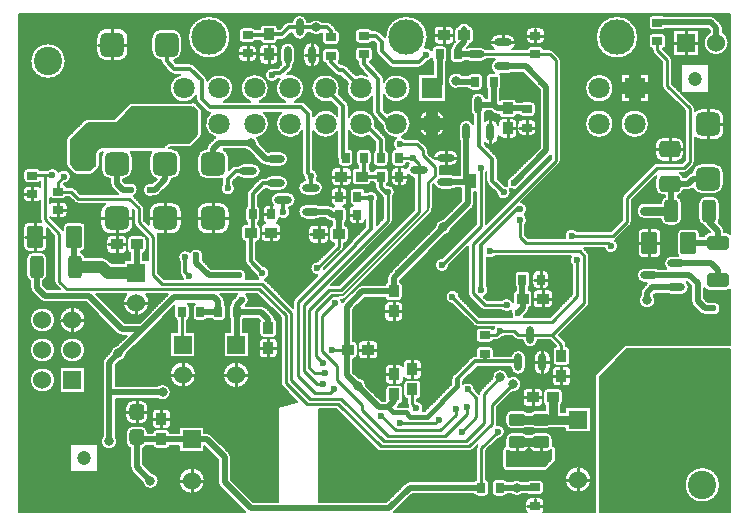
<source format=gbl>
G04 Layer_Physical_Order=2*
G04 Layer_Color=16711680*
%FSLAX24Y24*%
%MOIN*%
G70*
G01*
G75*
%ADD10C,0.0079*%
G04:AMPARAMS|DCode=11|XSize=28mil|YSize=35.8mil|CornerRadius=2.8mil|HoleSize=0mil|Usage=FLASHONLY|Rotation=0.000|XOffset=0mil|YOffset=0mil|HoleType=Round|Shape=RoundedRectangle|*
%AMROUNDEDRECTD11*
21,1,0.0280,0.0302,0,0,0.0*
21,1,0.0224,0.0358,0,0,0.0*
1,1,0.0056,0.0112,-0.0151*
1,1,0.0056,-0.0112,-0.0151*
1,1,0.0056,-0.0112,0.0151*
1,1,0.0056,0.0112,0.0151*
%
%ADD11ROUNDEDRECTD11*%
G04:AMPARAMS|DCode=12|XSize=28mil|YSize=35.8mil|CornerRadius=2.8mil|HoleSize=0mil|Usage=FLASHONLY|Rotation=270.000|XOffset=0mil|YOffset=0mil|HoleType=Round|Shape=RoundedRectangle|*
%AMROUNDEDRECTD12*
21,1,0.0280,0.0302,0,0,270.0*
21,1,0.0224,0.0358,0,0,270.0*
1,1,0.0056,-0.0151,-0.0112*
1,1,0.0056,-0.0151,0.0112*
1,1,0.0056,0.0151,0.0112*
1,1,0.0056,0.0151,-0.0112*
%
%ADD12ROUNDEDRECTD12*%
G04:AMPARAMS|DCode=13|XSize=41mil|YSize=36mil|CornerRadius=1.8mil|HoleSize=0mil|Usage=FLASHONLY|Rotation=90.000|XOffset=0mil|YOffset=0mil|HoleType=Round|Shape=RoundedRectangle|*
%AMROUNDEDRECTD13*
21,1,0.0410,0.0324,0,0,90.0*
21,1,0.0374,0.0360,0,0,90.0*
1,1,0.0036,0.0162,0.0187*
1,1,0.0036,0.0162,-0.0187*
1,1,0.0036,-0.0162,-0.0187*
1,1,0.0036,-0.0162,0.0187*
%
%ADD13ROUNDEDRECTD13*%
G04:AMPARAMS|DCode=14|XSize=41mil|YSize=36mil|CornerRadius=1.8mil|HoleSize=0mil|Usage=FLASHONLY|Rotation=180.000|XOffset=0mil|YOffset=0mil|HoleType=Round|Shape=RoundedRectangle|*
%AMROUNDEDRECTD14*
21,1,0.0410,0.0324,0,0,180.0*
21,1,0.0374,0.0360,0,0,180.0*
1,1,0.0036,-0.0187,0.0162*
1,1,0.0036,0.0187,0.0162*
1,1,0.0036,0.0187,-0.0162*
1,1,0.0036,-0.0187,-0.0162*
%
%ADD14ROUNDEDRECTD14*%
G04:AMPARAMS|DCode=26|XSize=47.2mil|YSize=74.8mil|CornerRadius=11.8mil|HoleSize=0mil|Usage=FLASHONLY|Rotation=180.000|XOffset=0mil|YOffset=0mil|HoleType=Round|Shape=RoundedRectangle|*
%AMROUNDEDRECTD26*
21,1,0.0472,0.0512,0,0,180.0*
21,1,0.0236,0.0748,0,0,180.0*
1,1,0.0236,-0.0118,0.0256*
1,1,0.0236,0.0118,0.0256*
1,1,0.0236,0.0118,-0.0256*
1,1,0.0236,-0.0118,-0.0256*
%
%ADD26ROUNDEDRECTD26*%
%ADD27C,0.0472*%
%ADD28O,0.0281X0.0591*%
%ADD29O,0.0591X0.0281*%
G04:AMPARAMS|DCode=33|XSize=51.2mil|YSize=72mil|CornerRadius=2.6mil|HoleSize=0mil|Usage=FLASHONLY|Rotation=180.000|XOffset=0mil|YOffset=0mil|HoleType=Round|Shape=RoundedRectangle|*
%AMROUNDEDRECTD33*
21,1,0.0512,0.0669,0,0,180.0*
21,1,0.0461,0.0720,0,0,180.0*
1,1,0.0051,-0.0230,0.0335*
1,1,0.0051,0.0230,0.0335*
1,1,0.0051,0.0230,-0.0335*
1,1,0.0051,-0.0230,-0.0335*
%
%ADD33ROUNDEDRECTD33*%
G04:AMPARAMS|DCode=36|XSize=82.7mil|YSize=78.7mil|CornerRadius=19.7mil|HoleSize=0mil|Usage=FLASHONLY|Rotation=90.000|XOffset=0mil|YOffset=0mil|HoleType=Round|Shape=RoundedRectangle|*
%AMROUNDEDRECTD36*
21,1,0.0827,0.0394,0,0,90.0*
21,1,0.0433,0.0787,0,0,90.0*
1,1,0.0394,0.0197,0.0217*
1,1,0.0394,0.0197,-0.0217*
1,1,0.0394,-0.0197,-0.0217*
1,1,0.0394,-0.0197,0.0217*
%
%ADD36ROUNDEDRECTD36*%
%ADD37C,0.0098*%
%ADD38C,0.0394*%
%ADD39C,0.0138*%
%ADD40C,0.0295*%
%ADD41C,0.0197*%
%ADD45C,0.0945*%
%ADD46R,0.0600X0.0600*%
%ADD47C,0.0600*%
%ADD48R,0.0600X0.0600*%
%ADD49C,0.0709*%
%ADD50R,0.0709X0.0709*%
%ADD51C,0.1181*%
%ADD52C,0.0236*%
%ADD53C,0.0315*%
G04:AMPARAMS|DCode=54|XSize=55.1mil|YSize=70.9mil|CornerRadius=13.8mil|HoleSize=0mil|Usage=FLASHONLY|Rotation=270.000|XOffset=0mil|YOffset=0mil|HoleType=Round|Shape=RoundedRectangle|*
%AMROUNDEDRECTD54*
21,1,0.0551,0.0433,0,0,270.0*
21,1,0.0276,0.0709,0,0,270.0*
1,1,0.0276,-0.0217,-0.0138*
1,1,0.0276,-0.0217,0.0138*
1,1,0.0276,0.0217,0.0138*
1,1,0.0276,0.0217,-0.0138*
%
%ADD54ROUNDEDRECTD54*%
G04:AMPARAMS|DCode=55|XSize=54mil|YSize=50mil|CornerRadius=12.5mil|HoleSize=0mil|Usage=FLASHONLY|Rotation=270.000|XOffset=0mil|YOffset=0mil|HoleType=Round|Shape=RoundedRectangle|*
%AMROUNDEDRECTD55*
21,1,0.0540,0.0250,0,0,270.0*
21,1,0.0290,0.0500,0,0,270.0*
1,1,0.0250,-0.0125,-0.0145*
1,1,0.0250,-0.0125,0.0145*
1,1,0.0250,0.0125,0.0145*
1,1,0.0250,0.0125,-0.0145*
%
%ADD55ROUNDEDRECTD55*%
G04:AMPARAMS|DCode=56|XSize=55.1mil|YSize=41.3mil|CornerRadius=10.3mil|HoleSize=0mil|Usage=FLASHONLY|Rotation=180.000|XOffset=0mil|YOffset=0mil|HoleType=Round|Shape=RoundedRectangle|*
%AMROUNDEDRECTD56*
21,1,0.0551,0.0207,0,0,180.0*
21,1,0.0344,0.0413,0,0,180.0*
1,1,0.0207,-0.0172,0.0103*
1,1,0.0207,0.0172,0.0103*
1,1,0.0207,0.0172,-0.0103*
1,1,0.0207,-0.0172,-0.0103*
%
%ADD56ROUNDEDRECTD56*%
G04:AMPARAMS|DCode=57|XSize=47.2mil|YSize=74.8mil|CornerRadius=11.8mil|HoleSize=0mil|Usage=FLASHONLY|Rotation=90.000|XOffset=0mil|YOffset=0mil|HoleType=Round|Shape=RoundedRectangle|*
%AMROUNDEDRECTD57*
21,1,0.0472,0.0512,0,0,90.0*
21,1,0.0236,0.0748,0,0,90.0*
1,1,0.0236,0.0256,0.0118*
1,1,0.0236,0.0256,-0.0118*
1,1,0.0236,-0.0256,-0.0118*
1,1,0.0236,-0.0256,0.0118*
%
%ADD57ROUNDEDRECTD57*%
G04:AMPARAMS|DCode=58|XSize=82.7mil|YSize=78.7mil|CornerRadius=19.7mil|HoleSize=0mil|Usage=FLASHONLY|Rotation=0.000|XOffset=0mil|YOffset=0mil|HoleType=Round|Shape=RoundedRectangle|*
%AMROUNDEDRECTD58*
21,1,0.0827,0.0394,0,0,0.0*
21,1,0.0433,0.0787,0,0,0.0*
1,1,0.0394,0.0217,-0.0197*
1,1,0.0394,-0.0217,-0.0197*
1,1,0.0394,-0.0217,0.0197*
1,1,0.0394,0.0217,0.0197*
%
%ADD58ROUNDEDRECTD58*%
%ADD59C,0.0157*%
%ADD60R,0.0318X0.0463*%
D10*
X43608Y46313D02*
G03*
X43545Y46466I-217J0D01*
G01*
X43608Y46313D02*
G03*
X43545Y46466I-217J0D01*
G01*
X43372Y46639D02*
G03*
X43218Y46703I-153J-153D01*
G01*
X43372Y46639D02*
G03*
X43218Y46703I-153J-153D01*
G01*
X43810Y45807D02*
G03*
X43608Y46165I-418J0D01*
G01*
X41588Y46218D02*
G03*
X41699Y46270I0J146D01*
G01*
X41679Y46703D02*
G03*
X41588Y46734I-90J-115D01*
G01*
X41734Y45978D02*
G03*
X41588Y46124I-146J0D01*
G01*
X41622Y45612D02*
G03*
X41734Y45754I-34J142D01*
G01*
X43175Y46165D02*
G03*
X43810Y45807I217J-358D01*
G01*
X41919Y45246D02*
G03*
X41870Y45364I-167J0D01*
G01*
X41919Y45246D02*
G03*
X41870Y45364I-167J0D01*
G01*
X41270Y45561D02*
G03*
X41319Y45443I167J0D01*
G01*
X41270Y45561D02*
G03*
X41319Y45443I167J0D01*
G01*
X41585Y44380D02*
G03*
X41634Y44262I167J0D01*
G01*
X41585Y44380D02*
G03*
X41634Y44262I167J0D01*
G01*
X41286Y46734D02*
G03*
X41140Y46588I0J-146D01*
G01*
Y46364D02*
G03*
X41286Y46218I146J0D01*
G01*
Y46124D02*
G03*
X41140Y45978I0J-146D01*
G01*
Y45754D02*
G03*
X41270Y45609I146J0D01*
G01*
X37689Y46155D02*
G03*
X37523Y46321I-166J0D01*
G01*
X37221D02*
G03*
X37055Y46155I0J-166D01*
G01*
X37523Y45766D02*
G03*
X37689Y45931I0J166D01*
G01*
X37959Y45535D02*
G03*
X37841Y45584I-118J-118D01*
G01*
X37959Y45535D02*
G03*
X37841Y45584I-118J-118D01*
G01*
X37664D02*
G03*
X37523Y45691I-141J-39D01*
G01*
X37055Y45931D02*
G03*
X37221Y45766I166J0D01*
G01*
Y45691D02*
G03*
X37080Y45584I0J-146D01*
G01*
X40797Y45991D02*
G03*
X40797Y45991I-709J0D01*
G01*
D02*
G03*
X40797Y45991I-709J0D01*
G01*
X39970Y44291D02*
G03*
X39970Y44291I-472J0D01*
G01*
X38209Y45217D02*
G03*
X38160Y45335I-167J0D01*
G01*
X38209Y45217D02*
G03*
X38160Y45335I-167J0D01*
G01*
X37322Y44429D02*
G03*
X37456Y44295I220J86D01*
G01*
X43671Y43287D02*
G03*
X43337Y43622I-335J0D01*
G01*
Y42559D02*
G03*
X43671Y42894I0J335D01*
G01*
X42904Y43622D02*
G03*
X42677Y43534I0J-335D01*
G01*
Y42647D02*
G03*
X42904Y42559I226J246D01*
G01*
X42677Y43622D02*
G03*
X42628Y43740I-167J0D01*
G01*
X42677Y43622D02*
G03*
X42628Y43740I-167J0D01*
G01*
X42333Y42392D02*
G03*
X42057Y42667I-276J0D01*
G01*
Y41841D02*
G03*
X42333Y42116I0J276D01*
G01*
X41624Y42667D02*
G03*
X41348Y42392I0J-276D01*
G01*
Y42116D02*
G03*
X41624Y41841I276J0D01*
G01*
X41437Y41811D02*
G03*
X41319Y41762I0J-167D01*
G01*
X41437Y41811D02*
G03*
X41319Y41762I0J-167D01*
G01*
X43652Y41476D02*
G03*
X43337Y41791I-315J0D01*
G01*
X42904D02*
G03*
X42589Y41490I0J-315D01*
G01*
X42628Y41712D02*
G03*
X42677Y41831I-118J118D01*
G01*
X42628Y41712D02*
G03*
X42677Y41831I-118J118D01*
G01*
X42617Y40953D02*
G03*
X42904Y40768I287J130D01*
G01*
X43337D02*
G03*
X43652Y41083I0J315D01*
G01*
X43514Y40463D02*
G03*
X43278Y40699I-236J0D01*
G01*
X43041D02*
G03*
X42805Y40463I0J-236D01*
G01*
X42323Y41476D02*
G03*
X42441Y41525I0J167D01*
G01*
X42323Y41476D02*
G03*
X42441Y41525I0J167D01*
G01*
X42589Y41490D02*
G03*
X42485Y41433I49J-211D01*
G01*
X42589Y41490D02*
G03*
X42484Y41432I49J-211D01*
G01*
X42301Y41329D02*
G03*
X42176Y41476I-243J-79D01*
G01*
X41396Y41366D02*
G03*
X41368Y41250I228J-116D01*
G01*
X42470Y40896D02*
G03*
X42617Y40953I0J217D01*
G01*
X42470Y40896D02*
G03*
X42617Y40953I0J217D01*
G01*
X42116Y40725D02*
G03*
X42301Y40896I-59J249D01*
G01*
X42254Y40463D02*
G03*
X42116Y40677I-236J0D01*
G01*
X41683D02*
G03*
X41545Y40472I98J-215D01*
G01*
X41368Y40974D02*
G03*
X41624Y40718I256J0D01*
G01*
X41152Y43109D02*
G03*
X41152Y43109I-472J0D01*
G01*
X39970D02*
G03*
X39970Y43109I-472J0D01*
G01*
X37384Y43704D02*
G03*
X37238Y43850I-146J0D01*
G01*
Y43335D02*
G03*
X37384Y43481I0J146D01*
G01*
X37404Y43094D02*
G03*
X37238Y43260I-166J0D01*
G01*
Y42705D02*
G03*
X37404Y42871I0J166D01*
G01*
X40295Y40738D02*
G03*
X40246Y40620I118J-118D01*
G01*
X40295Y40738D02*
G03*
X40246Y40620I118J-118D01*
G01*
X38160Y41752D02*
G03*
X38209Y41870I-118J118D01*
G01*
X38160Y41752D02*
G03*
X38209Y41870I-118J118D01*
G01*
X37106Y40256D02*
G03*
X36898Y40490I-236J0D01*
G01*
X37016Y40070D02*
G03*
X37106Y40256I-145J186D01*
G01*
X36727Y45817D02*
G03*
X36449Y46095I-278J0D01*
G01*
X36139D02*
G03*
X35987Y45584I0J-278D01*
G01*
X36602D02*
G03*
X36727Y45817I-152J233D01*
G01*
X35736Y45584D02*
G03*
X35539Y45675I-197J-167D01*
G01*
X36027Y45250D02*
G03*
X35991Y44805I113J-233D01*
G01*
X35539Y45158D02*
G03*
X35736Y45250I0J258D01*
G01*
X35182Y46361D02*
G03*
X34799Y46361I-192J-101D01*
G01*
X35314Y46225D02*
G03*
X35182Y46361I-136J0D01*
G01*
X35195Y45766D02*
G03*
X35314Y45901I-18J135D01*
G01*
X34667D02*
G03*
X34684Y45836I136J0D01*
G01*
X34799Y46361D02*
G03*
X34667Y46225I5J-136D01*
G01*
X34507Y45745D02*
G03*
X34663Y45901I0J156D01*
G01*
Y46225D02*
G03*
X34507Y46381I-156J0D01*
G01*
X34630Y45783D02*
G03*
X34573Y45683I153J-153D01*
G01*
X34631Y45783D02*
G03*
X34573Y45683I153J-153D01*
G01*
X35144Y45684D02*
G03*
X35195Y45766I-153J153D01*
G01*
X35143Y45684D02*
G03*
X35195Y45766I-153J153D01*
G01*
X35229Y45675D02*
G03*
X35101Y45641I0J-258D01*
G01*
X35079Y45207D02*
G03*
X35229Y45158I150J210D01*
G01*
X34895Y45126D02*
G03*
X35026Y45207I0J146D01*
G01*
X34525Y45272D02*
G03*
X34672Y45126I146J0D01*
G01*
X34573Y45683D02*
G03*
X34525Y45574I98J-108D01*
G01*
X34390Y45170D02*
G03*
X34431Y45272I-105J102D01*
G01*
X36449Y44758D02*
G03*
X36590Y44800I0J258D01*
G01*
X36232Y44659D02*
G03*
X36193Y44758I-146J0D01*
G01*
X35862Y44805D02*
G03*
X35716Y44659I0J-146D01*
G01*
X35622D02*
G03*
X35476Y44805I-146J0D01*
G01*
Y44211D02*
G03*
X35622Y44357I0J146D01*
G01*
X36742Y43839D02*
G03*
X36609Y43945I-133J-30D01*
G01*
X36285D02*
G03*
X36191Y43908I0J-136D01*
G01*
Y44255D02*
G03*
X36232Y44357I-105J102D01*
G01*
X36935Y43850D02*
G03*
X36879Y43839I0J-146D01*
G01*
X35949Y43470D02*
G03*
X36102Y43406I153J153D01*
G01*
X35949Y43469D02*
G03*
X36102Y43406I153J153D01*
G01*
X35716Y44357D02*
G03*
X35758Y44255I146J0D01*
G01*
X35717Y43956D02*
G03*
X35208Y43895I-251J-62D01*
G01*
X35679Y43438D02*
G03*
X35717Y43523I-213J146D01*
G01*
X35252Y44805D02*
G03*
X35122Y44724I0J-146D01*
G01*
X34936D02*
G03*
X34827Y44291I-211J-177D01*
G01*
X35122D02*
G03*
X35252Y44211I131J65D01*
G01*
X35208Y43585D02*
G03*
X35305Y43383I258J0D01*
G01*
X34134Y46381D02*
G03*
X33978Y46225I0J-156D01*
G01*
X33780Y45991D02*
G03*
X32362Y45993I-709J0D01*
G01*
X33780Y45991D02*
G03*
X32362Y45993I-709J0D01*
G01*
X33978Y45901D02*
G03*
X34134Y45745I156J0D01*
G01*
X34431Y45574D02*
G03*
X34285Y45720I-146J0D01*
G01*
X34062D02*
G03*
X33915Y45574I0J-146D01*
G01*
Y45272D02*
G03*
X33957Y45170I146J0D01*
G01*
X33691Y45648D02*
G03*
X33780Y45991I-620J344D01*
G01*
X33915Y45547D02*
G03*
X33691Y45648I-195J-133D01*
G01*
D02*
G03*
X33780Y45991I-620J344D01*
G01*
X33751Y45179D02*
G03*
X33915Y45280I-30J234D01*
G01*
X32189Y46166D02*
G03*
X32057Y46220I-132J-132D01*
G01*
X32189Y46166D02*
G03*
X32057Y46220I-132J-132D01*
G01*
X31930D02*
G03*
X31805Y46291I-125J-75D01*
G01*
X32057Y45532D02*
G03*
X32112Y45399I187J0D01*
G01*
X32057Y45532D02*
G03*
X32112Y45399I187J0D01*
G01*
X31805Y45775D02*
G03*
X31930Y45846I0J146D01*
G01*
X31951Y45535D02*
G03*
X31805Y45681I-146J0D01*
G01*
X31841Y45170D02*
G03*
X31951Y45312I-36J142D01*
G01*
X33474Y44980D02*
G03*
X33607Y45035I0J187D01*
G01*
X33474Y44980D02*
G03*
X33607Y45035I0J187D01*
G01*
X33209Y44291D02*
G03*
X32313Y44500I-472J0D01*
G01*
Y44081D02*
G03*
X33209Y44291I423J210D01*
G01*
X34390Y43109D02*
G03*
X34390Y43109I-472J0D01*
G01*
X32476Y45035D02*
G03*
X32608Y44980I132J132D01*
G01*
X32476Y45035D02*
G03*
X32608Y44980I132J132D01*
G01*
X32313Y44616D02*
G03*
X32258Y44748I-187J0D01*
G01*
X32313Y44616D02*
G03*
X32258Y44748I-187J0D01*
G01*
X33209Y43109D02*
G03*
X32417Y43458I-472J0D01*
G01*
X31939Y43484D02*
G03*
X31994Y43352I187J0D01*
G01*
X31939Y43484D02*
G03*
X31994Y43352I187J0D01*
G01*
X36810Y43406D02*
G03*
X36935Y43335I126J75D01*
G01*
X36609Y43299D02*
G03*
X36742Y43406I0J136D01*
G01*
X36935Y43260D02*
G03*
X36770Y43094I0J-166D01*
G01*
X36765Y43139D02*
G03*
X36609Y43295I-156J0D01*
G01*
X36152Y43406D02*
G03*
X36285Y43299I133J30D01*
G01*
Y43295D02*
G03*
X36129Y43139I0J-156D01*
G01*
Y43075D02*
G03*
X35679Y43191I-263J-91D01*
G01*
X36770Y42871D02*
G03*
X36935Y42705I166J0D01*
G01*
X36609Y42610D02*
G03*
X36765Y42765I0J156D01*
G01*
X36144Y42698D02*
G03*
X36285Y42610I141J67D01*
G01*
X35679Y42469D02*
G03*
X36144Y42675I187J206D01*
G01*
X36112Y41919D02*
G03*
X36057Y42052I-187J0D01*
G01*
X36112Y41919D02*
G03*
X36057Y42052I-187J0D01*
G01*
X35709Y41457D02*
G03*
X35738Y41493I-167J167D01*
G01*
X34808Y42675D02*
G03*
X34850Y42534I258J0D01*
G01*
X35305Y43083D02*
G03*
X34808Y42985I-239J-98D01*
G01*
X34818Y41968D02*
G03*
X34540Y42247I-278J0D01*
G01*
X34230D02*
G03*
X33952Y41964I0J-278D01*
G01*
X34540Y41690D02*
G03*
X34818Y41968I0J278D01*
G01*
X34193Y41654D02*
G03*
X34188Y41694I-167J0D01*
G01*
Y41694D02*
G03*
X34230Y41690I42J275D01*
G01*
X34193Y41654D02*
G03*
X34188Y41694I-167J0D01*
G01*
X36555Y41352D02*
G03*
X36436Y41016I86J-220D01*
G01*
D02*
G03*
X36339Y41051I-127J-199D01*
G01*
X36515Y40932D02*
G03*
X36862Y41046I127J199D01*
G01*
X36545Y40817D02*
G03*
X36515Y40932I-236J0D01*
G01*
X35738Y41201D02*
G03*
X35793Y41069I187J0D01*
G01*
X36075Y40787D02*
G03*
X36545Y40817I234J30D01*
G01*
X35738Y41201D02*
G03*
X35793Y41069I187J0D01*
G01*
X34681Y41385D02*
G03*
X34540Y41427I-141J-217D01*
G01*
X34230D02*
G03*
X34193Y41424I0J-258D01*
G01*
X34540Y40910D02*
G03*
X34681Y40952I0J258D01*
G01*
X33979Y41105D02*
G03*
X34230Y40910I251J64D01*
G01*
X35271Y40300D02*
G03*
X35335Y40453I-153J153D01*
G01*
X35271Y40299D02*
G03*
X35335Y40453I-153J153D01*
G01*
X33937Y40288D02*
G03*
X33947Y40344I-157J57D01*
G01*
X32894Y42664D02*
G03*
X33209Y43109I-157J445D01*
G01*
X33021Y42598D02*
G03*
X32894Y42664I-167J-167D01*
G01*
X32265Y43081D02*
G03*
X32739Y42637I472J28D01*
G01*
X33534Y42549D02*
G03*
X33415Y42598I-118J-118D01*
G01*
X33789Y42224D02*
G03*
X33740Y42343I-167J0D01*
G01*
X33789Y42224D02*
G03*
X33740Y42343I-167J0D01*
G01*
X33534Y42549D02*
G03*
X33415Y42598I-118J-118D01*
G01*
X33121Y41801D02*
G03*
X33159Y41771I167J167D01*
G01*
X32739Y42637D02*
G03*
X32688Y42264I116J-206D01*
G01*
Y42264D02*
G03*
X32567Y42120I25J-144D01*
G01*
X32402Y42569D02*
G03*
X32347Y42701I-187J0D01*
G01*
X32402Y42569D02*
G03*
X32347Y42701I-187J0D01*
G01*
X32020Y43028D02*
G03*
X32028Y43109I-465J82D01*
G01*
X32473Y42120D02*
G03*
X32402Y42245I-146J0D01*
G01*
X32028D02*
G03*
X31957Y42120I75J-125D01*
G01*
X31911Y42130D02*
G03*
X31765Y42276I-146J0D01*
G01*
X31840Y41702D02*
G03*
X31911Y41827I-75J125D01*
G01*
X33159Y41771D02*
G03*
X33066Y41615I161J-202D01*
G01*
X33112Y41415D02*
G03*
X33307Y41310I208J154D01*
G01*
X32936Y41671D02*
G03*
X33082Y41801I0J146D01*
G01*
X33066Y41615D02*
G03*
X32946Y41665I-119J-115D01*
G01*
Y41031D02*
G03*
X33112Y41197I0J166D01*
G01*
X32567Y41817D02*
G03*
X32713Y41671I146J0D01*
G01*
X32557Y41197D02*
G03*
X32723Y41031I166J0D01*
G01*
Y41665D02*
G03*
X32557Y41500I0J-166D01*
G01*
X33891Y40124D02*
G03*
X33937Y40236I-111J111D01*
G01*
X33891Y40124D02*
G03*
X33937Y40236I-111J112D01*
G01*
X32618Y40670D02*
G03*
X32687Y40837I-167J167D01*
G01*
D02*
G03*
X32412Y41070I-236J0D01*
G01*
X32327Y41671D02*
G03*
X32473Y41817I0J146D01*
G01*
X32482Y41500D02*
G03*
X32336Y41646I-146J0D01*
G01*
X32412Y41072D02*
G03*
X32482Y41197I-75J125D01*
G01*
X31957Y41817D02*
G03*
X32103Y41671I146J0D01*
G01*
X31971Y41161D02*
G03*
X32038Y41072I142J36D01*
G01*
X32113Y41646D02*
G03*
X31971Y41535I0J-146D01*
G01*
X31896D02*
G03*
X31840Y41622I-134J-25D01*
G01*
X31762Y41050D02*
G03*
X31896Y41161I0J136D01*
G01*
X32240Y40704D02*
G03*
X32279Y40674I132J132D01*
G01*
X32240Y40704D02*
G03*
X32279Y40674I132J132D01*
G01*
X32076Y40486D02*
G03*
X32126Y40630I-187J144D01*
G01*
X32038Y40984D02*
G03*
X32092Y40852I187J0D01*
G01*
X32038Y40984D02*
G03*
X32092Y40852I187J0D01*
G01*
X32126Y40630D02*
G03*
X31745Y40817I-236J0D01*
G01*
X43476Y39822D02*
G03*
X43514Y39951I-198J128D01*
G01*
X42805D02*
G03*
X42972Y39725I236J0D01*
G01*
X42018Y39715D02*
G03*
X42254Y39951I0J236D01*
G01*
X42972Y39725D02*
G03*
X43007Y39679I188J108D01*
G01*
X42972Y39725D02*
G03*
X43006Y39680I188J108D01*
G01*
X43661Y39547D02*
G03*
X43598Y39700I-217J0D01*
G01*
X43661Y39547D02*
G03*
X43598Y39701I-217J0D01*
G01*
X43858Y39438D02*
G03*
X43701Y39498I-157J-176D01*
G01*
X43188Y39498D02*
G03*
X42974Y39360I1J-236D01*
G01*
X42845Y39459D02*
G03*
X42701Y39602I-144J0D01*
G01*
X42241D02*
G03*
X42097Y39459I0J-144D01*
G01*
X41545Y39941D02*
G03*
X41781Y39715I236J10D01*
G01*
X41004Y40472D02*
G03*
X41004Y39941I0J-266D01*
G01*
X40532Y39724D02*
G03*
X40581Y39843I-118J118D01*
G01*
X40532Y39724D02*
G03*
X40581Y39843I-118J118D01*
G01*
X42097Y38789D02*
G03*
X42119Y38713I144J0D01*
G01*
X41565Y39459D02*
G03*
X41401Y39622I-163J0D01*
G01*
X40941D02*
G03*
X40777Y39459I0J-163D01*
G01*
X43701Y37530D02*
G03*
X43858Y37590I0J236D01*
G01*
X42992Y37635D02*
G03*
X43189Y37530I197J131D01*
G01*
X42485Y37655D02*
G03*
X42409Y37838I-258J0D01*
G01*
X42227Y37396D02*
G03*
X42485Y37655I0J258D01*
G01*
X43535Y36951D02*
G03*
X43205Y37167I-236J0D01*
G01*
X42559Y37195D02*
G03*
X42623Y37041I217J0D01*
G01*
X42559Y37195D02*
G03*
X42622Y37042I217J0D01*
G01*
X41401Y38626D02*
G03*
X41565Y38789I0J163D01*
G01*
X41917Y38713D02*
G03*
X41735Y38271I0J-258D01*
G01*
X41458D02*
G03*
X41317Y38313I-141J-217D01*
G01*
X40777Y38789D02*
G03*
X40941Y38626I163J0D01*
G01*
X41776Y37438D02*
G03*
X41917Y37396I141J217D01*
G01*
X41007Y38313D02*
G03*
X41007Y37796I0J-258D01*
G01*
X40940Y37634D02*
G03*
X40876Y37480I153J-153D01*
G01*
X40939Y37633D02*
G03*
X40876Y37480I153J-153D01*
G01*
Y37395D02*
G03*
X41368Y37224I217J-170D01*
G01*
D02*
G03*
X41311Y37392I-276J0D01*
G01*
X40017Y39226D02*
G03*
X40069Y39262I-66J154D01*
G01*
X40017Y39226D02*
G03*
X40069Y39262I-66J154D01*
G01*
X40128Y39026D02*
G03*
X40017Y39226I-236J0D01*
G01*
X39663Y38967D02*
G03*
X40128Y39026I229J59D01*
G01*
X39163Y38711D02*
G03*
X39114Y38829I-167J0D01*
G01*
X39163Y38711D02*
G03*
X39114Y38829I-167J0D01*
G01*
X38740Y39547D02*
G03*
X38350Y39301I-167J-167D01*
G01*
X38553Y38683D02*
G03*
X38602Y38369I197J-130D01*
G01*
X37028Y39725D02*
G03*
X37096Y39892I-167J167D01*
G01*
D02*
G03*
X37016Y40070I-236J0D01*
G01*
X39114Y37017D02*
G03*
X39163Y37135I-118J118D01*
G01*
X39114Y37017D02*
G03*
X39163Y37135I-118J118D01*
G01*
X37827Y38065D02*
G03*
X37661Y38230I-166J0D01*
G01*
X37437D02*
G03*
X37272Y38065I0J-166D01*
G01*
X37197D02*
G03*
X37051Y38211I-146J0D01*
G01*
X37961Y37436D02*
G03*
X37805Y37591I-156J0D01*
G01*
X37661Y37596D02*
G03*
X37827Y37762I0J166D01*
G01*
X37805Y36956D02*
G03*
X37961Y37112I0J156D01*
G01*
X37272Y37762D02*
G03*
X37437Y37596I166J0D01*
G01*
X37156Y37660D02*
G03*
X37197Y37762I-105J102D01*
G01*
X37432Y37591D02*
G03*
X37276Y37436I0J-156D01*
G01*
Y37112D02*
G03*
X37432Y36956I156J0D01*
G01*
X37271Y37436D02*
G03*
X37156Y37570I-136J0D01*
G01*
X37165Y36979D02*
G03*
X37271Y37112I-30J133D01*
G01*
X43205Y36734D02*
G03*
X43535Y36951I94J217D01*
G01*
X42867Y36798D02*
G03*
X43020Y36734I153J153D01*
G01*
X42866Y36798D02*
G03*
X43020Y36734I153J153D01*
G01*
X40433Y35748D02*
G03*
X40322Y35702I0J-157D01*
G01*
X40433Y35748D02*
G03*
X40322Y35702I0J-157D01*
G01*
X38536Y35551D02*
G03*
X38406Y35687I-136J0D01*
G01*
Y35748D02*
G03*
X38356Y35866I-167J0D01*
G01*
X38406Y35748D02*
G03*
X38356Y35866I-167J0D01*
G01*
X38400Y35041D02*
G03*
X38536Y35178I0J136D01*
G01*
X38556Y34881D02*
G03*
X38400Y35037I-156J0D01*
G01*
X38063Y35687D02*
G03*
X37940Y35551I14J-135D01*
G01*
Y35178D02*
G03*
X38076Y35041I136J0D01*
G01*
Y35037D02*
G03*
X37920Y34881I0J-156D01*
G01*
X39397Y34777D02*
G03*
X39350Y34665I111J-111D01*
G01*
X39397Y34777D02*
G03*
X39350Y34665I111J-112D01*
G01*
X38400Y34352D02*
G03*
X38556Y34508I0J156D01*
G01*
X37920D02*
G03*
X38076Y34352I156J0D01*
G01*
X38276Y34148D02*
G03*
X38140Y34284I-136J0D01*
G01*
X39227Y31248D02*
G03*
X39227Y31248I-438J0D01*
G01*
X38219Y33713D02*
G03*
X38276Y33824I-79J111D01*
G01*
X38061Y32239D02*
G03*
X37943Y32391I-157J0D01*
G01*
X38061Y32239D02*
G03*
X37943Y32391I-157J0D01*
G01*
X38015Y31818D02*
G03*
X38061Y31929I-111J111D01*
G01*
X38015Y31818D02*
G03*
X38061Y31929I-111J112D01*
G01*
X37877Y35308D02*
G03*
X37320Y35308I-278J0D01*
G01*
X37630Y33824D02*
G03*
X37687Y33713I136J0D01*
G01*
X37766Y34284D02*
G03*
X37630Y34148I0J-136D01*
G01*
X37320Y34998D02*
G03*
X37877Y34998I278J0D01*
G01*
X37626Y34148D02*
G03*
X37470Y34304I-156J0D01*
G01*
Y33668D02*
G03*
X37626Y33824I0J156D01*
G01*
X37102Y36815D02*
G03*
X37165Y36968I-153J153D01*
G01*
X37101Y36815D02*
G03*
X37165Y36968I-153J153D01*
G01*
X36940Y35895D02*
G03*
X37457Y35895I258J12D01*
G01*
X37057Y35308D02*
G03*
X36549Y35374I-258J0D01*
G01*
X36540Y34998D02*
G03*
X37057Y34998I258J0D01*
G01*
X36940Y33824D02*
G03*
X37096Y33668I156J0D01*
G01*
Y34304D02*
G03*
X36940Y34148I0J-156D01*
G01*
X37721Y32923D02*
G03*
X37872Y32982I0J221D01*
G01*
X37943Y32603D02*
G03*
X37721Y32825I-221J0D01*
G01*
X37657Y31526D02*
G03*
X37769Y31572I0J157D01*
G01*
X37657Y31526D02*
G03*
X37769Y31572I0J157D01*
G01*
X37632Y30157D02*
G03*
X37669Y30262I-128J105D01*
G01*
X37650Y31096D02*
G03*
X37504Y31242I-146J0D01*
G01*
Y30726D02*
G03*
X37650Y30872I0J146D01*
G01*
X37669Y30486D02*
G03*
X37504Y30652I-166J0D01*
G01*
X37226Y32982D02*
G03*
X37377Y32923I151J162D01*
G01*
Y33573D02*
G03*
X37226Y33514I0J-221D01*
G01*
X37377Y32825D02*
G03*
X37216Y32756I0J-221D01*
G01*
X36934Y32923D02*
G03*
X37085Y32982I0J221D01*
G01*
Y33514D02*
G03*
X36934Y33573I-151J-162D01*
G01*
X37095Y32756D02*
G03*
X36934Y32825I-161J-153D01*
G01*
X37201Y31242D02*
G03*
X37087Y31187I0J-146D01*
G01*
X37116Y30754D02*
G03*
X37201Y30726I86J118D01*
G01*
Y30652D02*
G03*
X37035Y30486I0J-166D01*
G01*
Y30262D02*
G03*
X37073Y30157I166J0D01*
G01*
X36827Y38211D02*
G03*
X36681Y38065I0J-146D01*
G01*
Y37762D02*
G03*
X36723Y37660I146J0D01*
G01*
Y37566D02*
G03*
X36625Y37436I39J-130D01*
G01*
X35758Y38641D02*
G03*
X36035Y38683I110J209D01*
G01*
X35647Y37336D02*
G03*
X35807Y37559I-76J224D01*
G01*
D02*
G03*
X35758Y37703I-236J0D01*
G01*
X34360Y39389D02*
G03*
X34558Y39587I-69J267D01*
G01*
X35118Y37461D02*
G03*
X35167Y37342I167J0D01*
G01*
X35118Y37461D02*
G03*
X35167Y37342I167J0D01*
G01*
X36251Y36890D02*
G03*
X36563Y36871I167J167D01*
G01*
X36625Y37169D02*
G03*
X36251Y37224I-208J-112D01*
G01*
X36563Y36871D02*
G03*
X36599Y36673I228J-60D01*
G01*
X36983D02*
G03*
X37011Y36725I-192J138D01*
G01*
X35999Y36339D02*
G03*
X35957Y36237I192J-138D01*
G01*
X36673Y35944D02*
G03*
X36792Y35895I118J118D01*
G01*
X36673Y35944D02*
G03*
X36792Y35895I118J118D01*
G01*
X36191Y35965D02*
G03*
X36358Y36033I-0J236D01*
G01*
X35957Y36237D02*
G03*
X35830Y36311I-127J-72D01*
G01*
X36043Y35886D02*
G03*
X36161Y35935I0J167D01*
G01*
X36043Y35886D02*
G03*
X36161Y35935I0J167D01*
G01*
X35830Y35795D02*
G03*
X35965Y35886I0J146D01*
G01*
X34843Y37333D02*
G03*
X34606Y37096I-236J-0D01*
G01*
X35571Y36939D02*
G03*
X35689Y36890I118J118D01*
G01*
X35571Y36939D02*
G03*
X35689Y36890I118J118D01*
G01*
X35382Y35941D02*
G03*
X35528Y35795I146J0D01*
G01*
Y36311D02*
G03*
X35382Y36165I0J-146D01*
G01*
X35315Y36388D02*
G03*
X35433Y36339I118J118D01*
G01*
X35315Y36388D02*
G03*
X35433Y36339I118J118D01*
G01*
X34290Y39931D02*
G03*
X34016Y39657I1J-276D01*
G01*
X32569Y39764D02*
G03*
X32618Y39882I-118J118D01*
G01*
X32569Y39764D02*
G03*
X32618Y39882I-118J118D01*
G01*
X34252Y38632D02*
G03*
X34488Y38395I0J-236D01*
G01*
X32882Y37910D02*
G03*
X33015Y38044I-86J220D01*
G01*
X32946Y37707D02*
G03*
X32864Y37832I-136J0D01*
G01*
X32810Y37197D02*
G03*
X32946Y37333I0J136D01*
G01*
X32965Y37037D02*
G03*
X32810Y37193I-156J0D01*
G01*
Y36507D02*
G03*
X32965Y36663I0J156D01*
G01*
X32709Y38350D02*
G03*
X32575Y38216I86J-220D01*
G01*
X32495Y38136D02*
G03*
X32431Y37982I153J-154D01*
G01*
X32495Y38135D02*
G03*
X32431Y37982I153J-153D01*
G01*
X32495Y38136D02*
G03*
X32431Y37982I153J-154D01*
G01*
Y37832D02*
G03*
X32353Y37737I55J-125D01*
G01*
Y37304D02*
G03*
X32486Y37197I133J30D01*
G01*
Y37193D02*
G03*
X32330Y37037I0J-156D01*
G01*
Y36663D02*
G03*
X32486Y36507I156J0D01*
G01*
X32134Y35733D02*
G03*
X31979Y35889I-156J0D01*
G01*
X36587Y34156D02*
G03*
X36900Y34429I37J273D01*
G01*
D02*
G03*
X36476Y34662I-276J0D01*
G01*
X36476D02*
G03*
X35928Y34619I-276J-6D01*
G01*
X36590Y33573D02*
G03*
X36368Y33351I0J-221D01*
G01*
Y33145D02*
G03*
X36590Y32923I221J0D01*
G01*
X35976Y35555D02*
G03*
X35830Y35701I-146J0D01*
G01*
X35528D02*
G03*
X35382Y35555I0J-146D01*
G01*
X35364Y35374D02*
G03*
X35232Y35319I0J-187D01*
G01*
X35364Y35374D02*
G03*
X35232Y35319I0J-187D01*
G01*
X36358Y32844D02*
G03*
X36079Y33077I-236J0D01*
G01*
D02*
G03*
X36083Y33110I-164J33D01*
G01*
X36079Y33077D02*
G03*
X36083Y33110I-164J33D01*
G01*
X35531Y34223D02*
G03*
X35483Y34114I118J-118D01*
G01*
X35531Y34223D02*
G03*
X35483Y34114I118J-118D01*
G01*
X36590Y32825D02*
G03*
X36368Y32603I0J-221D01*
G01*
X36122Y32608D02*
G03*
X36358Y32844I-0J236D01*
G01*
X36368Y32397D02*
G03*
X36370Y32365I221J0D01*
G01*
X36270Y31683D02*
G03*
X36427Y31526I157J0D01*
G01*
X36270Y31683D02*
G03*
X36427Y31526I157J0D01*
G01*
X36370Y32365D02*
G03*
X36270Y32218I57J-147D01*
G01*
X36370Y32365D02*
G03*
X36270Y32218I57J-147D01*
G01*
X36919Y31187D02*
G03*
X36583Y31191I-170J-217D01*
G01*
X36573Y30758D02*
G03*
X36919Y30754I175J213D01*
G01*
X36423Y31191D02*
G03*
X36293Y31272I-131J-65D01*
G01*
Y30677D02*
G03*
X36423Y30758I0J146D01*
G01*
X36069Y31272D02*
G03*
X35923Y31126I0J-146D01*
G01*
X35829D02*
G03*
X35738Y31261I-146J0D01*
G01*
X35443Y32401D02*
G03*
X35404Y32293I128J-108D01*
G01*
X35443Y32401D02*
G03*
X35404Y32293I128J-108D01*
G01*
X35157Y32185D02*
G03*
X35276Y32234I0J167D01*
G01*
X35157Y32185D02*
G03*
X35276Y32234I0J167D01*
G01*
X35404Y31261D02*
G03*
X35329Y31191I56J-135D01*
G01*
X35923Y30823D02*
G03*
X36069Y30677I146J0D01*
G01*
X35683D02*
G03*
X35829Y30823I0J146D01*
G01*
X35329Y30758D02*
G03*
X35459Y30677I131J65D01*
G01*
X34675Y34762D02*
G03*
X34567Y34587I89J-176D01*
G01*
X33430Y34579D02*
G03*
X33585Y34735I0J156D01*
G01*
Y35109D02*
G03*
X33430Y35264I-156J0D01*
G01*
X35344Y34252D02*
G03*
X34961Y34436I-236J-0D01*
G01*
X33566Y34439D02*
G03*
X33430Y34575I-136J0D01*
G01*
X33435Y33929D02*
G03*
X33566Y34065I-5J136D01*
G01*
X33106Y35264D02*
G03*
X32950Y35109I0J-156D01*
G01*
Y35040D02*
G03*
X32829Y35097I-121J-98D01*
G01*
X32505D02*
G03*
X32350Y34941I0J-156D01*
G01*
X32985Y34636D02*
G03*
X33106Y34579I121J98D01*
G01*
Y34575D02*
G03*
X32970Y34439I0J-136D01*
G01*
X32829Y34412D02*
G03*
X32985Y34567I0J156D01*
G01*
X31979Y35253D02*
G03*
X32134Y35409I0J156D01*
G01*
X32350Y34567D02*
G03*
X32505Y34412I156J0D01*
G01*
X32965Y34271D02*
G03*
X32829Y34407I-136J0D01*
G01*
X32970Y34065D02*
G03*
X33100Y33929I136J0D01*
G01*
X32857Y33764D02*
G03*
X32965Y33897I-28J133D01*
G01*
X32505Y34407D02*
G03*
X32369Y34271I0J-136D01*
G01*
X33620Y33533D02*
G03*
X33642Y33632I-215J98D01*
G01*
D02*
G03*
X33435Y33866I-236J0D01*
G01*
X33100Y33770D02*
G03*
X33143Y33659I167J0D01*
G01*
X33100Y33770D02*
G03*
X33143Y33659I167J0D01*
G01*
X32820Y33715D02*
G03*
X32857Y33764I-153J153D01*
G01*
X33143Y33659D02*
G03*
X33051Y33681I-91J-174D01*
G01*
X33143Y33659D02*
G03*
X33051Y33681I-91J-174D01*
G01*
X32820Y33715D02*
G03*
X32857Y33764I-153J153D01*
G01*
X32096Y32234D02*
G03*
X32215Y32185I118J118D01*
G01*
X32096Y32234D02*
G03*
X32215Y32185I118J118D01*
G01*
X33179Y31191D02*
G03*
X33026Y31128I0J-217D01*
G01*
X33179Y31191D02*
G03*
X33026Y31127I0J-217D01*
G01*
X31502Y46291D02*
G03*
X31356Y46145I0J-146D01*
G01*
Y45922D02*
G03*
X31502Y45775I146J0D01*
G01*
X30848Y46096D02*
G03*
X30732Y46239I-146J0D01*
G01*
X30702Y45726D02*
G03*
X30848Y45872I0J146D01*
G01*
X30732Y46239D02*
G03*
X30683Y46323I-181J-48D01*
G01*
X30732Y46239D02*
G03*
X30683Y46323I-181J-48D01*
G01*
X31502Y45681D02*
G03*
X31356Y45535I0J-146D01*
G01*
Y45312D02*
G03*
X31467Y45170I146J0D01*
G01*
X30810Y45163D02*
G03*
X30848Y45262I-107J99D01*
G01*
Y45486D02*
G03*
X30702Y45632I-146J0D01*
G01*
X30556Y46451D02*
G03*
X30424Y46506I-132J-132D01*
G01*
X30556Y46451D02*
G03*
X30424Y46506I-132J-132D01*
G01*
X30271D02*
G03*
X29866Y46506I-202J-187D01*
G01*
Y46132D02*
G03*
X30255Y46116I202J187D01*
G01*
X30400Y45632D02*
G03*
X30254Y45486I0J-146D01*
G01*
Y45872D02*
G03*
X30400Y45726I146J0D01*
G01*
X30254Y45262D02*
G03*
X30368Y45120I146J0D01*
G01*
X31467Y45089D02*
G03*
X31521Y44956I187J0D01*
G01*
X31467Y45089D02*
G03*
X31521Y44956I187J0D01*
G01*
X31763Y44715D02*
G03*
X31381Y44730I-208J-424D01*
G01*
X31076Y45034D02*
G03*
X30944Y45089I-132J-132D01*
G01*
X31076Y45034D02*
G03*
X30944Y45089I-132J-132D01*
G01*
X32028Y43109D02*
G03*
X31142Y43338I-472J0D01*
G01*
X31116Y44465D02*
G03*
X31939Y44015I439J-175D01*
G01*
X31142Y43701D02*
G03*
X31087Y43833I-187J0D01*
G01*
X31142Y43701D02*
G03*
X31087Y43833I-187J0D01*
G01*
X30675Y44769D02*
G03*
X30807Y44715I132J132D01*
G01*
X30368Y45120D02*
G03*
X30419Y45025I183J38D01*
G01*
X30368Y45120D02*
G03*
X30419Y45025I183J38D01*
G01*
X30675Y44769D02*
G03*
X30807Y44715I132J132D01*
G01*
X30846Y44291D02*
G03*
X30542Y43849I-472J0D01*
G01*
X30810Y44110D02*
G03*
X30846Y44291I-436J181D01*
G01*
X29768Y46506D02*
G03*
X29255Y46506I-256J-32D01*
G01*
Y46132D02*
G03*
X29768Y46132I256J32D01*
G01*
X29153Y46506D02*
G03*
X29021Y46451I0J-187D01*
G01*
X29153Y46506D02*
G03*
X29021Y46451I0J-187D01*
G01*
X30190Y45563D02*
G03*
X29633Y45563I-278J0D01*
G01*
X28928Y45906D02*
G03*
X29060Y45961I0J187D01*
G01*
X28928Y45906D02*
G03*
X29060Y45961I0J187D01*
G01*
X29370Y45563D02*
G03*
X28853Y45563I-258J0D01*
G01*
X28782Y46280D02*
G03*
X28646Y46416I-136J-0D01*
G01*
Y45770D02*
G03*
X28782Y45906I0J136D01*
G01*
X28190Y45876D02*
G03*
X28322Y45770I133J30D01*
G01*
Y46416D02*
G03*
X28186Y46280I0J-136D01*
G01*
X28052Y46250D02*
G03*
X27927Y46321I-125J-75D01*
G01*
Y45805D02*
G03*
X28052Y45876I0J146D01*
G01*
X28802Y45610D02*
G03*
X28646Y45766I-156J0D01*
G01*
X28322D02*
G03*
X28167Y45610I0J-156D01*
G01*
X28093Y45565D02*
G03*
X27927Y45730I-166J0D01*
G01*
X29298Y45075D02*
G03*
X29370Y45254I-187J178D01*
G01*
X29633D02*
G03*
X30190Y45254I278J0D01*
G01*
X28853D02*
G03*
X28906Y45096I258J0D01*
G01*
X28646Y45080D02*
G03*
X28802Y45236I0J156D01*
G01*
X29244Y44904D02*
G03*
X29298Y45037I-132J132D01*
G01*
X29244Y44904D02*
G03*
X29298Y45037I-132J132D01*
G01*
X29359Y43848D02*
G03*
X29665Y44291I-167J442D01*
G01*
X29699Y43794D02*
G03*
X29567Y43848I-132J-132D01*
G01*
X29699Y43794D02*
G03*
X29567Y43848I-132J-132D01*
G01*
X29665Y44291D02*
G03*
X29091Y44752I-472J0D01*
G01*
X28841Y44606D02*
G03*
X29026Y43848I351J-316D01*
G01*
X28652Y44980D02*
G03*
X28592Y44970I0J-187D01*
G01*
X28652Y44980D02*
G03*
X28592Y44970I0J-187D01*
G01*
X28592D02*
G03*
X28791Y44606I1J-236D01*
G01*
X28167Y45236D02*
G03*
X28322Y45080I156J0D01*
G01*
X27927Y45175D02*
G03*
X28093Y45341I0J166D01*
G01*
X28178Y43848D02*
G03*
X28484Y44291I-167J442D01*
G01*
D02*
G03*
X27845Y43848I-472J0D01*
G01*
X31542Y42276D02*
G03*
X31396Y42130I0J-146D01*
G01*
X31142Y42881D02*
G03*
X31808Y42711I413J229D01*
G01*
X31301Y42130D02*
G03*
X31155Y42276I-146J0D01*
G01*
X31396Y41827D02*
G03*
X31466Y41702I146J0D01*
G01*
X31388Y41646D02*
G03*
X31252Y41510I0J-136D01*
G01*
Y41186D02*
G03*
X31388Y41050I136J0D01*
G01*
X31155Y41681D02*
G03*
X31301Y41827I0J146D01*
G01*
X30786D02*
G03*
X30932Y41681I146J0D01*
G01*
X31092Y41031D02*
G03*
X31248Y41186I0J156D01*
G01*
Y41510D02*
G03*
X31092Y41666I-156J0D01*
G01*
X29970Y42864D02*
G03*
X30768Y42848I404J246D01*
G01*
Y43371D02*
G03*
X29970Y43355I-394J-261D01*
G01*
Y43445D02*
G03*
X29916Y43577I-187J0D01*
G01*
X29970Y43445D02*
G03*
X29916Y43577I-187J0D01*
G01*
X30768Y41978D02*
G03*
X30786Y41899I187J0D01*
G01*
X30768Y41978D02*
G03*
X30786Y41899I187J0D01*
G01*
X30718Y41666D02*
G03*
X30562Y41510I0J-156D01*
G01*
X30073Y41230D02*
G03*
X30118Y41368I-191J139D01*
G01*
D02*
G03*
X29970Y41587I-236J0D01*
G01*
X29648Y41338D02*
G03*
X29690Y41231I234J30D01*
G01*
X31695Y40830D02*
G03*
X31549Y40976I-146J0D01*
G01*
X31325D02*
G03*
X31179Y40830I0J-146D01*
G01*
X31104D02*
G03*
X30939Y40996I-166J0D01*
G01*
X31179Y40528D02*
G03*
X31296Y40385I146J0D01*
G01*
D02*
G03*
X31149Y40220I19J-165D01*
G01*
X31539Y39752D02*
G03*
X31702Y39891I0J166D01*
G01*
X31149Y39918D02*
G03*
X31315Y39752I166J0D01*
G01*
X30958Y40363D02*
G03*
X31104Y40528I-19J165D01*
G01*
X31075Y40220D02*
G03*
X30958Y40363I-146J0D01*
G01*
X31034Y39816D02*
G03*
X31075Y39918I-105J102D01*
G01*
X30562Y41186D02*
G03*
X30718Y41031I156J0D01*
G01*
X30715Y40996D02*
G03*
X30549Y40830I0J-166D01*
G01*
Y40528D02*
G03*
X30686Y40365I166J0D01*
G01*
X30290Y40974D02*
G03*
X30073Y41230I-258J0D01*
G01*
X30032Y40716D02*
G03*
X30290Y40974I0J258D01*
G01*
X30173Y40391D02*
G03*
X30032Y40433I-141J-217D01*
G01*
X30618Y40337D02*
G03*
X30475Y40391I-143J-163D01*
G01*
X30618Y40337D02*
G03*
X30475Y40391I-143J-163D01*
G01*
X30686Y40365D02*
G03*
X30618Y40337I20J-145D01*
G01*
X30575Y39852D02*
G03*
X30601Y39816I131J65D01*
G01*
X30428Y39916D02*
G03*
X30575Y39852I153J153D01*
G01*
X30427Y39916D02*
G03*
X30575Y39852I153J153D01*
G01*
X30032Y39916D02*
G03*
X30173Y39958I0J258D01*
G01*
X28893Y43474D02*
G03*
X29596Y42864I300J-365D01*
G01*
Y41467D02*
G03*
X29648Y41338I187J0D01*
G01*
X29596Y41467D02*
G03*
X29648Y41338I187J0D01*
G01*
X29129Y41929D02*
G03*
X28870Y42188I-258J0D01*
G01*
Y41671D02*
G03*
X29129Y41929I0J258D01*
G01*
X28484Y43109D02*
G03*
X28312Y43474I-472J0D01*
G01*
X28561Y42188D02*
G03*
X28456Y42165I0J-258D01*
G01*
X28099Y42645D02*
G03*
X28484Y43109I-87J464D01*
G01*
X28179Y42451D02*
G03*
X28099Y42645I-276J0D01*
G01*
X27711Y42254D02*
G03*
X27821Y42188I193J197D01*
G01*
X28419Y41713D02*
G03*
X28561Y41671I141J217D01*
G01*
X28233Y41776D02*
G03*
X28386Y41713I153J153D01*
G01*
X28232Y41776D02*
G03*
X28386Y41713I153J153D01*
G01*
X28561Y41388D02*
G03*
X28382Y41316I0J-258D01*
G01*
X28219Y41529D02*
G03*
X27960Y41788I-258J0D01*
G01*
Y41271D02*
G03*
X28219Y41529I0J258D01*
G01*
X28294Y41316D02*
G03*
X28162Y41261I0J-187D01*
G01*
X28294Y41316D02*
G03*
X28162Y41261I0J-187D01*
G01*
X29690Y41231D02*
G03*
X29722Y40716I32J-256D01*
G01*
X29380Y40574D02*
G03*
X29122Y40833I-258J0D01*
G01*
X28870Y40871D02*
G03*
X29129Y41129I0J258D01*
G01*
D02*
G03*
X28870Y41388I-258J0D01*
G01*
X28812Y40833D02*
G03*
X28616Y40406I0J-258D01*
G01*
X29722Y40433D02*
G03*
X29722Y39916I0J-258D01*
G01*
X29203Y40167D02*
G03*
X29154Y40311I-236J0D01*
G01*
Y40318D02*
G03*
X29380Y40574I-32J256D01*
G01*
X28831Y39974D02*
G03*
X29203Y40167I136J193D01*
G01*
X28751Y39796D02*
G03*
X28831Y39937I-86J142D01*
G01*
X28896Y39640D02*
G03*
X28751Y39796I-156J0D01*
G01*
X28382Y40942D02*
G03*
X28561Y40871I178J187D01*
G01*
X27811Y40910D02*
G03*
X27756Y40778I132J-132D01*
G01*
X27811Y40910D02*
G03*
X27756Y40778I132J-132D01*
G01*
X28441Y40406D02*
G03*
X28275Y40240I0J-166D01*
G01*
Y39937D02*
G03*
X28355Y39796I166J0D01*
G01*
D02*
G03*
X28211Y39640I11J-155D01*
G01*
X27756Y40365D02*
G03*
X27685Y40240I75J-125D01*
G01*
X28207Y39640D02*
G03*
X28130Y39763I-136J0D01*
G01*
Y39812D02*
G03*
X28201Y39937I-75J125D01*
G01*
Y40240D02*
G03*
X28130Y40365I-146J0D01*
G01*
X27624Y46321D02*
G03*
X27478Y46175I0J-146D01*
G01*
X27205Y45991D02*
G03*
X27205Y45991I-709J0D01*
G01*
D02*
G03*
X27205Y45991I-709J0D01*
G01*
X27478Y45951D02*
G03*
X27624Y45805I146J0D01*
G01*
Y45730D02*
G03*
X27459Y45565I0J-166D01*
G01*
Y45341D02*
G03*
X27624Y45175I166J0D01*
G01*
X25591Y45965D02*
G03*
X25276Y46280I-315J0D01*
G01*
X25998Y45063D02*
G03*
X25866Y45118I-132J-132D01*
G01*
X25998Y45063D02*
G03*
X25866Y45118I-132J-132D01*
G01*
X25312Y45219D02*
G03*
X25591Y45532I-36J313D01*
G01*
X25202Y44799D02*
G03*
X25335Y44744I132J132D01*
G01*
X24892Y45187D02*
G03*
X24947Y45055I187J0D01*
G01*
X24892Y45187D02*
G03*
X24947Y45055I187J0D01*
G01*
X25202Y44799D02*
G03*
X25335Y44744I132J132D01*
G01*
X27303Y44291D02*
G03*
X26427Y44536I-472J0D01*
G01*
X26997Y43848D02*
G03*
X27303Y44291I-167J442D01*
G01*
X26427Y44557D02*
G03*
X26372Y44689I-187J0D01*
G01*
X26427Y44557D02*
G03*
X26372Y44689I-187J0D01*
G01*
X26706Y42654D02*
G03*
X26667Y42623I115J-183D01*
G01*
X26706Y42654D02*
G03*
X26668Y42624I115J-183D01*
G01*
X26393Y43529D02*
G03*
X26526Y43474I132J132D01*
G01*
X26393Y43529D02*
G03*
X26526Y43474I132J132D01*
G01*
X26531D02*
G03*
X26706Y42654I300J-365D01*
G01*
X26471Y42427D02*
G03*
X26408Y42283I153J-153D01*
G01*
X26471Y42427D02*
G03*
X26408Y42283I153J-153D01*
G01*
X26053Y43947D02*
G03*
X26108Y43815I187J0D01*
G01*
X26053Y43947D02*
G03*
X26108Y43815I187J0D01*
G01*
X26066Y43783D02*
G03*
X25878Y43809I-111J-111D01*
G01*
X25517Y44744D02*
G03*
X26053Y44045I132J-454D01*
G01*
X26250Y43543D02*
G03*
X26166Y43682I-157J0D01*
G01*
X26204Y42645D02*
G03*
X26250Y42756I-111J111D01*
G01*
X26204Y42644D02*
G03*
X26250Y42756I-111J112D01*
G01*
X25817Y42323D02*
G03*
X25928Y42369I0J157D01*
G01*
X24882Y46280D02*
G03*
X24567Y45965I0J-315D01*
G01*
X23799D02*
G03*
X23465Y46299I-335J0D01*
G01*
X23071D02*
G03*
X22736Y45965I0J-335D01*
G01*
X24567Y45532D02*
G03*
X24882Y45217I315J0D01*
G01*
X23465Y45197D02*
G03*
X23799Y45532I0J335D01*
G01*
X22736D02*
G03*
X23071Y45197I335J0D01*
G01*
X23927Y43809D02*
G03*
X23816Y43763I0J-157D01*
G01*
X23927Y43809D02*
G03*
X23816Y43763I0J-157D01*
G01*
X21713Y45197D02*
G03*
X21713Y45197I-591J0D01*
G01*
D02*
G03*
X21713Y45197I-591J0D01*
G01*
X22441Y43278D02*
G03*
X22329Y43231I0J-157D01*
G01*
X22441Y43278D02*
G03*
X22330Y43231I0J-157D01*
G01*
X21769Y42671D02*
G03*
X21722Y42559I111J-112D01*
G01*
X21769Y42670D02*
G03*
X21722Y42559I111J-111D01*
G01*
X27651Y41788D02*
G03*
X27472Y41716I0J-258D01*
G01*
X27376D02*
G03*
X27243Y41661I0J-187D01*
G01*
X27156Y41968D02*
G03*
X26974Y42254I-315J0D01*
G01*
X26407Y42283D02*
G03*
X26093Y41968I0J-315D01*
G01*
X27376Y41716D02*
G03*
X27243Y41661I0J-187D01*
G01*
X27472Y41342D02*
G03*
X27651Y41271I178J187D01*
G01*
X26841Y41260D02*
G03*
X26929Y41273I0J315D01*
G01*
X27352Y40955D02*
G03*
X27303Y41099I-236J0D01*
G01*
X26929D02*
G03*
X27352Y40955I187J-144D01*
G01*
X26093Y41575D02*
G03*
X26407Y41260I315J0D01*
G01*
X25817Y42323D02*
G03*
X25928Y42369I0J157D01*
G01*
X25561Y41968D02*
G03*
X25246Y42283I-315J0D01*
G01*
X24567Y42165D02*
G03*
X24498Y41968I246J-197D01*
G01*
X23947D02*
G03*
X23878Y42165I-315J0D01*
G01*
X25246Y41260D02*
G03*
X25561Y41575I0J315D01*
G01*
X24498D02*
G03*
X24741Y41268I315J0D01*
G01*
X25183Y41097D02*
G03*
X25246Y41250I-153J153D01*
G01*
X25182Y41097D02*
G03*
X25246Y41250I-153J153D01*
G01*
X24114Y40915D02*
G03*
X23784Y41132I-236J0D01*
G01*
X23975Y40700D02*
G03*
X24114Y40915I-97J215D01*
G01*
X27175Y40157D02*
G03*
X26841Y40492I-335J0D01*
G01*
X26407D02*
G03*
X26073Y40157I0J-335D01*
G01*
X25581D02*
G03*
X25246Y40492I-335J0D01*
G01*
X27685Y39937D02*
G03*
X27756Y39812I146J0D01*
G01*
X24685Y40689D02*
G03*
X24838Y40752I0J217D01*
G01*
X24685Y40689D02*
G03*
X24838Y40753I0J217D01*
G01*
X24603Y41129D02*
G03*
X24622Y40689I-75J-224D01*
G01*
X24813Y40492D02*
G03*
X24478Y40157I0J-335D01*
G01*
Y39764D02*
G03*
X24480Y39733I335J0D01*
G01*
X24321Y40285D02*
G03*
X24272Y40404I-167J0D01*
G01*
X24321Y40285D02*
G03*
X24272Y40404I-167J0D01*
G01*
X23967Y40157D02*
G03*
X23954Y40248I-335J0D01*
G01*
X23986Y39823D02*
G03*
X24035Y39705I167J0D01*
G01*
X23986Y39823D02*
G03*
X24035Y39705I167J0D01*
G01*
X22953Y42165D02*
G03*
X22884Y41968I246J-197D01*
G01*
X23632Y41260D02*
G03*
X23947Y41575I0J315D01*
G01*
X22884D02*
G03*
X23199Y41260I315J0D01*
G01*
X22808Y41621D02*
G03*
X22854Y41732I-111J111D01*
G01*
X22808Y41621D02*
G03*
X22854Y41732I-111J112D01*
G01*
X22520Y41398D02*
G03*
X22631Y41444I0J157D01*
G01*
X22520Y41398D02*
G03*
X22631Y41444I0J157D01*
G01*
X21966Y41454D02*
G03*
X22087Y41398I121J101D01*
G01*
X21890Y41348D02*
G03*
X21476Y41504I-236J0D01*
G01*
X23199Y41112D02*
G03*
X23262Y40959I217J0D01*
G01*
X23199Y41112D02*
G03*
X23263Y40959I217J0D01*
G01*
X22008Y40965D02*
G03*
X21890Y41014I-118J-118D01*
G01*
X22008Y40965D02*
G03*
X21890Y41014I-118J-118D01*
G01*
X21723Y41772D02*
G03*
X21769Y41650I157J-10D01*
G01*
X21476Y41504D02*
G03*
X21103Y41555I-206J-116D01*
G01*
X21654Y41112D02*
G03*
X21890Y41348I-0J236D01*
G01*
X20882Y41555D02*
G03*
X20752Y41636I-131J-65D01*
G01*
X20449D02*
G03*
X20303Y41490I0J-146D01*
G01*
X20752Y41120D02*
G03*
X20866Y41175I0J146D01*
G01*
X21743Y41014D02*
G03*
X21642Y41100I-135J-56D01*
G01*
X20866Y40999D02*
G03*
X20752Y41045I-115J-120D01*
G01*
X20303Y41266D02*
G03*
X20449Y41120I146J0D01*
G01*
Y41045D02*
G03*
X20283Y40880I0J-166D01*
G01*
X21608Y40588D02*
G03*
X21743Y40679I0J146D01*
G01*
X22008Y40492D02*
G03*
X22126Y40443I118J118D01*
G01*
X22008Y40492D02*
G03*
X22126Y40443I118J118D01*
G01*
X21774Y40348D02*
G03*
X21608Y40514I-166J0D01*
G01*
X23024Y40443D02*
G03*
X22864Y40157I175J-285D01*
G01*
X22372Y39675D02*
G03*
X22229Y39819I-144J0D01*
G01*
X21608Y39959D02*
G03*
X21774Y40125I0J166D01*
G01*
X21768Y39819D02*
G03*
X21624Y39675I0J-144D01*
G01*
X21201Y40633D02*
G03*
X21306Y40588I105J102D01*
G01*
Y40514D02*
G03*
X21201Y40477I0J-166D01*
G01*
X20752Y40490D02*
G03*
X20866Y40536I0J166D01*
G01*
X20283Y40656D02*
G03*
X20449Y40490I166J0D01*
G01*
X21201Y39996D02*
G03*
X21306Y39959I105J128D01*
G01*
X20866Y39921D02*
G03*
X20888Y39839I167J0D01*
G01*
X20866Y39921D02*
G03*
X20888Y39839I167J0D01*
G01*
X20468D02*
G03*
X20305Y39675I0J-163D01*
G01*
X31254Y39228D02*
G03*
X31208Y39151I132J-132D01*
G01*
X31140Y39591D02*
G03*
X31034Y39724I-136J0D01*
G01*
X30601Y39724D02*
G03*
X30494Y39591I30J-133D01*
G01*
X31004Y39131D02*
G03*
X31140Y39267I0J136D01*
G01*
X30494D02*
G03*
X30630Y39131I136J0D01*
G01*
X30935Y38888D02*
G03*
X30984Y39006I-118J118D01*
G01*
X30935Y38888D02*
G03*
X30984Y39006I-118J118D01*
G01*
X30490Y39591D02*
G03*
X30334Y39747I-156J0D01*
G01*
X29960D02*
G03*
X29805Y39591I0J-156D01*
G01*
X30334Y39111D02*
G03*
X30490Y39267I0J156D01*
G01*
X29805D02*
G03*
X29960Y39111I156J0D01*
G01*
X28740Y39161D02*
G03*
X28896Y39316I0J156D01*
G01*
X28211D02*
G03*
X28367Y39161I156J0D01*
G01*
X30098Y38524D02*
G03*
X30108Y38051I0J-236D01*
G01*
X28504Y38140D02*
G03*
X28298Y38374I-236J0D01*
G01*
X28353Y37919D02*
G03*
X28504Y38140I-85J220D01*
G01*
X31595Y37737D02*
G03*
X31442Y37673I0J-217D01*
G01*
X31595Y37737D02*
G03*
X31441Y37673I0J-217D01*
G01*
X30945Y37244D02*
G03*
X31057Y37290I0J157D01*
G01*
X30945Y37244D02*
G03*
X31057Y37290I0J157D01*
G01*
X30915Y37146D02*
G03*
X30894Y37244I-236J0D01*
G01*
X29350Y37294D02*
G03*
X29301Y37175I118J-118D01*
G01*
X29350Y37294D02*
G03*
X29301Y37175I118J-118D01*
G01*
X28386Y37894D02*
G03*
X28353Y37919I-118J-118D01*
G01*
X28386Y37894D02*
G03*
X28353Y37919I-118J-118D01*
G01*
X28763Y36486D02*
G03*
X28680Y36611I-136J0D01*
G01*
X28382Y36983D02*
G03*
X28228Y37047I-153J-153D01*
G01*
X28381Y36984D02*
G03*
X28228Y37047I-153J-153D01*
G01*
X28680Y36611D02*
G03*
X28618Y36748I-216J-17D01*
G01*
X28680Y36611D02*
G03*
X28617Y36748I-216J-17D01*
G01*
X28190Y36563D02*
G03*
X28167Y36486I113J-76D01*
G01*
X27697Y39776D02*
G03*
X27560Y39640I0J-136D01*
G01*
X28071Y39180D02*
G03*
X28207Y39316I-0J136D01*
G01*
X27560D02*
G03*
X27696Y39180I136J0D01*
G01*
Y38524D02*
G03*
X27751Y38392I187J0D01*
G01*
X27696Y38524D02*
G03*
X27751Y38392I187J0D01*
G01*
X27736Y38051D02*
G03*
X27406Y38268I-236J0D01*
G01*
X26841Y39429D02*
G03*
X27175Y39764I0J335D01*
G01*
X26073D02*
G03*
X26407Y39429I335J0D01*
G01*
X25246D02*
G03*
X25581Y39764I0J335D01*
G01*
X26296Y38718D02*
G03*
X25857Y38837I-236J0D01*
G01*
X26277Y38623D02*
G03*
X26296Y38718I-217J94D01*
G01*
X25512Y38159D02*
G03*
X25567Y38027I187J0D01*
G01*
X25512Y38159D02*
G03*
X25567Y38027I187J0D01*
G01*
X25602Y37991D02*
G03*
X25614Y37943I234J30D01*
G01*
X25857Y38837D02*
G03*
X25512Y38517I-158J-176D01*
G01*
X28033Y38110D02*
G03*
X28137Y37943I234J30D01*
G01*
X27815Y37244D02*
G03*
X27723Y37431I-236J0D01*
G01*
X27710Y37943D02*
G03*
X27736Y38051I-210J108D01*
G01*
X27434Y37431D02*
G03*
X27359Y37330I144J-187D01*
G01*
X27709Y37047D02*
G03*
X27815Y37244I-131J197D01*
G01*
X27258Y37230D02*
G03*
X27195Y37084I153J-153D01*
G01*
X27259Y37230D02*
G03*
X27195Y37084I153J-153D01*
G01*
D02*
G03*
X27153Y36982I105J-102D01*
G01*
X27628Y36578D02*
G03*
X27654Y36614I-105J102D01*
G01*
X27153Y36680D02*
G03*
X27195Y36578I146J0D01*
G01*
X27018Y37185D02*
G03*
X26954Y37338I-217J0D01*
G01*
X27018Y37185D02*
G03*
X26954Y37338I-217J0D01*
G01*
X27059Y36982D02*
G03*
X27018Y37084I-146J0D01*
G01*
X26012Y37106D02*
G03*
X25943Y36982I77J-124D01*
G01*
Y36680D02*
G03*
X26089Y36533I146J0D01*
G01*
X25849Y36982D02*
G03*
X25779Y37106I-146J0D01*
G01*
X25758Y36544D02*
G03*
X25849Y36680I-56J135D01*
G01*
X26913Y36533D02*
G03*
X27059Y36680I0J146D01*
G01*
X26559Y36614D02*
G03*
X26689Y36533I131J65D01*
G01*
X26312D02*
G03*
X26443Y36614I0J146D01*
G01*
X31605Y35889D02*
G03*
X31449Y35733I0J-156D01*
G01*
Y35409D02*
G03*
X31605Y35253I156J0D01*
G01*
X31445Y35733D02*
G03*
X31309Y35869I-136J0D01*
G01*
Y35273D02*
G03*
X31445Y35409I0J136D01*
G01*
X31732Y34381D02*
G03*
X31458Y34656I-276J-1D01*
G01*
X28878Y34469D02*
G03*
X28927Y34350I167J0D01*
G01*
X28878Y34469D02*
G03*
X28927Y34350I167J0D01*
G01*
X28626Y35977D02*
G03*
X28763Y36113I0J136D01*
G01*
X28782Y35817D02*
G03*
X28626Y35972I-156J0D01*
G01*
X28167Y36113D02*
G03*
X28303Y35977I136J0D01*
G01*
Y35972D02*
G03*
X28147Y35817I0J-156D01*
G01*
X28626Y35287D02*
G03*
X28782Y35443I0J156D01*
G01*
X28147D02*
G03*
X28303Y35287I156J0D01*
G01*
X27830Y34738D02*
G03*
X27830Y34738I-438J0D01*
G01*
X26058Y34748D02*
G03*
X26058Y34748I-438J0D01*
G01*
X26571Y32741D02*
G03*
X26417Y32805I-153J-153D01*
G01*
X26570Y32742D02*
G03*
X26417Y32805I-153J-153D01*
G01*
X27224Y31998D02*
G03*
X27161Y32151I-217J0D01*
G01*
X27224Y31998D02*
G03*
X27161Y32151I-217J0D01*
G01*
X26791Y31152D02*
G03*
X26855Y30998I217J0D01*
G01*
X26791Y31152D02*
G03*
X26855Y30998I217J0D01*
G01*
X26353Y31211D02*
G03*
X26353Y31211I-438J0D01*
G01*
X24777Y39431D02*
G03*
X24813Y39429I36J333D01*
G01*
X24803Y39341D02*
G03*
X24777Y39431I-167J0D01*
G01*
X24803Y39341D02*
G03*
X24777Y39431I-167J0D01*
G01*
X23632Y39429D02*
G03*
X23967Y39764I0J335D01*
G01*
X24408Y39247D02*
G03*
X24272Y39383I-136J0D01*
G01*
X24302Y38790D02*
G03*
X24408Y38923I-30J133D01*
G01*
X23898Y39383D02*
G03*
X23762Y39247I0J-136D01*
G01*
X23758D02*
G03*
X23602Y39402I-156J0D01*
G01*
X22864Y39764D02*
G03*
X23199Y39429I335J0D01*
G01*
X23228Y39402D02*
G03*
X23072Y39247I0J-156D01*
G01*
X23762Y38923D02*
G03*
X23868Y38790I136J0D01*
G01*
X23602Y38767D02*
G03*
X23758Y38923I0J156D01*
G01*
X23072D02*
G03*
X23228Y38767I156J0D01*
G01*
X23136Y38569D02*
G03*
X22913Y38661I-223J-223D01*
G01*
X23136Y38569D02*
G03*
X22913Y38661I-223J-222D01*
G01*
X25338Y37020D02*
G03*
X25333Y36982I141J-38D01*
G01*
X24503Y37140D02*
G03*
X24392Y37431I-438J0D01*
G01*
X23738D02*
G03*
X24503Y37140I327J-291D01*
G01*
X25333Y36680D02*
G03*
X25423Y36544I146J0D01*
G01*
X22229Y38862D02*
G03*
X22372Y39006I0J144D01*
G01*
X22355Y38661D02*
G03*
X22215Y38821I-229J-59D01*
G01*
X21339Y37844D02*
G03*
X21388Y37726I167J0D01*
G01*
X21339Y37844D02*
G03*
X21388Y37726I167J0D01*
G01*
X20929Y38843D02*
G03*
X21092Y39006I0J163D01*
G01*
X20305D02*
G03*
X20468Y38843I163J0D01*
G01*
X21103Y38602D02*
G03*
X20866Y38839I-236J0D01*
G01*
X20630D02*
G03*
X20394Y38602I0J-236D01*
G01*
X20965Y37876D02*
G03*
X21103Y38091I-98J215D01*
G01*
X20394D02*
G03*
X20532Y37876I236J0D01*
G01*
X22377Y36567D02*
G03*
X22377Y36567I-438J0D01*
G01*
X20860Y37219D02*
G03*
X21014Y37156I153J153D01*
G01*
X20861Y37219D02*
G03*
X21014Y37156I153J153D01*
G01*
X20532Y37638D02*
G03*
X20595Y37484I217J0D01*
G01*
X20532Y37638D02*
G03*
X20595Y37484I217J0D01*
G01*
X21357Y36567D02*
G03*
X21357Y36567I-418J0D01*
G01*
X25217Y34154D02*
G03*
X24770Y34370I-276J0D01*
G01*
Y33937D02*
G03*
X25217Y34154I170J217D01*
G01*
X25219Y33455D02*
G03*
X25064Y33611I-156J0D01*
G01*
X24472Y33639D02*
G03*
X24210Y33902I-263J0D01*
G01*
X24740Y33611D02*
G03*
X24584Y33455I0J-156D01*
G01*
X23439Y36107D02*
G03*
X23593Y36043I153J153D01*
G01*
X23439Y36107D02*
G03*
X23593Y36043I153J153D01*
G01*
X23497Y35179D02*
G03*
X23738Y35420I-33J274D01*
G01*
X23960Y33902D02*
G03*
X23697Y33639I0J-263D01*
G01*
X25064Y32925D02*
G03*
X25219Y33081I0J156D01*
G01*
X25198Y32808D02*
G03*
X25064Y32921I-134J-23D01*
G01*
Y32275D02*
G03*
X25195Y32375I0J136D01*
G01*
X24584Y33081D02*
G03*
X24740Y32925I156J0D01*
G01*
X24210Y33086D02*
G03*
X24472Y33349I0J263D01*
G01*
X24740Y32921D02*
G03*
X24606Y32808I0J-136D01*
G01*
X24453D02*
G03*
X24210Y33042I-243J-9D01*
G01*
X24608Y32375D02*
G03*
X24740Y32275I131J36D01*
G01*
X24813Y31211D02*
G03*
X24570Y31484I-276J0D01*
G01*
X24264Y31178D02*
G03*
X24813Y31211I274J33D01*
G01*
X23697Y33349D02*
G03*
X23960Y33086I263J0D01*
G01*
Y33042D02*
G03*
X23717Y32799I0J-243D01*
G01*
X24301Y32284D02*
G03*
X24413Y32375I-92J225D01*
G01*
X23868Y31663D02*
G03*
X23932Y31510I217J0D01*
G01*
X23433Y32528D02*
G03*
X23374Y32698I-276J0D01*
G01*
X23717Y32509D02*
G03*
X23868Y32284I243J0D01*
G01*
Y31663D02*
G03*
X23932Y31510I217J0D01*
G01*
X23432Y35726D02*
G03*
X23191Y35485I33J-274D01*
G01*
X23004Y35299D02*
G03*
X22941Y35146I153J-153D01*
G01*
X23005Y35299D02*
G03*
X22941Y35146I153J-153D01*
G01*
X22357Y35567D02*
G03*
X22357Y35567I-418J0D01*
G01*
X21357D02*
G03*
X21357Y35567I-418J0D01*
G01*
Y34567D02*
G03*
X21357Y34567I-418J0D01*
G01*
X22941Y32698D02*
G03*
X23433Y32528I217J-170D01*
G01*
X37721Y32156D02*
G03*
X37904Y32239I0J241D01*
G01*
X37156Y32301D02*
G03*
X37377Y32156I221J95D01*
G01*
X36934D02*
G03*
X37156Y32301I0J241D01*
G01*
X36427Y32218D02*
G03*
X36590Y32156I162J178D01*
G01*
X43524Y31073D02*
G03*
X43524Y31073I-591J0D01*
G01*
D02*
G03*
X43524Y31073I-591J0D01*
G01*
X43476Y46535D02*
X43858D01*
X43583Y46415D02*
Y46772D01*
X43417Y46594D02*
X43858D01*
X43582Y46417D02*
X43858D01*
X43535Y46476D02*
X43858D01*
X43464Y46546D02*
Y46772D01*
X43405Y46606D02*
Y46772D01*
X43524Y46487D02*
Y46772D01*
X43372Y46639D02*
X43545Y46466D01*
X43760Y46006D02*
Y46772D01*
X43701Y46089D02*
Y46772D01*
X43608Y46299D02*
X43858D01*
X43604Y46358D02*
X43858D01*
X43642Y46142D02*
Y46772D01*
X43608Y46165D02*
Y46313D01*
X43169Y46703D02*
Y46772D01*
X43110Y46703D02*
Y46772D01*
X41679Y46703D02*
X43218D01*
X41665Y46713D02*
X43858D01*
X42933Y46703D02*
Y46772D01*
X42874Y46703D02*
Y46772D01*
X43051Y46703D02*
Y46772D01*
X42992Y46703D02*
Y46772D01*
X43346Y46661D02*
Y46772D01*
X43356Y46653D02*
X43858D01*
X43287Y46692D02*
Y46772D01*
X43228Y46703D02*
Y46772D01*
X43051Y46050D02*
Y46270D01*
X41699D02*
X43129D01*
X43608Y46181D02*
X43858D01*
X43667Y46122D02*
X43858D01*
X43608Y46240D02*
X43858D01*
X43787Y45945D02*
X43858D01*
X43761Y46004D02*
X43858D01*
X43169Y46161D02*
Y46229D01*
X43129Y46270D02*
X43175Y46223D01*
X43722Y46063D02*
X43858D01*
X43175Y46165D02*
Y46223D01*
X43809Y45827D02*
X43858D01*
X43802Y45886D02*
X43858D01*
X43808Y45768D02*
X43858D01*
X43798Y45709D02*
X43858D01*
X43779Y45650D02*
X43858D01*
X43749Y45590D02*
X43858D01*
X43706Y45531D02*
X43858D01*
X43110Y46116D02*
Y46270D01*
X42830Y46240D02*
X43158D01*
X42830Y46122D02*
X43117D01*
X42830Y46181D02*
X43175D01*
X42992Y45930D02*
Y46270D01*
X42830Y46063D02*
X43061D01*
X42830Y45945D02*
X42997D01*
X42830Y46004D02*
X43023D01*
X42830Y45590D02*
X43034D01*
X42830Y45650D02*
X43004D01*
X42830Y45472D02*
X43141D01*
X42830Y45531D02*
X43077D01*
X42830Y45827D02*
X42974D01*
X42830Y45886D02*
X42981D01*
X42830Y45709D02*
X42985D01*
X42830Y45768D02*
X42975D01*
X42165Y46703D02*
Y46772D01*
X42224Y46703D02*
Y46772D01*
X42106Y46703D02*
Y46772D01*
X42342Y46703D02*
Y46772D01*
X42283Y46703D02*
Y46772D01*
X41929Y46703D02*
Y46772D01*
X41870Y46703D02*
Y46772D01*
X42047Y46703D02*
Y46772D01*
X41988Y46703D02*
Y46772D01*
X42697Y46703D02*
Y46772D01*
X42638Y46703D02*
Y46772D01*
X42815Y46703D02*
Y46772D01*
X42756Y46703D02*
Y46772D01*
X42461Y46703D02*
Y46772D01*
X42401Y46703D02*
Y46772D01*
X42579Y46703D02*
Y46772D01*
X42520Y46703D02*
Y46772D01*
X41634Y46727D02*
Y46772D01*
X41575Y46734D02*
Y46772D01*
X41516Y46734D02*
Y46772D01*
X41286Y46734D02*
X41588D01*
X41339D02*
Y46772D01*
X41279Y46734D02*
Y46772D01*
X41457Y46734D02*
Y46772D01*
X41398Y46734D02*
Y46772D01*
X41811Y46703D02*
Y46772D01*
X41752Y46703D02*
Y46772D01*
X41693Y46703D02*
Y46772D01*
X41220Y46719D02*
Y46772D01*
X41161Y46664D02*
Y46772D01*
Y46054D02*
Y46288D01*
X41954Y46245D02*
X42830D01*
X41732Y46004D02*
X41954D01*
X41707Y46063D02*
X41954D01*
X41734Y45945D02*
X41954D01*
X41693Y46080D02*
Y46263D01*
X41734Y45827D02*
X41954D01*
X41734Y45886D02*
X41954D01*
X41734Y45768D02*
X41954D01*
X41727Y45709D02*
X41954D01*
X41690Y45650D02*
X41954D01*
X41752Y45483D02*
Y46270D01*
X41734Y45754D02*
Y45978D01*
X41703Y45531D02*
X41954D01*
X41693Y45542D02*
Y45653D01*
X41665Y46240D02*
X41954D01*
X41286Y46218D02*
X41588D01*
X41575Y46124D02*
Y46218D01*
X41286Y46124D02*
X41588D01*
X41398D02*
Y46218D01*
X41339Y46124D02*
Y46218D01*
X41516Y46124D02*
Y46218D01*
X41457Y46124D02*
Y46218D01*
X41613Y46122D02*
X41954D01*
X41644Y45590D02*
X41954D01*
X41634Y46117D02*
Y46226D01*
X41220Y46109D02*
Y46234D01*
X41279Y46124D02*
Y46219D01*
X41270Y45561D02*
Y45609D01*
X43642Y45472D02*
X43858D01*
X43110Y45089D02*
Y45498D01*
X43532Y45413D02*
X43858D01*
X43287Y43622D02*
Y45402D01*
X42933Y45089D02*
Y46270D01*
X42874Y45089D02*
Y46270D01*
X43051Y45089D02*
Y45565D01*
X42992Y45089D02*
Y45684D01*
X43642Y43425D02*
Y45472D01*
X43583Y43514D02*
Y45435D01*
X43524Y43565D02*
Y45410D01*
X43464Y43597D02*
Y45395D01*
X43228Y43622D02*
Y45422D01*
X43169Y43622D02*
Y45453D01*
X43405Y43615D02*
Y45389D01*
X43346Y43622D02*
Y45391D01*
X41912Y45295D02*
X43858D01*
X41880Y45354D02*
X43858D01*
X41919Y45118D02*
X43858D01*
X41919Y45236D02*
X43858D01*
X42830Y45413D02*
X43251D01*
X42830Y45369D02*
Y46245D01*
X41954Y45369D02*
X42830D01*
X41919Y45177D02*
X43858D01*
X42756Y45089D02*
Y45369D01*
X42697Y45089D02*
Y45369D01*
X42815Y45089D02*
Y45369D01*
X42215Y45089D02*
X43159D01*
X42520D02*
Y45369D01*
X42461Y45089D02*
Y45369D01*
X42638Y45089D02*
Y45369D01*
X42579Y45089D02*
Y45369D01*
X43159Y44764D02*
X43858D01*
X43159Y44705D02*
X43858D01*
X43159Y44823D02*
X43858D01*
X43159Y44587D02*
X43858D01*
X43159Y44646D02*
X43858D01*
X43159Y45000D02*
X43858D01*
X43159Y45059D02*
X43858D01*
X43159Y44882D02*
X43858D01*
X43159Y44941D02*
X43858D01*
X43159Y44468D02*
X43858D01*
X43159Y44527D02*
X43858D01*
X43159Y44350D02*
X43858D01*
X43159Y44409D02*
X43858D01*
X43159Y44291D02*
X43858D01*
X43159Y44144D02*
Y45089D01*
Y44173D02*
X43858D01*
X43159Y44232D02*
X43858D01*
X42638Y43730D02*
Y44144D01*
X42225D02*
X43159D01*
X42313Y44055D02*
X43858D01*
X42254Y44114D02*
X43858D01*
X42520Y43849D02*
Y44144D01*
X42461Y43908D02*
Y44144D01*
X42579Y43790D02*
Y44144D01*
X42225D02*
X42628Y43740D01*
X42992Y43622D02*
Y44144D01*
X42933Y43622D02*
Y44144D01*
X43110Y43622D02*
Y44144D01*
X43051Y43622D02*
Y44144D01*
X42756Y43588D02*
Y44144D01*
X42697Y43551D02*
Y44144D01*
X42874Y43621D02*
Y44144D01*
X42815Y43610D02*
Y44144D01*
X42401Y45089D02*
Y45369D01*
X42342Y45089D02*
Y45369D01*
X42283Y45089D02*
Y45369D01*
X42224Y45089D02*
Y45369D01*
X41954D02*
Y46245D01*
X41870Y45365D02*
Y46270D01*
X42165Y44203D02*
Y45369D01*
X42106Y44262D02*
Y45369D01*
X42215Y44154D02*
Y45089D01*
X41919Y45059D02*
X42215D01*
X42047Y44321D02*
Y45369D01*
X41929Y44439D02*
Y46270D01*
X41988Y44380D02*
Y45369D01*
X41919Y44449D02*
Y45246D01*
X41811Y45424D02*
Y46270D01*
X41622Y45612D02*
X41870Y45364D01*
X41821Y45413D02*
X41954D01*
X41762Y45472D02*
X41954D01*
X41585Y44380D02*
Y45177D01*
X41319Y45443D02*
X41585Y45177D01*
X41457Y42611D02*
Y45305D01*
X41398Y42549D02*
Y45364D01*
X41575Y42663D02*
Y45187D01*
X41516Y42645D02*
Y45246D01*
X41220Y41664D02*
Y45624D01*
X41161Y41605D02*
Y45678D01*
X41339Y41779D02*
Y45423D01*
X41279Y41723D02*
Y45505D01*
X41919Y44646D02*
X42215D01*
X41919Y44705D02*
X42215D01*
X41919Y44527D02*
X42215D01*
X41919Y44587D02*
X42215D01*
X41919Y44941D02*
X42215D01*
X41919Y45000D02*
X42215D01*
X41919Y44823D02*
X42215D01*
X41919Y44882D02*
X42215D01*
X42283Y44085D02*
Y44144D01*
X42136Y44232D02*
X42215D01*
X42401Y43967D02*
Y44144D01*
X42342Y44026D02*
Y44144D01*
X41959Y44409D02*
X42215D01*
X41919Y44468D02*
X42215D01*
X42077Y44291D02*
X42215D01*
X42018Y44350D02*
X42215D01*
X41919Y44449D02*
X42215Y44154D01*
X41919Y44764D02*
X42215D01*
X41152Y44646D02*
X41585D01*
X41152Y44705D02*
X41585D01*
X41152Y44527D02*
X41585D01*
X41152Y44587D02*
X41585D01*
X41811Y42667D02*
Y44084D01*
X41634Y44262D02*
X42343Y43553D01*
X41870Y42667D02*
Y44025D01*
X41152Y43996D02*
X41899D01*
X41634Y42667D02*
Y44261D01*
X41152Y43818D02*
Y44763D01*
X41752Y42667D02*
Y44143D01*
X41693Y42667D02*
Y44202D01*
X40453Y46599D02*
Y46772D01*
X40394Y46631D02*
Y46772D01*
X40461Y46594D02*
X41140D01*
X40341Y46653D02*
X41155D01*
X40216Y46688D02*
Y46772D01*
X40157Y46697D02*
Y46772D01*
X40335Y46656D02*
Y46772D01*
X40276Y46675D02*
Y46772D01*
X41140Y46364D02*
Y46588D01*
X40748Y46251D02*
Y46772D01*
X40605Y46476D02*
X41140D01*
X40543Y46535D02*
X41140D01*
X40571Y46511D02*
Y46772D01*
X40512Y46560D02*
Y46772D01*
X40689Y46368D02*
Y46772D01*
X40630Y46449D02*
Y46772D01*
X39980Y46692D02*
Y46772D01*
X39921Y46680D02*
Y46772D01*
X40098Y46700D02*
Y46772D01*
X40039Y46698D02*
Y46772D01*
X39862Y46663D02*
Y46772D01*
X39803Y46640D02*
Y46772D01*
X39744Y46611D02*
Y46772D01*
X33323Y46653D02*
X39836D01*
X39685Y46574D02*
Y46772D01*
X39626Y46528D02*
Y46772D01*
X33525Y46535D02*
X39634D01*
X33443Y46594D02*
X39716D01*
X39508Y46397D02*
Y46772D01*
X39449Y46296D02*
Y46772D01*
X39567Y46471D02*
Y46772D01*
X35004Y46476D02*
X39572D01*
X40771Y46181D02*
X41954D01*
X40752Y46240D02*
X41209D01*
X40785Y46122D02*
X41261D01*
X40727Y46299D02*
X41155D01*
X40695Y46358D02*
X41140D01*
X40797Y46004D02*
X41142D01*
X40794Y46063D02*
X41167D01*
X41140Y45754D02*
Y45978D01*
X40738Y45709D02*
X41147D01*
X40709Y45650D02*
X41184D01*
X40796Y45945D02*
X41140D01*
X40789Y45886D02*
X41140D01*
X40778Y45827D02*
X41140D01*
X40761Y45768D02*
X41140D01*
X40655Y46417D02*
X41140D01*
X35140D02*
X39522D01*
X37605Y46299D02*
X39450D01*
X35205Y46358D02*
X39482D01*
X37687Y46181D02*
X39406D01*
X37665Y46240D02*
X39425D01*
X37689Y46122D02*
X39392D01*
X37652Y45827D02*
X39399D01*
X40673Y45590D02*
X41270D01*
X40628Y45531D02*
X41272D01*
X40571Y45472D02*
X41295D01*
X37963Y45531D02*
X39549D01*
X37549Y45768D02*
X39416D01*
X36705Y45709D02*
X39439D01*
X37662Y45590D02*
X39504D01*
X37625Y45650D02*
X39468D01*
X37677Y46217D02*
Y46772D01*
X39390Y46109D02*
Y46772D01*
X37618Y46291D02*
Y46772D01*
X37689Y46063D02*
X39384D01*
X37441Y46321D02*
Y46772D01*
X37382Y46321D02*
Y46772D01*
X37559Y46317D02*
Y46772D01*
X37500Y46321D02*
Y46772D01*
X37854Y45584D02*
Y46772D01*
X37795Y45584D02*
Y46772D01*
X37972Y45522D02*
Y46772D01*
X37913Y45568D02*
Y46772D01*
X37736Y45584D02*
Y46772D01*
X37689Y45931D02*
Y46155D01*
X37264Y46321D02*
Y46772D01*
X37205Y46320D02*
Y46772D01*
X37323Y46321D02*
Y46772D01*
X37221Y46321D02*
X37523D01*
X37146Y46303D02*
Y46772D01*
X37087Y46252D02*
Y46772D01*
X35313Y46240D02*
X37079D01*
X35292Y46299D02*
X37139D01*
X35314Y46181D02*
X37057D01*
X35314Y46122D02*
X37055D01*
X37027Y45584D02*
Y46772D01*
X36968Y45584D02*
Y46772D01*
X37055Y45931D02*
Y46155D01*
X36579Y46063D02*
X37055D01*
X37689Y45945D02*
X39381D01*
X37689Y46004D02*
X39380D01*
X37683Y45886D02*
X39388D01*
X37441Y45691D02*
Y45766D01*
X37382Y45691D02*
Y45766D01*
X37323Y45691D02*
Y45766D01*
X37677Y45584D02*
Y45870D01*
X37664Y45584D02*
X37841D01*
X37618Y45656D02*
Y45795D01*
X37559Y45687D02*
Y45770D01*
X37500Y45691D02*
Y45766D01*
X36723Y45768D02*
X37195D01*
X37221Y45691D02*
X37523D01*
X37221Y45766D02*
X37523D01*
X36696Y45945D02*
X37055D01*
X36655Y46004D02*
X37055D01*
X36727Y45827D02*
X37092D01*
X36719Y45886D02*
X37062D01*
X37205Y45690D02*
Y45766D01*
X37146Y45670D02*
Y45784D01*
X37264Y45691D02*
Y45766D01*
X37087Y45602D02*
Y45834D01*
X36671Y45650D02*
X37119D01*
X36611Y45590D02*
X37082D01*
X36602Y45584D02*
X37080D01*
X41043Y44763D02*
Y46772D01*
X41102Y44763D02*
Y46772D01*
X40984Y44763D02*
Y46772D01*
X40499Y45413D02*
X41348D01*
X40399Y45354D02*
X41407D01*
X40925Y44763D02*
Y46772D01*
X40866Y44763D02*
Y46772D01*
X40807Y44763D02*
Y46772D01*
X40748Y44763D02*
Y45732D01*
X40689Y44763D02*
Y45615D01*
X40630Y44763D02*
Y45534D01*
X40571Y44763D02*
Y45472D01*
X40512Y44763D02*
Y45423D01*
X40453Y44763D02*
Y45383D01*
X40394Y44763D02*
Y45352D01*
X40335Y44763D02*
Y45327D01*
X40276Y44763D02*
Y45308D01*
X40221Y45295D02*
X41466D01*
X38208Y45236D02*
X41525D01*
X38209Y45118D02*
X41585D01*
X38209Y45177D02*
X41584D01*
X38189Y45295D02*
X39956D01*
X38140Y45354D02*
X39778D01*
X40216Y44763D02*
Y45294D01*
X39921Y44501D02*
Y45303D01*
X38209Y45000D02*
X41585D01*
X38209Y45059D02*
X41585D01*
X39744Y44694D02*
Y45372D01*
X39685Y44724D02*
Y45409D01*
X39862Y44592D02*
Y45320D01*
X39803Y44651D02*
Y45343D01*
X41152Y44409D02*
X41585D01*
X41152Y44350D02*
X41587D01*
X41152Y44468D02*
X41585D01*
X41152Y44232D02*
X41663D01*
X41152Y44291D02*
X41610D01*
X40207Y44763D02*
X41152D01*
X39967Y44350D02*
X40207D01*
X39970Y44291D02*
X40207D01*
X39967Y44232D02*
X40207D01*
X41152Y44173D02*
X41722D01*
X41152Y44055D02*
X41840D01*
X41152Y44114D02*
X41781D01*
X40207Y43818D02*
Y44763D01*
X38209Y44882D02*
X41585D01*
X38209Y44941D02*
X41585D01*
X38209Y44764D02*
X41585D01*
X38209Y44823D02*
X41585D01*
X39810Y44646D02*
X40207D01*
X39725Y44705D02*
X40207D01*
X39907Y44527D02*
X40207D01*
X39866Y44587D02*
X40207D01*
X39955Y44409D02*
X40207D01*
X39936Y44468D02*
X40207D01*
X39956Y44173D02*
X40207D01*
X39936Y44114D02*
X40207D01*
X39921Y43320D02*
Y44080D01*
X39908Y44055D02*
X40207D01*
X39867Y43996D02*
X40207D01*
X39508Y44763D02*
Y45585D01*
X39449Y44760D02*
Y45687D01*
X39390Y44750D02*
Y45874D01*
X39626Y44745D02*
Y45455D01*
X39567Y44758D02*
Y45512D01*
X39331Y44732D02*
Y46772D01*
X39272Y44705D02*
Y46772D01*
X38209Y45222D02*
Y46772D01*
X39213Y44667D02*
Y46772D01*
X39153Y44614D02*
Y46772D01*
X38209Y44646D02*
X39186D01*
X38209Y44705D02*
X39271D01*
X39094Y44536D02*
Y46772D01*
X39035Y44386D02*
Y46772D01*
X38209Y44587D02*
X39130D01*
X38209Y41870D02*
Y45217D01*
X38022Y45472D02*
X39606D01*
X37959Y45535D02*
X38160Y45335D01*
X38081Y45413D02*
X39679D01*
X38150Y45345D02*
Y46772D01*
X38090Y45404D02*
Y46772D01*
X38031Y45463D02*
Y46772D01*
X36590Y44800D02*
X36950D01*
X37087Y43850D02*
Y44664D01*
X36950Y44800D02*
X37322Y44429D01*
X37146Y43850D02*
Y44605D01*
X36232Y44646D02*
X37105D01*
X36968Y43850D02*
Y44782D01*
X36501Y44764D02*
X36987D01*
X37027Y43850D02*
Y44723D01*
X36225Y44705D02*
X37046D01*
X38209Y44468D02*
X39060D01*
X38209Y44527D02*
X39089D01*
X38209Y44173D02*
X39040D01*
X38209Y44409D02*
X39041D01*
X38209Y44350D02*
X39029D01*
X37456Y44295D02*
X37520Y44231D01*
X38209Y44232D02*
X39029D01*
X38209Y44291D02*
X39026D01*
X38209Y44055D02*
X39088D01*
X38209Y44114D02*
X39060D01*
X39094Y43355D02*
Y44045D01*
X38209Y43996D02*
X39129D01*
X37500Y42296D02*
Y44251D01*
X37441Y42237D02*
Y44302D01*
X39035Y43205D02*
Y44195D01*
X37520Y42316D02*
Y44231D01*
X36232Y44350D02*
X37373D01*
X36217Y44291D02*
X37460D01*
X36191Y44232D02*
X37519D01*
X36232Y44527D02*
X37223D01*
X36232Y44587D02*
X37164D01*
X36232Y44409D02*
X37331D01*
X36232Y44468D02*
X37282D01*
X36191Y44114D02*
X37520D01*
X36191Y44173D02*
X37520D01*
X36191Y43996D02*
X37520D01*
X36191Y44055D02*
X37520D01*
X37264Y43848D02*
Y44487D01*
X37205Y43850D02*
Y44546D01*
X37382Y43729D02*
Y44341D01*
X37323Y43823D02*
Y44427D01*
X43671Y43228D02*
X43858D01*
X43671Y43169D02*
X43858D01*
X43671Y43287D02*
X43858D01*
X43671Y43051D02*
X43858D01*
X43671Y43110D02*
X43858D01*
X43621Y43464D02*
X43858D01*
X43574Y43524D02*
X43858D01*
X43666Y43346D02*
X43858D01*
X43650Y43405D02*
X43858D01*
X43671Y42933D02*
X43858D01*
X43671Y42992D02*
X43858D01*
X43671Y42874D02*
X43858D01*
X43662Y42815D02*
X43858D01*
X43671Y42894D02*
Y43287D01*
X43642Y42756D02*
X43858D01*
X43607Y42697D02*
X43858D01*
X43552Y42638D02*
X43858D01*
X42432Y43937D02*
X43858D01*
X42373Y43996D02*
X43858D01*
X42550Y43819D02*
X43858D01*
X42491Y43878D02*
X43858D01*
X42658Y43701D02*
X43858D01*
X42609Y43760D02*
X43858D01*
X42904Y43622D02*
X43337D01*
X42676Y43642D02*
X43858D01*
X43494Y43583D02*
X43858D01*
X43449Y42579D02*
X43858D01*
X43228Y41791D02*
Y42559D01*
X42904D02*
X43337D01*
X43287Y41791D02*
Y42559D01*
X42904Y41791D02*
X43337D01*
X43051D02*
Y42559D01*
X42933Y41791D02*
Y42559D01*
X43169Y41791D02*
Y42559D01*
X43110Y41791D02*
Y42559D01*
X43524Y41730D02*
Y42616D01*
X43464Y41764D02*
Y42584D01*
X43489Y41752D02*
X43858D01*
X43405Y41784D02*
Y42566D01*
X42874Y41790D02*
Y42560D01*
X42815Y41779D02*
Y42571D01*
X43346Y41791D02*
Y42559D01*
X42992Y41791D02*
Y42559D01*
X42677Y42283D02*
X43858D01*
X42677Y42342D02*
X43858D01*
X42677Y42165D02*
X43858D01*
X42677Y42224D02*
X43858D01*
X42677Y42520D02*
X43858D01*
X42677Y42579D02*
X42791D01*
X42677Y42401D02*
X43858D01*
X42677Y42461D02*
X43858D01*
X42677Y42047D02*
X43858D01*
X42677Y42106D02*
X43858D01*
X42677Y41929D02*
X43858D01*
X42677Y41988D02*
X43858D01*
X42756Y41755D02*
Y42593D01*
X42677Y41870D02*
X43858D01*
X42676Y41811D02*
X43858D01*
X42657Y41752D02*
X42751D01*
X42677Y43534D02*
Y43622D01*
Y43583D02*
X42746D01*
X41152Y43110D02*
X42343D01*
X41988Y42667D02*
Y43907D01*
X41152Y43937D02*
X41958D01*
X41152Y43819D02*
X42076D01*
X41152Y43878D02*
X42017D01*
X42283Y42549D02*
Y43612D01*
X42224Y42611D02*
Y43671D01*
X42343Y41900D02*
Y43553D01*
X42342Y41900D02*
Y43553D01*
X42047Y42667D02*
Y43848D01*
X41929Y42667D02*
Y43966D01*
X42165Y42645D02*
Y43730D01*
X42106Y42663D02*
Y43789D01*
X41047Y43405D02*
X42343D01*
X40991Y43464D02*
X42343D01*
X41117Y43287D02*
X42343D01*
X41088Y43346D02*
X42343D01*
X40984Y43470D02*
Y43818D01*
X40925Y43513D02*
Y43818D01*
X41102Y43320D02*
Y43818D01*
X41043Y43411D02*
Y43818D01*
X41117Y42933D02*
X42343D01*
X41089Y42874D02*
X42343D01*
X41048Y42815D02*
X42343D01*
X40992Y42756D02*
X42343D01*
X41148Y43169D02*
X42343D01*
X41136Y43228D02*
X42343D01*
X41148Y43051D02*
X42343D01*
X41137Y42992D02*
X42343D01*
X42260Y42579D02*
X42343D01*
X42181Y42638D02*
X42343D01*
X42301Y42520D02*
X42343D01*
X42301Y41988D02*
X42343D01*
X42333Y42116D02*
Y42392D01*
X42259Y41929D02*
X42343D01*
X42181Y41870D02*
X42312D01*
X42697Y41714D02*
Y42631D01*
X42677Y41831D02*
Y42647D01*
X42254Y41811D02*
X42343Y41900D01*
X42283Y41841D02*
Y41959D01*
X42224Y41811D02*
Y41897D01*
X42165Y41811D02*
Y41863D01*
X42106Y41811D02*
Y41845D01*
X41624Y42667D02*
X42057D01*
X41624Y41841D02*
X42057D01*
X41348Y42116D02*
Y42392D01*
X41516Y41811D02*
Y41863D01*
X41575Y41811D02*
Y41845D01*
X41437Y41811D02*
X42254D01*
X41457D02*
Y41897D01*
X41398Y41806D02*
Y41959D01*
X43609Y41634D02*
X43858D01*
X43636Y41575D02*
X43858D01*
X43565Y41693D02*
X43858D01*
X43652Y41339D02*
X43858D01*
X43649Y41516D02*
X43858D01*
X43642Y41555D02*
Y42756D01*
X43583Y41673D02*
Y42667D01*
X43652Y41398D02*
X43858D01*
X43652Y41457D02*
X43858D01*
X43652Y41220D02*
X43858D01*
X43652Y41279D02*
X43858D01*
X43652Y41102D02*
X43858D01*
X43652Y41161D02*
X43858D01*
X43652Y41083D02*
Y41476D01*
X43649Y41043D02*
X43858D01*
X43636Y40984D02*
X43858D01*
X43609Y40925D02*
X43858D01*
X43565Y40866D02*
X43858D01*
X43489Y40807D02*
X43858D01*
X42251D02*
X42751D01*
X43464Y40607D02*
Y40795D01*
X43405Y40661D02*
Y40775D01*
X43346Y40689D02*
Y40768D01*
X42874Y40629D02*
Y40769D01*
X42815Y40530D02*
Y40780D01*
X43228Y40699D02*
Y40768D01*
X43110Y40699D02*
Y40768D01*
X43345Y40689D02*
X43858D01*
X43444Y40630D02*
X43858D01*
X43287Y40699D02*
Y40768D01*
X43509Y40512D02*
X43858D01*
X43488Y40571D02*
X43858D01*
X43051Y40699D02*
Y40768D01*
X42992Y40694D02*
Y40768D01*
X43169Y40699D02*
Y40768D01*
X43041Y40699D02*
X43278D01*
X43514Y40216D02*
X43858D01*
X43514Y40276D02*
X43858D01*
X43514Y40098D02*
X43858D01*
X43514Y40157D02*
X43858D01*
X43514Y40453D02*
X43858D01*
X43514Y40335D02*
X43858D01*
X43514Y40394D02*
X43858D01*
X42904Y40768D02*
X43337D01*
X42176Y40748D02*
X43858D01*
X42116Y40689D02*
X42974D01*
X42933Y40672D02*
Y40768D01*
X42184Y40630D02*
X42875D01*
X42249Y40512D02*
X42810D01*
X42228Y40571D02*
X42831D01*
X42254Y40157D02*
X42805D01*
X42254Y40216D02*
X42805D01*
X42254Y40039D02*
X42805D01*
X42254Y40098D02*
X42805D01*
X42254Y40394D02*
X42805D01*
X42254Y40453D02*
X42805D01*
X42254Y40276D02*
X42805D01*
X42254Y40335D02*
X42805D01*
X42609Y41693D02*
X42675D01*
X42638Y41645D02*
Y41723D01*
X42441Y41525D02*
X42628Y41712D01*
X42550Y41634D02*
X42631D01*
X42490Y41575D02*
X42604D01*
X42579Y41488D02*
Y41663D01*
X42431Y41516D02*
X42591D01*
X42520Y41461D02*
Y41604D01*
X42381Y41329D02*
X42484Y41432D01*
X42461Y41409D02*
Y41545D01*
X42401Y41349D02*
Y41496D01*
X42342Y41329D02*
Y41478D01*
X42301Y41329D02*
X42381D01*
X42283Y41369D02*
Y41476D01*
X42176D02*
X42323D01*
X42266Y41398D02*
X42450D01*
X42208Y41457D02*
X42513D01*
X41102Y41546D02*
Y42899D01*
X41043Y41487D02*
Y42808D01*
X42224Y41444D02*
Y41476D01*
X40984Y41427D02*
Y42749D01*
X42297Y41339D02*
X42391D01*
X41309Y41279D02*
X41370D01*
X41339Y40472D02*
Y41309D01*
X40925Y41368D02*
Y42706D01*
X41368Y40974D02*
Y41250D01*
X41279Y40472D02*
Y41250D01*
X42579Y40925D02*
X42631D01*
X42289Y40866D02*
X42675D01*
X42301Y40896D02*
X42470D01*
X41683Y40677D02*
Y40718D01*
X41624D02*
X41683D01*
X42224Y40577D02*
Y40781D01*
X42165Y40647D02*
Y40743D01*
X42116Y40677D02*
Y40725D01*
X41575Y40577D02*
Y40723D01*
X41516Y40472D02*
Y40743D01*
X41634Y40647D02*
Y40718D01*
X41191Y41161D02*
X41368D01*
X41398Y40472D02*
Y40855D01*
X40955Y40925D02*
X41373D01*
X41250Y41220D02*
X41368D01*
X41132Y41102D02*
X41368D01*
X41073Y41043D02*
X41368D01*
X41014Y40984D02*
X41368D01*
X41220Y40472D02*
Y41190D01*
X41161Y40472D02*
Y41131D01*
X41457Y40472D02*
Y40781D01*
X41004Y40472D02*
X41545D01*
X41102D02*
Y41072D01*
X41043Y40472D02*
Y41013D01*
X40984Y40472D02*
Y40954D01*
X40925Y40460D02*
Y40895D01*
X40748Y43577D02*
Y43818D01*
X40807Y43564D02*
Y43818D01*
X40689Y43582D02*
Y43818D01*
X40866Y43543D02*
Y43818D01*
X40207D02*
X41152D01*
X40512Y43551D02*
Y43818D01*
X39811Y43937D02*
X40207D01*
X40630Y43579D02*
Y43818D01*
X40571Y43569D02*
Y43818D01*
X40335Y43433D02*
Y43818D01*
X40276Y43355D02*
Y43818D01*
X40453Y43524D02*
Y43818D01*
X40394Y43486D02*
Y43818D01*
X39862Y43411D02*
Y43989D01*
X39803Y43470D02*
Y43930D01*
X40216Y43205D02*
Y43818D01*
X39744Y43513D02*
Y43887D01*
X39728Y43878D02*
X40207D01*
X39524Y43819D02*
X40207D01*
X38209Y43701D02*
X42195D01*
X38209Y43760D02*
X42136D01*
X38209Y43878D02*
X39268D01*
X38209Y43937D02*
X39185D01*
X39508Y43582D02*
Y43818D01*
X38209Y43819D02*
X39472D01*
X39685Y43543D02*
Y43857D01*
X39626Y43564D02*
Y43836D01*
X39567Y43577D02*
Y43823D01*
X39449Y43579D02*
Y43821D01*
X39272Y43524D02*
Y43876D01*
X39213Y43486D02*
Y43914D01*
X39390Y43569D02*
Y43831D01*
X39331Y43551D02*
Y43849D01*
X40907Y43524D02*
X42343D01*
X39866Y43405D02*
X40311D01*
X39810Y43464D02*
X40367D01*
X39936Y43287D02*
X40241D01*
X39907Y43346D02*
X40270D01*
X39967Y43169D02*
X40210D01*
X39955Y43228D02*
X40222D01*
X39970Y43110D02*
X40207D01*
X39967Y43051D02*
X40210D01*
X39811Y42756D02*
X40366D01*
X40909Y42697D02*
X42343D01*
X40705Y42638D02*
X41500D01*
X39956Y42992D02*
X40222D01*
X39936Y42933D02*
X40241D01*
X39908Y42874D02*
X40270D01*
X39867Y42815D02*
X40310D01*
X38209Y43583D02*
X42313D01*
X38209Y43642D02*
X42254D01*
X39728Y42697D02*
X40449D01*
X39725Y43524D02*
X40452D01*
X38209Y43464D02*
X39186D01*
X38209Y43524D02*
X39271D01*
X38209Y42638D02*
X39472D01*
X38209Y42697D02*
X39268D01*
X38209Y42520D02*
X41380D01*
X38209Y42579D02*
X41422D01*
X38209Y42401D02*
X41349D01*
X38209Y42461D02*
X41357D01*
X39524Y42638D02*
X40653D01*
X38209Y42283D02*
X41348D01*
X38209Y42342D02*
X41348D01*
X37373Y43760D02*
X37520D01*
X39153Y43433D02*
Y43967D01*
X37328Y43819D02*
X37520D01*
X37384Y43642D02*
X37520D01*
X37384Y43701D02*
X37520D01*
X37384Y43583D02*
X37520D01*
X37384Y43481D02*
Y43704D01*
Y43524D02*
X37520D01*
X37383Y43464D02*
X37520D01*
X38209Y43346D02*
X39089D01*
X38209Y43405D02*
X39130D01*
X38209Y43228D02*
X39041D01*
X38209Y43287D02*
X39060D01*
X37382Y43176D02*
Y43456D01*
X37363Y43405D02*
X37520D01*
X37323Y43237D02*
Y43362D01*
X37295Y43346D02*
X37520D01*
X36726Y43878D02*
X37520D01*
X36656Y43937D02*
X37520D01*
X36657Y43287D02*
X37520D01*
X36935Y43850D02*
X37238D01*
X37146Y43260D02*
Y43335D01*
X36935D02*
X37238D01*
X37264Y43258D02*
Y43337D01*
X37205Y43260D02*
Y43335D01*
X36935Y43260D02*
X37238D01*
X37027D02*
Y43335D01*
X36968Y43260D02*
Y43335D01*
X37087Y43260D02*
Y43335D01*
X38209Y43110D02*
X39026D01*
X38209Y43169D02*
X39029D01*
X38209Y42992D02*
X39040D01*
X38209Y43051D02*
X39029D01*
X37403Y43110D02*
X37520D01*
X37386Y43169D02*
X37520D01*
X37404Y42992D02*
X37520D01*
X37404Y43051D02*
X37520D01*
X38209Y42874D02*
X39088D01*
X38209Y42933D02*
X39060D01*
X38209Y42756D02*
X39185D01*
X38209Y42815D02*
X39129D01*
X37404Y42933D02*
X37520D01*
X37404Y42871D02*
Y43094D01*
Y42874D02*
X37520D01*
X37394Y42815D02*
X37520D01*
X37335Y43228D02*
X37520D01*
X37357Y42756D02*
X37520D01*
X36749Y42697D02*
X37520D01*
X36935Y42705D02*
X37238D01*
X36698Y42638D02*
X37520D01*
X36127Y42579D02*
X37520D01*
X36097Y42520D02*
X37520D01*
X36043Y42461D02*
X37520D01*
X35917Y42401D02*
X37520D01*
X35767Y42342D02*
X37520D01*
X35885Y42224D02*
X37428D01*
X35826Y42283D02*
X37487D01*
X38209Y42224D02*
X41348D01*
X40866Y41309D02*
Y42676D01*
X38209Y42165D02*
X41348D01*
X38209Y42047D02*
X41357D01*
X38209Y42106D02*
X41349D01*
X40807Y41250D02*
Y42655D01*
X40748Y41191D02*
Y42642D01*
X40689Y41132D02*
Y42637D01*
X40630Y41073D02*
Y42640D01*
X40571Y41014D02*
Y42650D01*
X40512Y40955D02*
Y42668D01*
X40581Y40551D02*
X41396Y41366D01*
X40295Y40738D02*
X41319Y41762D01*
X40335Y40778D02*
Y42786D01*
X40276Y40715D02*
Y42864D01*
X40453Y40896D02*
Y42695D01*
X40394Y40837D02*
Y42733D01*
X38209Y41929D02*
X41422D01*
X38209Y41988D02*
X41380D01*
X38209Y41870D02*
X41500D01*
X38198Y41811D02*
X41432D01*
X38160Y41752D02*
X41309D01*
X38101Y41693D02*
X41250D01*
X38042Y41634D02*
X41190D01*
X37983Y41575D02*
X41131D01*
X37924Y41516D02*
X41072D01*
X37864Y41457D02*
X41013D01*
X37805Y41398D02*
X40954D01*
X37746Y41339D02*
X40895D01*
X37687Y41279D02*
X40836D01*
X37628Y41220D02*
X40777D01*
X37569Y41161D02*
X40718D01*
X37510Y41102D02*
X40659D01*
X40778Y40748D02*
X41505D01*
X40719Y40689D02*
X41683D01*
X40660Y40630D02*
X41615D01*
X40601Y40571D02*
X41571D01*
X40581Y40512D02*
X41550D01*
X40896Y40866D02*
X41392D01*
X40866Y40434D02*
Y40836D01*
X40837Y40807D02*
X41430D01*
X40581Y40453D02*
X40903D01*
X40807Y40385D02*
Y40777D01*
X40581Y40335D02*
X40771D01*
X40581Y40039D02*
X40798D01*
X40581Y40098D02*
X40761D01*
X40748Y40278D02*
Y40718D01*
X40581Y40276D02*
X40747D01*
X40581Y40157D02*
X40743D01*
X40581Y40216D02*
X40738D01*
X37451Y41043D02*
X40600D01*
X37392Y40984D02*
X40541D01*
X37333Y40925D02*
X40482D01*
X37274Y40866D02*
X40423D01*
X37215Y40807D02*
X40364D01*
X37156Y40748D02*
X40305D01*
X37097Y40689D02*
X40261D01*
X37038Y40630D02*
X40246D01*
X40581Y40394D02*
X40815D01*
X36920Y40512D02*
X40246D01*
X37062Y40394D02*
X40246D01*
X37001Y40453D02*
X40246D01*
X37093Y40335D02*
X40246D01*
X37046Y40098D02*
X40246D01*
X37874Y41939D02*
Y42058D01*
X37854Y41920D02*
Y42038D01*
X37804Y41988D02*
X37874D01*
X37745Y41929D02*
X37864D01*
X37686Y41870D02*
X37805D01*
X37382Y42178D02*
Y42789D01*
X37323Y42119D02*
Y42728D01*
X37795Y41861D02*
Y41979D01*
X37264Y42060D02*
Y42707D01*
X37736Y41802D02*
Y41920D01*
X37627Y41811D02*
X37746D01*
X37677Y41742D02*
Y41861D01*
X37618Y41683D02*
Y41802D01*
X37568Y41752D02*
X37687D01*
X37559Y41624D02*
Y41743D01*
X37205Y42001D02*
Y42705D01*
X35944Y42165D02*
X37369D01*
X36062Y42047D02*
X37251D01*
X36003Y42106D02*
X37310D01*
X37146Y41942D02*
Y42705D01*
X37087Y41883D02*
Y42705D01*
X36112Y41929D02*
X37133D01*
X36099Y41988D02*
X37192D01*
X36862Y41046D02*
X37874Y42058D01*
X36555Y41352D02*
X37520Y42316D01*
X36898Y40490D02*
X38160Y41752D01*
X36112Y41870D02*
X37074D01*
X37027Y41824D02*
Y42705D01*
X36968Y41765D02*
Y42705D01*
X36112Y41752D02*
X36955D01*
X36112Y41811D02*
X37015D01*
X37509Y41693D02*
X37627D01*
X37500Y41565D02*
Y41684D01*
X37450Y41634D02*
X37568D01*
X37391Y41575D02*
X37509D01*
X37441Y41506D02*
Y41625D01*
X37382Y41447D02*
Y41566D01*
X37332Y41516D02*
X37450D01*
X37273Y41457D02*
X37391D01*
X37323Y41388D02*
Y41507D01*
X37214Y41398D02*
X37332D01*
X37105Y40276D02*
X40246D01*
X37103Y40216D02*
X40246D01*
X37264Y41329D02*
Y41448D01*
X37205Y41270D02*
Y41389D01*
X37155Y41339D02*
X37273D01*
X37146Y41211D02*
Y41330D01*
X37096Y41279D02*
X37214D01*
X37087Y41152D02*
Y41270D01*
X37036Y41220D02*
X37155D01*
X36977Y41161D02*
X37096D01*
X37027Y41093D02*
Y41211D01*
X36968Y41034D02*
Y41152D01*
X36918Y41102D02*
X37037D01*
X36861Y41043D02*
X36978D01*
X36979Y40571D02*
X40246D01*
X37085Y40157D02*
X40246D01*
X37045Y40039D02*
X40246D01*
X37087Y40350D02*
Y40679D01*
X37027Y40432D02*
Y40620D01*
X36968Y40471D02*
Y40561D01*
X36496Y46091D02*
Y46772D01*
X36555Y46074D02*
Y46772D01*
X36378Y46095D02*
Y46772D01*
X36437Y46095D02*
Y46772D01*
X36139Y46095D02*
X36449D01*
X36201D02*
Y46772D01*
X36142Y46095D02*
Y46772D01*
X36319Y46095D02*
Y46772D01*
X36260Y46095D02*
Y46772D01*
X36791Y45584D02*
Y46772D01*
X36732Y45584D02*
Y46772D01*
X36909Y45584D02*
Y46772D01*
X36850Y45584D02*
Y46772D01*
X36673Y45982D02*
Y46772D01*
X36614Y46041D02*
Y46772D01*
X36083Y46089D02*
Y46772D01*
X36024Y46070D02*
Y46772D01*
X35965Y46033D02*
Y46772D01*
X35314Y46063D02*
X36009D01*
X35374Y45675D02*
Y46772D01*
X35315Y45675D02*
Y46772D01*
X35905Y45968D02*
Y46772D01*
X35492Y45675D02*
Y46772D01*
X35787Y45584D02*
Y46772D01*
X35728Y45593D02*
Y46772D01*
X35846Y45584D02*
Y46772D01*
X35551Y45675D02*
Y46772D01*
X35433Y45675D02*
Y46772D01*
X35669Y45640D02*
Y46772D01*
X35610Y45665D02*
Y46772D01*
X36673Y45584D02*
Y45652D01*
X35736Y45584D02*
X35987D01*
X35905D02*
Y45666D01*
X35731Y45590D02*
X35978D01*
X35652Y45650D02*
X35917D01*
X35736Y45250D02*
X36027D01*
X35862Y44805D02*
X35991D01*
X35724Y45236D02*
X36002D01*
X35965Y45207D02*
Y45250D01*
X35905Y45127D02*
Y45250D01*
Y44805D02*
Y44907D01*
X35635Y45177D02*
X35936D01*
X35314Y45945D02*
X35892D01*
X35314Y46004D02*
X35933D01*
X35313Y45886D02*
X35870D01*
X35165Y45709D02*
X35883D01*
X35291Y45827D02*
X35861D01*
X35204Y45768D02*
X35866D01*
X35229Y45158D02*
X35539D01*
X35229Y45675D02*
X35539D01*
X34390Y44941D02*
X35892D01*
X34390Y45118D02*
X35901D01*
X34731Y44823D02*
X35969D01*
X34390Y44882D02*
X35919D01*
X35433Y44805D02*
Y45158D01*
X34390Y45000D02*
X35881D01*
X34390Y45059D02*
X35884D01*
X35138Y46419D02*
Y46772D01*
X35197Y46360D02*
Y46772D01*
X35020Y46475D02*
Y46772D01*
X35079Y46458D02*
Y46772D01*
X34842Y46418D02*
Y46772D01*
X34783Y46360D02*
Y46772D01*
X34961Y46475D02*
Y46772D01*
X34902Y46458D02*
Y46772D01*
X35314Y45901D02*
Y46225D01*
X35256Y45675D02*
Y45790D01*
Y46336D02*
Y46772D01*
X34724Y46336D02*
Y46772D01*
X34667Y45901D02*
Y46225D01*
X34606Y46345D02*
Y46772D01*
X34547Y46376D02*
Y46772D01*
X34644Y46299D02*
X34689D01*
X34588Y46358D02*
X34776D01*
X34370Y46381D02*
Y46772D01*
X34311Y46381D02*
Y46772D01*
X34488Y46381D02*
Y46772D01*
X34429Y46381D02*
Y46772D01*
X34665Y45818D02*
Y46772D01*
X34663Y45901D02*
Y46225D01*
X34631Y45783D02*
X34684Y45836D01*
X35197Y45673D02*
Y45766D01*
X35101Y45641D02*
X35143Y45684D01*
X34547Y45651D02*
Y45750D01*
X34525Y45272D02*
Y45574D01*
X35026Y45207D02*
X35079D01*
X35006Y45177D02*
X35133D01*
X35256Y44805D02*
Y45158D01*
X34672Y45126D02*
X34895D01*
X34665Y44816D02*
Y45126D01*
X34783Y44816D02*
Y45126D01*
X34724Y44823D02*
Y45126D01*
X34343Y45709D02*
X34582D01*
X34430Y45590D02*
X34526D01*
X34410Y45650D02*
X34546D01*
X34429Y45599D02*
Y45745D01*
X34370Y45693D02*
Y45745D01*
X34431Y45472D02*
X34525D01*
X34431Y45531D02*
X34525D01*
X34431Y45295D02*
X34525D01*
X34427Y45236D02*
X34530D01*
X34396Y45177D02*
X34561D01*
X34390Y44823D02*
X34717D01*
X34431Y45413D02*
X34525D01*
X34431Y45272D02*
Y45574D01*
Y45354D02*
X34525D01*
X36496Y43945D02*
Y44763D01*
X36555Y43945D02*
Y44781D01*
X36437Y43945D02*
Y44758D01*
X36193D02*
X36449D01*
X36319Y43945D02*
Y44758D01*
X35846Y44804D02*
Y45250D01*
X36232Y44357D02*
Y44659D01*
X36791Y43839D02*
Y44800D01*
X36732Y43867D02*
Y44800D01*
X36909Y43848D02*
Y44800D01*
X36850Y43839D02*
Y44800D01*
X36673Y43929D02*
Y44800D01*
X36614Y43945D02*
Y44800D01*
X36378Y43945D02*
Y44758D01*
X36260Y43943D02*
Y44758D01*
X35787Y44784D02*
Y45250D01*
X35728Y44717D02*
Y45241D01*
X35578Y44764D02*
X35761D01*
X35610Y44717D02*
Y45168D01*
X35622Y44646D02*
X35716D01*
X35615Y44705D02*
X35724D01*
X35622Y44527D02*
X35716D01*
X35622Y44587D02*
X35716D01*
X35622Y44409D02*
X35716D01*
X35622Y44468D02*
X35716D01*
Y44357D02*
Y44659D01*
X35669Y44055D02*
Y45194D01*
X35622Y44357D02*
Y44659D01*
X36285Y43945D02*
X36609D01*
X36742Y43839D02*
X36879D01*
X36191Y43937D02*
X36238D01*
X36201Y43916D02*
Y44266D01*
X36191Y43908D02*
Y44255D01*
X35758Y43956D02*
Y44255D01*
X35965Y43245D02*
Y43455D01*
X35895Y43523D02*
X35949Y43470D01*
X35846Y43262D02*
Y43523D01*
X35905Y43260D02*
Y43513D01*
X35787Y43251D02*
Y43523D01*
X35552Y44232D02*
X35758D01*
X35669Y44055D02*
X35758D01*
X34390Y44173D02*
X35758D01*
X35622Y44350D02*
X35717D01*
X35610Y44109D02*
Y44299D01*
X35607Y44291D02*
X35732D01*
X35603Y44114D02*
X35758D01*
X35717Y43956D02*
X35758D01*
X35704Y43996D02*
X35758D01*
X35717Y43523D02*
X35895D01*
X35695Y43464D02*
X35954D01*
X35728Y43956D02*
Y44299D01*
Y43226D02*
Y43523D01*
X35492Y44804D02*
Y45158D01*
X35551Y44784D02*
Y45159D01*
X35315Y44805D02*
Y45158D01*
X35374Y44805D02*
Y45158D01*
X35252Y44805D02*
X35476D01*
X35197Y44794D02*
Y45161D01*
X34606Y44796D02*
Y45141D01*
X34895Y44764D02*
X35151D01*
X34842Y44796D02*
Y45126D01*
X35138Y44749D02*
Y45175D01*
X35079Y44724D02*
Y45207D01*
X34936Y44724D02*
X35122D01*
X35020D02*
Y45196D01*
X34961Y44724D02*
Y45141D01*
X34902Y44758D02*
Y45126D01*
X34606Y42239D02*
Y44298D01*
X34547Y44758D02*
Y45195D01*
X34488Y44689D02*
Y45745D01*
X34390Y44705D02*
X34498D01*
X34390Y44764D02*
X34554D01*
X34390Y44587D02*
X34452D01*
X34390Y44646D02*
X34467D01*
X34390Y44468D02*
X34460D01*
X34390Y44527D02*
X34450D01*
X34488Y42247D02*
Y44405D01*
X34547Y42247D02*
Y44336D01*
X34390Y44350D02*
X34532D01*
X34429Y42247D02*
Y45247D01*
X34390Y44449D02*
Y45170D01*
X34390Y44409D02*
X34486D01*
X34390Y43818D02*
Y44442D01*
X35551Y44139D02*
Y44231D01*
X35492Y44152D02*
Y44212D01*
X35433Y44151D02*
Y44211D01*
X35252D02*
X35476D01*
X35256Y44045D02*
Y44211D01*
X35374Y44136D02*
Y44211D01*
X35315Y44104D02*
Y44211D01*
X35197Y43208D02*
Y44222D01*
X35138Y43233D02*
Y44266D01*
X35208Y43585D02*
Y43895D01*
X34961Y43221D02*
Y44291D01*
X34902Y43184D02*
Y44291D01*
X35079Y43243D02*
Y44291D01*
X35020Y43239D02*
Y44291D01*
X34390Y44055D02*
X35263D01*
X34390Y44114D02*
X35329D01*
X34390Y43937D02*
X35211D01*
X34390Y43996D02*
X35228D01*
X34827Y44291D02*
X35122D01*
X34826Y44291D02*
X35122D01*
X34390Y44232D02*
X35176D01*
X34390Y44291D02*
X34622D01*
X34842Y43114D02*
Y44291D01*
X34783Y42103D02*
Y44278D01*
X34390Y43819D02*
X35208D01*
X34390Y43878D02*
X35208D01*
X34724Y42177D02*
Y44272D01*
X34665Y42217D02*
Y44278D01*
X34370Y43245D02*
Y43818D01*
X34311Y43371D02*
Y43818D01*
X34134Y46381D02*
Y46772D01*
X34193Y46381D02*
Y46772D01*
X34075Y46369D02*
Y46772D01*
X34252Y46381D02*
Y46772D01*
X34134Y46381D02*
X34507D01*
X34016Y46327D02*
Y46772D01*
X33720Y46275D02*
Y46772D01*
X33734Y46240D02*
X33979D01*
X33709Y46299D02*
X33997D01*
X33978Y45901D02*
Y46225D01*
X33754Y46181D02*
X33978D01*
X33839Y45618D02*
Y46772D01*
X33779Y46001D02*
Y46772D01*
X33957Y45676D02*
Y46772D01*
X33898Y45570D02*
Y46772D01*
X33366Y46636D02*
Y46772D01*
X33307Y46659D02*
Y46772D01*
X33484Y46567D02*
Y46772D01*
X33425Y46605D02*
Y46772D01*
X33130Y46698D02*
Y46772D01*
X33071Y46700D02*
Y46772D01*
X33248Y46678D02*
Y46772D01*
X33189Y46690D02*
Y46772D01*
X33588Y46476D02*
X34977D01*
X33677Y46358D02*
X34053D01*
X33637Y46417D02*
X34841D01*
X33602Y46460D02*
Y46772D01*
X33543Y46520D02*
Y46772D01*
X33661Y46383D02*
Y46772D01*
X34134Y45745D02*
X34507D01*
X34062Y45720D02*
X34285D01*
X33779Y46004D02*
X33978D01*
X33776Y46063D02*
X33978D01*
X33778Y45945D02*
X33978D01*
X34075Y45720D02*
Y45757D01*
X34016Y45713D02*
Y45799D01*
X33877Y45590D02*
X33916D01*
X33779Y45642D02*
Y45982D01*
X33877Y45236D02*
X33920D01*
X33772Y45886D02*
X33979D01*
X33760Y45827D02*
X33997D01*
X33743Y45768D02*
X34053D01*
X33721Y45709D02*
X34004D01*
X33767Y46122D02*
X33978D01*
X33727Y45650D02*
X33936D01*
X33720Y45650D02*
Y45708D01*
X33749Y45177D02*
X33951D01*
X33690Y45118D02*
X33957D01*
X33631Y45059D02*
X33957D01*
X33558Y45000D02*
X33957D01*
X33607Y45035D02*
X33751Y45179D01*
X32894Y46677D02*
Y46772D01*
X32835Y46659D02*
Y46772D01*
X32776Y46636D02*
Y46772D01*
X33012Y46698D02*
Y46772D01*
X32953Y46690D02*
Y46772D01*
X32598Y46519D02*
Y46772D01*
X32539Y46460D02*
Y46772D01*
X32716Y46605D02*
Y46772D01*
X32657Y46567D02*
Y46772D01*
X32480Y46383D02*
Y46772D01*
X32421Y46274D02*
Y46772D01*
X32292Y46063D02*
X32366D01*
X32233Y46122D02*
X32374D01*
X32303Y46052D02*
Y46772D01*
X32244Y46111D02*
Y46772D01*
X32362Y45993D02*
Y46772D01*
X32189Y46166D02*
X32362Y45993D01*
X31949Y46220D02*
Y46772D01*
X31890Y46264D02*
Y46772D01*
X32008Y46220D02*
Y46772D01*
X31916Y46240D02*
X32407D01*
X31713Y46291D02*
Y46772D01*
X31653Y46291D02*
Y46772D01*
X31831Y46289D02*
Y46772D01*
X31772Y46291D02*
Y46772D01*
X32185Y46170D02*
Y46772D01*
X32172Y46181D02*
X32388D01*
X32126Y46207D02*
Y46772D01*
X32067Y46220D02*
Y46772D01*
X31930Y46220D02*
X32057D01*
X31951Y45413D02*
X32099D01*
X31951Y45472D02*
X32067D01*
X31980Y45846D02*
X32057Y45769D01*
X31949Y45559D02*
Y45846D01*
X32057Y45532D02*
Y45769D01*
X31951Y45531D02*
X32057D01*
X32112Y45399D02*
X32476Y45035D01*
X31950Y45295D02*
X32216D01*
X32007Y45000D02*
X32525D01*
X31948Y45059D02*
X32452D01*
X32008Y44999D02*
Y45818D01*
X31951Y45312D02*
Y45535D01*
Y45354D02*
X32157D01*
X31949Y45058D02*
Y45287D01*
X31930Y45846D02*
X31980D01*
X31916Y45827D02*
X31999D01*
X31890Y45654D02*
Y45803D01*
X31831Y45679D02*
Y45778D01*
X31772Y45681D02*
Y45775D01*
X31713Y45681D02*
Y45775D01*
X31653Y45681D02*
Y45775D01*
X31940Y45590D02*
X32057D01*
X31930Y45236D02*
X32275D01*
X31889Y45118D02*
X32393D01*
X31862Y45177D02*
X32334D01*
X31896Y45650D02*
X32057D01*
X31890Y45117D02*
Y45193D01*
X33839Y44763D02*
Y45209D01*
X33898Y44763D02*
Y45257D01*
X33779Y44763D02*
Y45185D01*
X33957Y44763D02*
Y45170D01*
X33957Y44763D02*
Y45170D01*
X33720Y44763D02*
Y45149D01*
X33661Y44763D02*
Y45090D01*
X33602Y44763D02*
Y45031D01*
X33543Y44763D02*
Y44993D01*
X33484Y44763D02*
Y44981D01*
X33445Y44763D02*
X33957D01*
X33366Y42598D02*
Y44980D01*
X33307Y42598D02*
Y44980D01*
X33445Y43818D02*
Y44763D01*
X33425Y42598D02*
Y44980D01*
X32125Y44882D02*
X33957D01*
X32066Y44941D02*
X33957D01*
X32243Y44764D02*
X33957D01*
X32184Y44823D02*
X33957D01*
X32964Y44705D02*
X33445D01*
X32608Y44980D02*
X33474D01*
X33104Y44587D02*
X33445D01*
X33048Y44646D02*
X33445D01*
X33174Y44468D02*
X33445D01*
X33145Y44527D02*
X33445D01*
X33205Y44350D02*
X33445D01*
X33193Y44409D02*
X33445D01*
X33248Y42598D02*
Y44980D01*
X33209Y44291D02*
X33445D01*
X34016Y43572D02*
Y43818D01*
X34075Y43555D02*
Y43818D01*
X33957Y43580D02*
Y43818D01*
X34145Y43524D02*
X35215D01*
X34134Y43529D02*
Y43818D01*
X33779Y43561D02*
Y43818D01*
X33720Y43539D02*
Y43818D01*
X33898Y43581D02*
Y43818D01*
X33839Y43575D02*
Y43818D01*
X34252Y43443D02*
Y43818D01*
X34193Y43493D02*
Y43818D01*
X34229Y43464D02*
X35237D01*
X33543Y43398D02*
Y43818D01*
X33484Y43298D02*
Y43818D01*
X33661Y43507D02*
Y43818D01*
X33602Y43462D02*
Y43818D01*
X33106Y43996D02*
X33445D01*
X33049Y43937D02*
X33445D01*
X32966Y43878D02*
X33445D01*
X32762Y43819D02*
X33445D01*
X33205Y44232D02*
X33445D01*
X33194Y44173D02*
X33445D01*
X33174Y44114D02*
X33445D01*
X33146Y44055D02*
X33445D01*
X32313Y43701D02*
X35208D01*
X32313Y43760D02*
X35208D01*
X32313Y43583D02*
X35208D01*
X32313Y43642D02*
X35208D01*
X33445Y43818D02*
X34390D01*
X33048Y43464D02*
X33606D01*
X32964Y43524D02*
X33690D01*
X32716Y44763D02*
Y44980D01*
X32776Y44761D02*
Y44980D01*
X32657Y44756D02*
Y44980D01*
X32894Y44736D02*
Y44980D01*
X32835Y44753D02*
Y44980D01*
X32598Y44742D02*
Y44981D01*
X32539Y44720D02*
Y44994D01*
X33189Y44426D02*
Y44980D01*
X33130Y44552D02*
Y44980D01*
X33189Y43245D02*
Y44155D01*
X33130Y43371D02*
Y44029D01*
X32953Y44710D02*
Y44980D01*
X32480Y44688D02*
Y45031D01*
X33071Y44624D02*
Y44980D01*
X33012Y44674D02*
Y44980D01*
X32303Y44676D02*
Y45208D01*
X32244Y44763D02*
Y45267D01*
X32291Y44705D02*
X32509D01*
X31841Y45166D02*
X32258Y44748D01*
X32126Y44881D02*
Y45385D01*
X32067Y44940D02*
Y45472D01*
X32185Y44822D02*
Y45326D01*
X31653Y44753D02*
Y44824D01*
X32421Y44643D02*
Y45090D01*
X32362Y44579D02*
Y45149D01*
X32313Y44587D02*
X32368D01*
X32311Y44646D02*
X32425D01*
X32313Y43562D02*
Y44081D01*
Y44500D02*
Y44616D01*
X32894Y43555D02*
Y43845D01*
X32835Y43572D02*
Y43828D01*
X32776Y43580D02*
Y43820D01*
X32716Y43581D02*
Y43819D01*
X32598Y43561D02*
Y43839D01*
X32539Y43539D02*
Y43861D01*
X32657Y43575D02*
Y43825D01*
X32313Y43819D02*
X32711D01*
X33071Y43443D02*
Y43957D01*
X33012Y43493D02*
Y43907D01*
X32953Y43529D02*
Y43871D01*
X32421Y43462D02*
Y43938D01*
X32362Y43513D02*
Y44002D01*
X32480Y43507D02*
Y43893D01*
X32351Y43524D02*
X32509D01*
X32313Y43937D02*
X32423D01*
X32313Y43996D02*
X32367D01*
X32313Y43878D02*
X32506D01*
X31868Y43937D02*
X31939D01*
X31785Y43878D02*
X31939D01*
X31772Y43529D02*
Y43871D01*
X31713Y43555D02*
Y43845D01*
X31653Y43572D02*
Y43828D01*
X32313Y43562D02*
X32417Y43458D01*
X31867Y43464D02*
X31940D01*
X31939Y43484D02*
Y44015D01*
X31890Y43443D02*
Y43957D01*
X31831Y43493D02*
Y43907D01*
X31783Y43524D02*
X31939D01*
X36742Y43406D02*
X36810D01*
X36742Y43405D02*
X36810D01*
X36909Y43258D02*
Y43337D01*
X36712Y43346D02*
X36878D01*
X36673Y43281D02*
Y43316D01*
X36285Y43295D02*
X36609D01*
X36285Y43299D02*
X36609D01*
X36850Y43236D02*
Y43362D01*
X36791Y43176D02*
Y43406D01*
X36737Y43228D02*
X36838D01*
X36732Y43234D02*
Y43378D01*
X36765Y42765D02*
Y43139D01*
X35679Y43346D02*
X36182D01*
X36201Y43270D02*
Y43329D01*
X35679Y43287D02*
X36236D01*
X36102Y43406D02*
X36152D01*
X35679Y43405D02*
X36152D01*
X36001Y43228D02*
X36157D01*
X35679D02*
X35732D01*
X36142Y43201D02*
Y43406D01*
X36129Y43075D02*
Y43139D01*
X36074Y43169D02*
X36132D01*
X36083Y43159D02*
Y43407D01*
X36024Y43214D02*
Y43421D01*
X36770Y42871D02*
Y43094D01*
X36764Y42756D02*
X36816D01*
X36285Y42610D02*
X36609D01*
X36142Y42638D02*
X36196D01*
X36909Y41706D02*
Y42707D01*
X36850Y41647D02*
Y42728D01*
X36112Y41634D02*
X36837D01*
X36112Y41693D02*
X36896D01*
X36791Y41588D02*
Y42789D01*
X36732Y41529D02*
Y42670D01*
X36673Y41470D02*
Y42624D01*
X36112Y41516D02*
X36719D01*
X35965Y42144D02*
Y42415D01*
X35905Y42204D02*
Y42400D01*
X35787Y42322D02*
Y42408D01*
X35728Y42381D02*
Y42433D01*
X35846Y42263D02*
Y42397D01*
X35707Y42401D02*
X35815D01*
X36112Y41457D02*
X36660D01*
X36112Y41575D02*
X36778D01*
X36083Y42020D02*
Y42500D01*
X36024Y42085D02*
Y42446D01*
X35679Y42430D02*
X36057Y42052D01*
X35679Y43191D02*
Y43438D01*
X35305Y43083D02*
Y43383D01*
X35256Y43160D02*
Y43435D01*
X35247Y43169D02*
X35305D01*
X35153Y43228D02*
X35305D01*
X34386Y43169D02*
X34885D01*
X34375Y43228D02*
X34980D01*
X34390Y43110D02*
X34840D01*
X34386Y43051D02*
X34816D01*
X35679Y42430D02*
Y42469D01*
X34808Y42675D02*
Y42985D01*
X34375Y42992D02*
X34808D01*
X34370Y42247D02*
Y42974D01*
X34356Y42933D02*
X34808D01*
X34326Y43346D02*
X35305D01*
X34286Y43405D02*
X35280D01*
X34355Y43287D02*
X35305D01*
X33943Y42638D02*
X34810D01*
X34327Y42874D02*
X34808D01*
X34287Y42815D02*
X34808D01*
X34231Y42756D02*
X34808D01*
X34147Y42697D02*
X34808D01*
X34311Y42247D02*
Y42848D01*
X34252Y42247D02*
Y42776D01*
X34193Y42244D02*
Y42726D01*
X34134Y42230D02*
Y42690D01*
X34075Y42199D02*
Y42664D01*
X34016Y42146D02*
Y42647D01*
X33957Y42021D02*
Y42639D01*
X34736Y42165D02*
X34850D01*
X34649Y42224D02*
X34850D01*
X34806Y42047D02*
X34850D01*
X34781Y42106D02*
X34850D01*
X34817Y41988D02*
X34850D01*
X34815Y41929D02*
X34850D01*
X34800Y41870D02*
X34850D01*
X34769Y41811D02*
X34850D01*
X34714Y41752D02*
X34850D01*
X34577Y41693D02*
X34850D01*
X34547Y41427D02*
Y41690D01*
X34488Y41427D02*
Y41690D01*
X34429Y41427D02*
Y41690D01*
X34230Y42247D02*
X34540D01*
X34230Y41690D02*
X34540D01*
X34193Y41658D02*
Y41693D01*
X34193Y41575D02*
X34850D01*
X34193Y41634D02*
X34850D01*
X34193Y41457D02*
X34850D01*
X34193Y41516D02*
X34850D01*
X34311Y41427D02*
Y41690D01*
X34252Y41427D02*
Y41690D01*
X34370Y41427D02*
Y41690D01*
X34230Y41427D02*
X34540D01*
X36614Y41410D02*
Y42610D01*
X36555Y41352D02*
Y42610D01*
X36437Y41250D02*
Y42610D01*
X36496Y41318D02*
Y42610D01*
X36378Y41043D02*
Y42610D01*
X36319Y41072D02*
Y42610D01*
X36377Y41043D02*
X36423D01*
X36909Y40975D02*
Y41093D01*
X36826Y40984D02*
X36919D01*
X36756Y40925D02*
X36860D01*
X36850Y40916D02*
Y41021D01*
X36791Y40857D02*
Y40949D01*
X36732Y40798D02*
Y40914D01*
X36112Y41339D02*
X36527D01*
X36112Y41398D02*
X36601D01*
X36170Y41220D02*
X36423D01*
X36112Y41279D02*
X36457D01*
X36201Y41190D02*
Y42634D01*
X36142Y41249D02*
Y42637D01*
X36229Y41161D02*
X36407D01*
X36112Y41278D02*
Y41919D01*
X36260Y41131D02*
Y42612D01*
X36112Y41278D02*
X36339Y41051D01*
X36288Y41102D02*
X36407D01*
X35793Y41069D02*
X36075Y40787D01*
X35709Y41043D02*
X35818D01*
X35709Y40925D02*
X35936D01*
X35709Y40984D02*
X35877D01*
X36545Y40807D02*
X36742D01*
X36673Y40739D02*
Y40898D01*
X36540Y40866D02*
X36801D01*
X36535Y40748D02*
X36683D01*
X36508Y40689D02*
X36624D01*
X36614Y40679D02*
Y40897D01*
X36555Y40620D02*
Y40912D01*
X36453Y40630D02*
X36564D01*
X36496Y40561D02*
Y40673D01*
X36437Y40502D02*
Y40618D01*
X36378Y40443D02*
Y40591D01*
X36319Y40384D02*
Y40581D01*
X36142Y40207D02*
Y40650D01*
X36083Y40148D02*
Y40750D01*
X36260Y40325D02*
Y40586D01*
X36201Y40266D02*
Y40607D01*
X35709Y40571D02*
X36505D01*
X35709Y40630D02*
X36165D01*
X35709Y40453D02*
X36387D01*
X35709Y40512D02*
X36446D01*
X35709Y40807D02*
X36055D01*
X35709Y40866D02*
X35995D01*
X35709Y40689D02*
X36111D01*
X35709Y40748D02*
X36083D01*
X35709Y40335D02*
X36269D01*
X35709Y40394D02*
X36328D01*
X35709Y40216D02*
X36151D01*
X35709Y40276D02*
X36210D01*
X36024Y40089D02*
Y40838D01*
X35709Y40157D02*
X36092D01*
X35709Y40039D02*
X35974D01*
X35709Y40098D02*
X36033D01*
X34850Y41385D02*
Y42534D01*
X35738Y41201D02*
Y41493D01*
X34681Y41385D02*
X34850D01*
X35709Y41102D02*
X35766D01*
X35709Y41161D02*
X35742D01*
X34842Y41385D02*
Y42545D01*
X34783Y41385D02*
Y41834D01*
X34724Y41385D02*
Y41760D01*
X34665Y41394D02*
Y41720D01*
X34902Y40542D02*
Y40952D01*
X34902Y40542D02*
Y40952D01*
X34681D02*
X34902D01*
X34842Y40483D02*
Y40952D01*
X34783Y40424D02*
Y40952D01*
X34724Y40365D02*
Y40952D01*
X34665Y40306D02*
Y40943D01*
X34606Y41418D02*
Y41698D01*
X34659Y41398D02*
X34850D01*
X34193Y41424D02*
Y41654D01*
X33947Y41072D02*
X33979Y41105D01*
X33947Y40984D02*
X34049D01*
X33947Y41043D02*
X34004D01*
X34627Y40925D02*
X34902D01*
X34606Y40247D02*
Y40919D01*
X34547Y40188D02*
Y40910D01*
X33947Y40344D02*
Y41072D01*
X34429Y40070D02*
Y40910D01*
X33947Y40925D02*
X34143D01*
X35335Y40807D02*
X35374D01*
X35335Y40846D02*
X35374D01*
X35335Y40689D02*
X35374D01*
X35335Y40748D02*
X35374D01*
X35335Y40630D02*
X35374D01*
X35335Y40453D02*
Y40846D01*
Y40512D02*
X35374D01*
X35335Y40571D02*
X35374D01*
X35335Y40453D02*
X35374D01*
X35326Y40394D02*
X35374D01*
X35300Y40335D02*
X35374D01*
X35129Y40157D02*
X35374D01*
X35247Y40276D02*
X35374D01*
X35188Y40216D02*
X35374D01*
X33947Y40807D02*
X34902D01*
X33947Y40866D02*
X34902D01*
X33947Y40689D02*
X34902D01*
X33947Y40748D02*
X34902D01*
X34230Y40910D02*
X34540D01*
X33947Y40630D02*
X34902D01*
X33947Y40512D02*
X34871D01*
X33947Y40571D02*
X34902D01*
X33947Y40394D02*
X34753D01*
X33947Y40453D02*
X34812D01*
X35070Y40098D02*
X35374D01*
X35011Y40039D02*
X35374D01*
X34488Y40129D02*
Y40910D01*
X33947Y40335D02*
X34694D01*
X33937Y40276D02*
X34635D01*
X33193Y43228D02*
X33460D01*
X33194Y42992D02*
X33460D01*
X33174Y42933D02*
X33479D01*
X33209Y43110D02*
X33445D01*
X33205Y43169D02*
X33449D01*
X33205Y43051D02*
X33449D01*
X33189Y42598D02*
Y42974D01*
X33720Y42363D02*
Y42680D01*
X33839Y42077D02*
Y42644D01*
X33779Y42281D02*
Y42658D01*
X33543Y42540D02*
Y42821D01*
X33484Y42584D02*
Y42921D01*
X33661Y42422D02*
Y42712D01*
X33602Y42481D02*
Y42757D01*
X33106Y42815D02*
X33548D01*
X33104Y43405D02*
X33549D01*
X33049Y42756D02*
X33604D01*
X32966Y42697D02*
X33687D01*
X33174Y43287D02*
X33480D01*
X33145Y43346D02*
X33509D01*
X33146Y42874D02*
X33508D01*
X33130Y42598D02*
Y42848D01*
X33071Y42598D02*
Y42776D01*
X32969Y42638D02*
X33892D01*
X33012Y42607D02*
Y42726D01*
X32953Y42646D02*
Y42690D01*
X32657Y42562D02*
Y42644D01*
X33623Y42461D02*
X34850D01*
X33682Y42401D02*
X34850D01*
X33563Y42520D02*
X34850D01*
X33779Y42283D02*
X34850D01*
X33741Y42342D02*
X34850D01*
X33494Y42579D02*
X34826D01*
X33534Y42549D02*
X33740Y42343D01*
X33789Y42165D02*
X34033D01*
X33789Y42224D02*
X34121D01*
X33869Y42047D02*
X33963D01*
X33810Y42106D02*
X33988D01*
X33898Y42018D02*
Y42637D01*
X33789Y42126D02*
X33952Y41964D01*
X33789Y42126D02*
Y42224D01*
X32389Y42638D02*
X32710D01*
X33021Y42598D02*
X33415D01*
X32402Y42283D02*
X32670D01*
X32402Y42520D02*
X32635D01*
X32401Y42579D02*
X32670D01*
X32402Y42342D02*
X32635D01*
X32402Y42401D02*
X32620D01*
X33082Y41801D02*
X33121D01*
X33130Y41744D02*
Y41792D01*
X33067Y41752D02*
X33138D01*
X32657Y42255D02*
Y42301D01*
X33013Y41693D02*
X33093D01*
X32115Y42933D02*
X32298D01*
X32244Y42804D02*
Y43102D01*
X32056Y42992D02*
X32279D01*
X32233Y42815D02*
X32367D01*
X32174Y42874D02*
X32327D01*
X32126Y42922D02*
Y43220D01*
X32067Y42981D02*
Y43279D01*
X32185Y42863D02*
Y43161D01*
X32028Y43110D02*
X32236D01*
X32421Y42231D02*
Y42757D01*
X32292Y42756D02*
X32423D01*
X32598Y42210D02*
Y42658D01*
X32351Y42697D02*
X32506D01*
X32362Y42684D02*
Y42821D01*
X32303Y42745D02*
Y42921D01*
X31994Y43352D02*
X32265Y43081D01*
X31993Y43287D02*
X32058D01*
X32024Y43169D02*
X32177D01*
X32012Y43228D02*
X32118D01*
X31949Y43371D02*
Y43425D01*
X31923Y43405D02*
X31956D01*
X32008Y43245D02*
Y43338D01*
X31964Y43346D02*
X31999D01*
X32024Y43051D02*
X32267D01*
X32020Y43028D02*
X32347Y42701D01*
X31808Y42711D02*
X32028Y42491D01*
X31785Y42697D02*
X31822D01*
X31772Y42275D02*
Y42690D01*
X31831Y42260D02*
Y42688D01*
X31713Y42276D02*
Y42664D01*
X32428Y42224D02*
X32611D01*
X32402Y42461D02*
X32620D01*
X32473Y42106D02*
X32567D01*
X32465Y42165D02*
X32574D01*
X32402Y42245D02*
Y42569D01*
X32008Y42231D02*
Y42511D01*
X32028Y42245D02*
Y42491D01*
X32473Y41929D02*
X32567D01*
X32473Y41988D02*
X32567D01*
X32472Y41811D02*
X32567D01*
X32457Y41752D02*
X32582D01*
X32567Y41817D02*
Y42120D01*
X32473Y41817D02*
Y42120D01*
Y41870D02*
X32567D01*
X32473Y42047D02*
X32567D01*
X31876Y42224D02*
X32001D01*
X31911Y42047D02*
X31957D01*
X31907Y42165D02*
X31964D01*
X31890Y42206D02*
Y42629D01*
X31653Y42276D02*
Y42647D01*
X31911Y42106D02*
X31957D01*
X31911Y41870D02*
X31957D01*
X31911Y41929D02*
X31957D01*
X31910Y41811D02*
X31957D01*
X31890Y41752D02*
X31972D01*
X31957Y41817D02*
Y42120D01*
X31911Y41827D02*
Y42130D01*
Y41988D02*
X31957D01*
X33112Y41279D02*
X33307D01*
X33112Y41339D02*
X33202D01*
X33071Y41638D02*
Y41760D01*
X33012Y41652D02*
Y41692D01*
X33307Y40237D02*
Y41310D01*
X33248Y40178D02*
Y41320D01*
X33307Y40237D02*
Y41310D01*
X33112Y41220D02*
X33307D01*
X33130Y40059D02*
Y41393D01*
X33112Y41197D02*
Y41415D01*
X33189Y40118D02*
Y41346D01*
X32657Y41652D02*
Y41682D01*
X32723Y41665D02*
X32946D01*
X32713Y41671D02*
X32936D01*
X32598Y41609D02*
Y41727D01*
X32403Y41693D02*
X32636D01*
X32462Y41575D02*
X32575D01*
X32394Y41634D02*
X32625D01*
X32482Y41516D02*
X32558D01*
X32482Y41220D02*
X32557D01*
X32482Y41339D02*
X32557D01*
X33108Y41161D02*
X33307D01*
X33082Y41102D02*
X33307D01*
X33008Y41043D02*
X33307D01*
X32685Y40866D02*
X33307D01*
X32635Y40984D02*
X33307D01*
X32723Y41031D02*
X32946D01*
X32657Y40951D02*
Y41045D01*
X32685Y40807D02*
X33307D01*
X32670Y40925D02*
X33307D01*
X33937Y40236D02*
Y40288D01*
X33936Y40216D02*
X34576D01*
X33916Y40157D02*
X34517D01*
X33865Y40098D02*
X34457D01*
X32670Y40748D02*
X33307D01*
X32635Y40689D02*
X33307D01*
X32618Y40571D02*
X33307D01*
X32618Y40630D02*
X33307D01*
X32478Y41161D02*
X32561D01*
X32447Y41102D02*
X32587D01*
X32598Y41021D02*
Y41088D01*
X32565Y41043D02*
X32661D01*
X32618Y40453D02*
X33307D01*
X32618Y40512D02*
X33307D01*
X32618Y40335D02*
X33307D01*
X32618Y40394D02*
X33307D01*
X32618Y40216D02*
X33287D01*
X32618Y40276D02*
X33307D01*
X32618Y40098D02*
X33169D01*
X32618Y40157D02*
X33228D01*
X32421Y41618D02*
Y41706D01*
X32480Y41525D02*
Y42712D01*
X32362Y41643D02*
Y41676D01*
X32067Y41638D02*
Y41676D01*
X32008Y41601D02*
Y41706D01*
X32113Y41646D02*
X32336D01*
X32103Y41671D02*
X32327D01*
X32557Y41197D02*
Y41500D01*
X32482Y41457D02*
X32557D01*
X32482Y41279D02*
X32557D01*
X32482Y41398D02*
X32557D01*
X32539Y41056D02*
Y42680D01*
X32482Y41197D02*
Y41500D01*
X32480Y41071D02*
Y41172D01*
X31840Y41693D02*
X32026D01*
X31882Y41575D02*
X31987D01*
X31840Y41634D02*
X32055D01*
X31949Y41535D02*
Y42570D01*
X31890Y41558D02*
Y41751D01*
X31896Y41535D02*
X31971D01*
X31840Y41622D02*
Y41702D01*
X31896Y41161D02*
X31971D01*
X31896Y41161D02*
X31971D01*
X31949Y40859D02*
Y41161D01*
X31890Y40866D02*
Y41139D01*
X32126Y40630D02*
X32283D01*
X32118Y40571D02*
X32283D01*
X32094Y40512D02*
X32283D01*
X32094Y40748D02*
X32196D01*
X32092Y40852D02*
X32240Y40704D01*
X32118Y40689D02*
X32257D01*
X32076Y40216D02*
X32283D01*
X32076Y40276D02*
X32283D01*
X32076Y40098D02*
X32283D01*
X32076Y40157D02*
X32283D01*
X32076Y40453D02*
X32283D01*
X32076Y40335D02*
X32283D01*
X32076Y40394D02*
X32283D01*
X32038Y40984D02*
Y41072D01*
X31904Y40866D02*
X32080D01*
X31660Y40925D02*
X32047D01*
X31869Y41102D02*
X32002D01*
X31831Y40859D02*
Y41069D01*
X31690Y40866D02*
X31875D01*
X31653Y40932D02*
Y41050D01*
X32067Y40786D02*
Y40884D01*
X32046Y40807D02*
X32137D01*
X32008Y40835D02*
Y41096D01*
X31772Y40835D02*
Y41051D01*
X31713Y40817D02*
Y41050D01*
X31695Y40817D02*
X31745D01*
X43514Y40039D02*
X43858D01*
X43514Y39980D02*
X43858D01*
X43512Y39921D02*
X43858D01*
X43497Y39862D02*
X43858D01*
X43495Y39803D02*
X43858D01*
X43524Y39775D02*
Y40829D01*
X43514Y39951D02*
Y40463D01*
X43858Y39438D02*
Y46772D01*
X43819Y39467D02*
Y46772D01*
X43760Y39491D02*
Y45609D01*
X43701Y39498D02*
Y45525D01*
X43642Y39638D02*
Y41004D01*
X43583Y39716D02*
Y40886D01*
X43476Y39822D02*
X43598Y39701D01*
X42815Y39547D02*
Y39884D01*
X42805Y39951D02*
Y40463D01*
X42254Y39980D02*
X42805D01*
X42252Y39921D02*
X42807D01*
X42237Y39862D02*
X42822D01*
X42579Y39602D02*
Y40925D01*
X42520Y39602D02*
Y40901D01*
X42254Y39951D02*
Y40463D01*
X42638Y39602D02*
Y40914D01*
X42461Y39602D02*
Y40896D01*
X42756Y39592D02*
Y40805D01*
X42697Y39602D02*
Y40845D01*
X42401Y39602D02*
Y40896D01*
X42342Y39602D02*
Y40896D01*
X42283Y39602D02*
Y40855D01*
X42224Y39601D02*
Y39837D01*
X43612Y39685D02*
X43858D01*
X43647Y39626D02*
X43858D01*
X43554Y39744D02*
X43858D01*
X43661Y39508D02*
X43858D01*
X43661Y39567D02*
X43858D01*
X43661Y39498D02*
Y39547D01*
X43007Y39679D02*
X43188Y39498D01*
X43661Y39498D02*
X43701D01*
X43051Y39454D02*
Y39635D01*
X42992Y39392D02*
Y39695D01*
X43110Y39485D02*
Y39576D01*
X40492Y39685D02*
X43001D01*
X40433Y39626D02*
X43060D01*
X42836Y39508D02*
X43178D01*
X42796Y39567D02*
X43119D01*
X42202Y39803D02*
X42857D01*
X42165Y39581D02*
Y39766D01*
X42241Y39602D02*
X42701D01*
X42132Y39744D02*
X42927D01*
X42933Y39360D02*
Y39741D01*
X42845Y39449D02*
X43044D01*
X42845Y39360D02*
X42974D01*
X42845Y39390D02*
X42990D01*
X42874Y39360D02*
Y39784D01*
X42845Y39360D02*
Y39459D01*
X41339Y39622D02*
Y39941D01*
X41398Y39622D02*
Y39941D01*
X41004D02*
X41545D01*
X41781Y39715D02*
X42018D01*
X41102Y39622D02*
Y39941D01*
X41043Y39622D02*
Y39941D01*
X41279Y39622D02*
Y39941D01*
X41220Y39622D02*
Y39941D01*
X42106Y39510D02*
Y39732D01*
X42047Y38713D02*
Y39716D01*
X41988Y38713D02*
Y39715D01*
X41929Y38713D02*
Y39715D01*
X41457Y39612D02*
Y39941D01*
X41161Y39622D02*
Y39941D01*
X41811Y38690D02*
Y39715D01*
X41516Y39575D02*
Y39941D01*
X40581Y39980D02*
X40865D01*
X40581Y39862D02*
X41562D01*
X40581Y39921D02*
X41547D01*
X40216Y39882D02*
Y43014D01*
X40157Y39823D02*
Y45286D01*
X40581Y39843D02*
Y40551D01*
X40246Y39912D02*
Y40620D01*
X40984Y39622D02*
Y39942D01*
X40925Y39621D02*
Y39953D01*
X40576Y39803D02*
X41597D01*
X40549Y39744D02*
X41667D01*
X40866Y39604D02*
Y39980D01*
X40807Y39553D02*
Y40028D01*
X41565Y39153D02*
X42097D01*
X41565Y39094D02*
X42097D01*
X41565Y39213D02*
X42097D01*
X41565Y38976D02*
X42097D01*
X41565Y39035D02*
X42097D01*
X41565Y39390D02*
X42097D01*
X41565Y39449D02*
X42097D01*
X41565Y39272D02*
X42097D01*
X41565Y39331D02*
X42097D01*
X41565Y38799D02*
X42097D01*
X41565Y38858D02*
X42097D01*
X41917Y38713D02*
X42119D01*
X42097Y38789D02*
Y39459D01*
X41870Y38709D02*
Y39715D01*
X41565Y38917D02*
X42097D01*
X41565Y38789D02*
Y39459D01*
X40941Y39622D02*
X41401D01*
X41557Y39508D02*
X42106D01*
X41524Y39567D02*
X42146D01*
X40374D02*
X40818D01*
X40315Y39508D02*
X40785D01*
X40256Y39449D02*
X40777D01*
X41557Y38740D02*
X42106D01*
X41523Y38681D02*
X41792D01*
X40777Y38789D02*
Y39459D01*
X40197Y39390D02*
X40777D01*
X43815Y37559D02*
X43858D01*
X43189Y37530D02*
X43701D01*
X43405Y37162D02*
Y37530D01*
X43346Y37182D02*
Y37530D01*
X43169Y37167D02*
Y37530D01*
X43110Y37167D02*
Y37543D01*
X43287Y37187D02*
Y37530D01*
X43228Y37176D02*
Y37530D01*
X43858Y35748D02*
Y37590D01*
X43819Y35748D02*
Y37561D01*
X43760Y35748D02*
Y37537D01*
X43701Y35748D02*
Y37530D01*
X43524Y37025D02*
Y37530D01*
X43464Y37120D02*
Y37530D01*
X43642Y35748D02*
Y37530D01*
X43583Y35748D02*
Y37530D01*
X42484Y37677D02*
X42559D01*
X42417Y37838D02*
X42559Y37696D01*
X42992Y37559D02*
X43075D01*
X42472Y37736D02*
X42519D01*
X42483Y37618D02*
X42559D01*
X42467Y37559D02*
X42559D01*
X43051Y37226D02*
Y37574D01*
X42992Y37285D02*
Y37635D01*
Y37500D02*
X43858D01*
X42434D02*
X42559D01*
Y37195D02*
Y37696D01*
X42520Y35748D02*
Y37735D01*
X42461Y35748D02*
Y37545D01*
X42992Y37382D02*
X43858D01*
X42992Y37323D02*
X43858D01*
X42992Y37441D02*
X43858D01*
X43072Y37205D02*
X43858D01*
X43013Y37264D02*
X43858D01*
X43109Y37167D02*
X43205D01*
X42992Y37285D02*
X43109Y37167D01*
X43493Y37087D02*
X43858D01*
X43433Y37146D02*
X43858D01*
X42623Y37041D02*
X42866Y36798D01*
X43523Y37027D02*
X43858D01*
X42638Y35748D02*
Y37027D01*
X42401Y35748D02*
Y37464D01*
X42579Y35748D02*
Y37105D01*
X42372Y37441D02*
X42559D01*
X41319Y37382D02*
X42559D01*
X41357Y37146D02*
X42565D01*
X41331Y37087D02*
X42588D01*
X41917Y37396D02*
X42227D01*
X41350Y37323D02*
X42559D01*
X41367Y37205D02*
X42559D01*
X41365Y37264D02*
X42559D01*
X42342Y35748D02*
Y37424D01*
X42283Y35748D02*
Y37403D01*
X42224Y35748D02*
Y37396D01*
X41285Y37027D02*
X42637D01*
X42047Y35748D02*
Y37396D01*
X41988Y35748D02*
Y37396D01*
X42165Y35748D02*
Y37396D01*
X42106Y35748D02*
Y37396D01*
X41752Y38654D02*
Y39716D01*
X41693Y38584D02*
Y39732D01*
X41339Y38312D02*
Y38626D01*
X41279Y38313D02*
Y38626D01*
X41102Y38313D02*
Y38626D01*
X41043Y38313D02*
Y38626D01*
X41220Y38313D02*
Y38626D01*
X41161Y38313D02*
Y38626D01*
X41634Y38271D02*
Y39766D01*
X41575Y38271D02*
Y39836D01*
X41693Y38271D02*
Y38326D01*
X41516Y38271D02*
Y38673D01*
X41457Y38272D02*
Y38636D01*
X41398Y38300D02*
Y38626D01*
X40925Y38300D02*
Y38627D01*
X40984Y38312D02*
Y38626D01*
X40941D02*
X41401D01*
X40748Y35748D02*
Y40135D01*
X40689Y35748D02*
Y40659D01*
X40866Y38271D02*
Y38644D01*
X40807Y38219D02*
Y38695D01*
X40630Y35748D02*
Y40600D01*
X40571Y35748D02*
Y39786D01*
X40512Y35748D02*
Y39704D01*
X40453Y35748D02*
Y39645D01*
X40394Y35743D02*
Y39586D01*
X40335Y35713D02*
Y39527D01*
X40276Y35656D02*
Y39468D01*
X40216Y35597D02*
Y39409D01*
X41752Y35748D02*
Y37438D01*
X41357D02*
X41776D01*
X41929Y35748D02*
Y37396D01*
X41693Y35748D02*
Y37438D01*
X41458Y38271D02*
X41735D01*
X41339Y37349D02*
Y37420D01*
X41311Y37392D02*
X41357Y37438D01*
X41634Y35748D02*
Y37438D01*
X41575Y35748D02*
Y37438D01*
X41870Y35748D02*
Y37401D01*
X41811Y35748D02*
Y37419D01*
X41516Y35748D02*
Y37438D01*
X41457Y35748D02*
Y37438D01*
X41398Y35748D02*
Y37438D01*
X41339Y35748D02*
Y37100D01*
X41007Y38313D02*
X41317D01*
X40940Y37634D02*
X41102Y37796D01*
X41043Y37737D02*
Y37796D01*
X41007D02*
X41102D01*
X40925Y37618D02*
Y37810D01*
X40984Y37678D02*
Y37797D01*
X41279Y35748D02*
Y37022D01*
X40866Y37381D02*
Y37838D01*
X40807Y35748D02*
Y37891D01*
X40876Y37395D02*
Y37480D01*
X40866Y35748D02*
Y37067D01*
X40098Y39764D02*
Y45283D01*
X40039Y39705D02*
Y45284D01*
X39980Y39646D02*
Y45291D01*
X39921Y39587D02*
Y42899D01*
X39881Y39547D02*
X40246Y39912D01*
X39862Y39547D02*
Y42808D01*
X39803Y39547D02*
Y42749D01*
X39508Y39547D02*
Y42637D01*
X39449Y39547D02*
Y42640D01*
X40069Y39262D02*
X40532Y39724D01*
X39744Y39547D02*
Y42706D01*
X40138Y39331D02*
X40777D01*
X40098Y39140D02*
Y39291D01*
X39685Y39547D02*
Y42676D01*
X39626Y39547D02*
Y42655D01*
X39567Y39547D02*
Y42642D01*
X39390Y39547D02*
Y42650D01*
X37095Y39921D02*
X40246D01*
X37079Y39980D02*
X40246D01*
X37095Y39862D02*
X40196D01*
X37079Y39803D02*
X40137D01*
X37045Y39744D02*
X40078D01*
X37028Y39685D02*
X40019D01*
X38717Y39567D02*
X39901D01*
X37028Y39626D02*
X39960D01*
X39272Y39547D02*
Y42695D01*
X39213Y39547D02*
Y42733D01*
X39331Y39547D02*
Y42668D01*
X38740Y39547D02*
X39881D01*
X39035D02*
Y43014D01*
X38976Y39547D02*
Y46772D01*
X39153Y39547D02*
Y42786D01*
X39094Y39547D02*
Y42864D01*
X40079Y39272D02*
X40777D01*
X40090Y39153D02*
X40777D01*
X40036Y39213D02*
X40777D01*
X40123Y38976D02*
X40777D01*
X40118Y39094D02*
X40777D01*
X40128Y39035D02*
X40777D01*
X39163Y38563D02*
X41682D01*
X39163Y38622D02*
X41720D01*
X39163Y38327D02*
X41692D01*
X39163Y38445D02*
X41659D01*
X40102Y38917D02*
X40777D01*
X40058Y38858D02*
X40777D01*
X39959Y38799D02*
X40777D01*
X39026Y38917D02*
X39682D01*
X38977Y38967D02*
X39663D01*
X39138Y38799D02*
X39825D01*
X39085Y38858D02*
X39725D01*
X39094Y38849D02*
Y38967D01*
X39035Y38908D02*
Y38967D01*
X39153Y38767D02*
Y38967D01*
X38977D02*
X39114Y38829D01*
X39163Y38504D02*
X41663D01*
X39163Y38681D02*
X40818D01*
X39163Y38268D02*
X40860D01*
X39163Y38386D02*
X41668D01*
X39163Y38209D02*
X40799D01*
X39161Y38740D02*
X40785D01*
X38740Y39547D02*
Y46772D01*
X38799Y39547D02*
Y46772D01*
X38681Y39590D02*
Y46772D01*
X38917Y39547D02*
Y46772D01*
X38858Y39547D02*
Y46772D01*
X38504Y39606D02*
Y46772D01*
X38445Y39578D02*
Y46772D01*
X38622Y39611D02*
Y46772D01*
X38563Y39616D02*
Y46772D01*
X38386Y39524D02*
Y46772D01*
X38327Y39301D02*
Y46772D01*
X38268Y39301D02*
Y46772D01*
X38209Y39301D02*
Y41865D01*
X38150Y39301D02*
Y41742D01*
X38090Y39301D02*
Y41683D01*
X38031Y39301D02*
Y41624D01*
X37972Y39301D02*
Y41564D01*
X37913Y39301D02*
Y41505D01*
X35709Y39774D02*
X37874Y41939D01*
X37854Y39301D02*
Y41446D01*
X37736Y39301D02*
Y41328D01*
X37677Y39301D02*
Y41269D01*
X37618Y39301D02*
Y41210D01*
X37559Y39301D02*
Y41151D01*
X37087Y39959D02*
Y40161D01*
X37795Y39301D02*
Y41387D01*
X37500Y39301D02*
Y41092D01*
X37441Y39301D02*
Y41033D01*
X37382Y39301D02*
Y40974D01*
X37323Y39301D02*
Y40915D01*
X37264Y39301D02*
Y40856D01*
X37205Y39301D02*
Y40797D01*
X37146Y39301D02*
Y40738D01*
X37028Y39508D02*
X38374D01*
X37126Y39301D02*
X38350D01*
X37087Y39341D02*
Y39824D01*
X37028Y39449D02*
X38347D01*
X37097Y39331D02*
X38342D01*
X37038Y39390D02*
X38337D01*
X37736Y38212D02*
Y38683D01*
X37677Y38230D02*
Y38683D01*
X37618Y38230D02*
Y38683D01*
X37437Y38230D02*
X37661D01*
X37441D02*
Y38683D01*
X37382Y38221D02*
Y38683D01*
X37559Y38230D02*
Y38683D01*
X37500Y38230D02*
Y38683D01*
X37028Y39567D02*
X38428D01*
X36035Y38683D02*
X38553D01*
X36033Y38681D02*
X38551D01*
X35928Y38622D02*
X38524D01*
X37028Y39400D02*
X37126Y39301D01*
X37028Y39400D02*
Y39725D01*
X35758Y38386D02*
X38583D01*
X35758Y38445D02*
X38540D01*
X35758Y38268D02*
X38602D01*
X35758Y38327D02*
X38602D01*
X37027Y38211D02*
Y38683D01*
X35758Y38563D02*
X38514D01*
X36827Y38211D02*
X37051D01*
X35758Y38504D02*
X38519D01*
X40157Y35538D02*
Y39350D01*
X40098Y35479D02*
Y38911D01*
X40039Y35419D02*
Y38841D01*
X39980Y35360D02*
Y38807D01*
X39921Y35301D02*
Y38791D01*
X39744Y35124D02*
Y38841D01*
X39685Y35065D02*
Y38911D01*
X39862Y35242D02*
Y38791D01*
X39803Y35183D02*
Y38807D01*
X39508Y34888D02*
Y38967D01*
X39449Y34829D02*
Y38967D01*
X39626Y35006D02*
Y38967D01*
X39567Y34947D02*
Y38967D01*
X39272Y30157D02*
Y38967D01*
X39213Y31360D02*
Y38967D01*
X39390Y34769D02*
Y38967D01*
X39331Y30157D02*
Y38967D01*
X39163Y38090D02*
X40751D01*
X39163Y38150D02*
X40766D01*
X39163Y38031D02*
X40749D01*
X37827Y37972D02*
X38602D01*
X37803Y38150D02*
X38602D01*
X37743Y38209D02*
X38602D01*
X37827Y38031D02*
X38602D01*
X37825Y38090D02*
X38602D01*
X39163Y37214D02*
Y38711D01*
X38602Y37432D02*
Y38369D01*
X39163Y37913D02*
X40791D01*
X39163Y37972D02*
X40762D01*
X38445Y37274D02*
Y38683D01*
X38386Y37215D02*
Y38683D01*
X38563Y37392D02*
Y38409D01*
X38504Y37333D02*
Y38683D01*
X39163Y37736D02*
X41042D01*
X39163Y37677D02*
X40983D01*
X39163Y37795D02*
X41101D01*
X39163Y37559D02*
X40891D01*
X39163Y37618D02*
X40925D01*
X39163Y37500D02*
X40877D01*
X39163Y37854D02*
X40844D01*
X39163Y37382D02*
X40866D01*
X39163Y37441D02*
X40876D01*
X39163Y37146D02*
X40828D01*
X39163Y37323D02*
X40835D01*
X39156Y37087D02*
X40854D01*
X39124Y37027D02*
X40900D01*
X39163Y37135D02*
Y37214D01*
Y37264D02*
X40820D01*
X39163Y37205D02*
X40818D01*
X39153Y33666D02*
Y37078D01*
X37803Y37677D02*
X38602D01*
X37743Y37618D02*
X38602D01*
X37947Y37500D02*
X38602D01*
X37900Y37559D02*
X38602D01*
X37827Y37854D02*
X38602D01*
X37827Y37913D02*
X38602D01*
X37827Y37795D02*
X38602D01*
X37825Y37736D02*
X38602D01*
X37961Y37441D02*
X38602D01*
X38160Y36063D02*
X39114Y37017D01*
X37961Y37382D02*
X38553D01*
X37844Y36673D02*
X38602Y37432D01*
X37961Y37264D02*
X38435D01*
X37961Y37323D02*
X38494D01*
X37795Y38162D02*
Y38683D01*
X37854Y37583D02*
Y38683D01*
X37827Y37762D02*
Y38065D01*
X37323Y38184D02*
Y38683D01*
X38209Y37038D02*
Y38683D01*
X38150Y36979D02*
Y38683D01*
X38327Y37156D02*
Y38683D01*
X38268Y37097D02*
Y38683D01*
X37972Y36802D02*
Y38683D01*
X37913Y37548D02*
Y38683D01*
X38090Y36920D02*
Y38683D01*
X38031Y36861D02*
Y38683D01*
X37075Y38209D02*
X37355D01*
X37195Y38090D02*
X37274D01*
X37170Y38150D02*
X37295D01*
X37146Y38176D02*
Y38683D01*
X37087Y38206D02*
Y38683D01*
X37197Y38031D02*
X37272D01*
X37197Y37913D02*
X37272D01*
X37197Y37972D02*
X37272D01*
X37197Y37795D02*
X37272D01*
X37197Y37854D02*
X37272D01*
X37264Y37481D02*
Y38683D01*
X37205Y37553D02*
Y38683D01*
X37272Y37762D02*
Y38065D01*
X37197Y37762D02*
Y38065D01*
X37432Y37591D02*
X37805D01*
X37795D02*
Y37665D01*
X37323Y37547D02*
Y37642D01*
X37437Y37596D02*
X37661D01*
X37961Y37146D02*
X38316D01*
X37961Y37205D02*
X38375D01*
X37959Y37087D02*
X38257D01*
X37936Y37027D02*
X38198D01*
X37961Y37112D02*
Y37436D01*
X37170Y37677D02*
X37295D01*
X37193Y37559D02*
X37336D01*
X37156Y37618D02*
X37356D01*
X37195Y37736D02*
X37274D01*
X37255Y37500D02*
X37290D01*
X37156Y37570D02*
Y37660D01*
X37276Y37112D02*
Y37436D01*
X37242Y37027D02*
X37300D01*
X37271Y37112D02*
Y37436D01*
X37264Y36673D02*
Y37066D01*
X43535Y36968D02*
X43858D01*
X43532Y36909D02*
X43858D01*
X43513Y36850D02*
X43858D01*
X43473Y36791D02*
X43858D01*
X43389Y36732D02*
X43858D01*
X43524Y35748D02*
Y36877D01*
X43020Y36734D02*
X43205D01*
X43464Y35748D02*
Y36782D01*
X43405Y35748D02*
Y36740D01*
X43169Y35748D02*
Y36734D01*
X43110Y35748D02*
Y36734D01*
X42933Y35748D02*
Y36752D01*
X42874Y35748D02*
Y36791D01*
X43051Y35748D02*
Y36734D01*
X42992Y35748D02*
Y36736D01*
X38948Y36850D02*
X42814D01*
X38889Y36791D02*
X42873D01*
X38830Y36732D02*
X43210D01*
X41220Y35748D02*
Y36980D01*
X41195Y36968D02*
X42696D01*
X39066D02*
X40990D01*
X39007Y36909D02*
X42755D01*
X42697Y35748D02*
Y36967D01*
X41161Y35748D02*
Y36958D01*
X42815Y35748D02*
Y36849D01*
X42756Y35748D02*
Y36908D01*
X40984Y35748D02*
Y36971D01*
X40925Y35748D02*
Y37005D01*
X41102Y35748D02*
Y36949D01*
X41043Y35748D02*
Y36953D01*
X38771Y36673D02*
X43858D01*
X38712Y36614D02*
X43858D01*
X38653Y36555D02*
X43858D01*
X40433Y35748D02*
X43858D01*
X38594Y36496D02*
X43858D01*
X43346Y35748D02*
Y36719D01*
X43228Y35748D02*
Y36725D01*
X43287Y35748D02*
Y36715D01*
X39397Y34777D02*
X40322Y35702D01*
X38536Y35492D02*
X40112D01*
X38536Y35551D02*
X40171D01*
X38536Y35315D02*
X39935D01*
X38536Y35374D02*
X39994D01*
X38536Y35197D02*
X39817D01*
X38536Y35256D02*
X39876D01*
X38298Y36201D02*
X43858D01*
X38239Y36142D02*
X43858D01*
X38199Y36024D02*
X43858D01*
X38180Y36083D02*
X43858D01*
X38535Y36437D02*
X43858D01*
X38475Y36378D02*
X43858D01*
X38416Y36319D02*
X43858D01*
X38357Y36260D02*
X43858D01*
X38317Y35905D02*
X43858D01*
X38258Y35965D02*
X43858D01*
X38401Y35787D02*
X43858D01*
X38374Y35846D02*
X43858D01*
X38468Y35669D02*
X40289D01*
X38406Y35728D02*
X40357D01*
X38536Y35433D02*
X40053D01*
X38523Y35610D02*
X40230D01*
X38445Y35680D02*
Y36347D01*
X38504Y35640D02*
Y36406D01*
X38406Y35687D02*
Y35748D01*
X38536Y35178D02*
Y35551D01*
X38386Y35827D02*
Y36288D01*
X38327Y35896D02*
Y36229D01*
X38530Y35138D02*
X39758D01*
X38494Y35079D02*
X39698D01*
X38534Y34961D02*
X39580D01*
X38472Y35020D02*
X39639D01*
X38504Y34998D02*
Y35089D01*
X38555Y34902D02*
X39521D01*
X38268Y35955D02*
Y36170D01*
X38209Y36014D02*
Y36111D01*
X38160Y36063D02*
X38356Y35866D01*
X37972Y35639D02*
Y35777D01*
X37913Y36742D02*
Y36999D01*
X38031Y35680D02*
Y35718D01*
X37940Y35178D02*
Y35551D01*
X38076Y35041D02*
X38400D01*
X38076Y35037D02*
X38400D01*
X37972Y34998D02*
Y35090D01*
X37913Y34284D02*
Y35836D01*
X37877Y35020D02*
X38004D01*
X38556Y34783D02*
X39403D01*
X38556Y34842D02*
X39462D01*
X38556Y34665D02*
X39350D01*
X38556Y34724D02*
X39362D01*
X38556Y34547D02*
X39350D01*
X38556Y34606D02*
X39350D01*
X38555Y34488D02*
X39350D01*
X38535Y34429D02*
X39350D01*
X38473Y34370D02*
X39350D01*
X38276Y34075D02*
X39350D01*
X38556Y34508D02*
Y34881D01*
X38276Y33957D02*
X39350D01*
X38276Y34134D02*
X39350D01*
X38076Y34352D02*
X38400D01*
X37920Y34508D02*
Y34881D01*
X38090Y34284D02*
Y34352D01*
X37972Y34284D02*
Y34392D01*
X38228Y34252D02*
X39350D01*
X38276Y34016D02*
X39350D01*
X38269Y34193D02*
X39350D01*
X38150Y34284D02*
Y34352D01*
X38031Y34284D02*
Y34358D01*
X38268Y34195D02*
Y34352D01*
X38209Y34266D02*
Y34352D01*
X39207Y33366D02*
X39350D01*
X39207Y33307D02*
X39350D01*
X39207Y33425D02*
X39350D01*
X39207Y33189D02*
X39350D01*
X39207Y33248D02*
X39350D01*
X39207Y33602D02*
X39350D01*
X39207Y33661D02*
X39350D01*
X39207Y33484D02*
X39350D01*
X39207Y33543D02*
X39350D01*
X39207Y33071D02*
X39350D01*
X39207Y33130D02*
X39350D01*
X39207Y32953D02*
X39350D01*
X39207Y33012D02*
X39350D01*
Y30157D02*
Y34665D01*
X39207Y32830D02*
Y33666D01*
Y32835D02*
X39350D01*
X39207Y32894D02*
X39350D01*
X38276Y33839D02*
X39350D01*
X38276Y33898D02*
X39350D01*
X38269Y33779D02*
X39350D01*
X38228Y33720D02*
X39350D01*
X39094Y33666D02*
Y36997D01*
X38371Y33666D02*
X39207D01*
X38371Y32830D02*
X39207D01*
X37912Y32716D02*
X39350D01*
X37943Y32598D02*
X39350D01*
X37936Y32657D02*
X39350D01*
X37943Y32480D02*
X39350D01*
X37943Y32539D02*
X39350D01*
X39094Y31562D02*
Y32830D01*
X39035Y31610D02*
Y32830D01*
X39153Y31491D02*
Y32830D01*
X37943Y32421D02*
X39350D01*
X39224Y31299D02*
X39350D01*
X39227Y31240D02*
X39350D01*
X39213Y31358D02*
X39350D01*
X39222Y31181D02*
X39350D01*
X39209Y31122D02*
X39350D01*
X39120Y31535D02*
X39350D01*
X39057Y31594D02*
X39350D01*
X39193Y31417D02*
X39350D01*
X39163Y31476D02*
X39350D01*
X39186Y31063D02*
X39350D01*
X39153Y31004D02*
X39350D01*
X39105Y30945D02*
X39350D01*
X39035Y30886D02*
X39350D01*
X39213Y30157D02*
Y31136D01*
X39153Y30157D02*
Y31005D01*
X39094Y30157D02*
Y30934D01*
X39035Y30157D02*
Y30886D01*
X38061Y32067D02*
X39350D01*
X38061Y32126D02*
X39350D01*
X38061Y31949D02*
X39350D01*
X38061Y32008D02*
X39350D01*
X38047Y32303D02*
X39350D01*
X38001Y32362D02*
X39350D01*
X38061Y32185D02*
X39350D01*
X38061Y32244D02*
X39350D01*
X38056Y31890D02*
X39350D01*
X38026Y31831D02*
X39350D01*
X37969Y31772D02*
X39350D01*
X37910Y31713D02*
X39350D01*
X38955Y31653D02*
X39350D01*
X38908Y30827D02*
X39350D01*
X38976Y33666D02*
Y36879D01*
X39035Y33666D02*
Y36938D01*
X38917Y33666D02*
Y36820D01*
X38858Y33666D02*
Y36761D01*
X38799Y33666D02*
Y36702D01*
X38740Y33666D02*
Y36643D01*
X38681Y33666D02*
Y36583D01*
X38622Y33666D02*
Y36524D01*
X38445Y33666D02*
Y34358D01*
X38563Y33666D02*
Y36465D01*
X38504Y33666D02*
Y34391D01*
X38858Y31680D02*
Y32830D01*
X38799Y31686D02*
Y32830D01*
X38386Y33666D02*
Y34352D01*
X38327Y33514D02*
Y34352D01*
X38371Y32830D02*
Y32982D01*
Y33514D02*
Y33666D01*
X38219Y33602D02*
X38371D01*
X38219Y33661D02*
X38371D01*
X38219Y33514D02*
X38371D01*
X38219Y33543D02*
X38371D01*
X38276Y33824D02*
Y34148D01*
X38268Y33514D02*
Y33777D01*
X38219Y33514D02*
Y33713D01*
X38209Y30157D02*
Y32982D01*
X38150Y30157D02*
Y32982D01*
X38327Y30157D02*
Y32982D01*
X38268Y30157D02*
Y32982D01*
X37972Y32380D02*
Y32982D01*
X37913Y32714D02*
Y32982D01*
X38090Y30157D02*
Y32982D01*
X38031Y32330D02*
Y32982D01*
X38976Y31644D02*
Y32830D01*
X38917Y31667D02*
Y32830D01*
X38622Y31653D02*
Y32830D01*
X38563Y31623D02*
Y32830D01*
X38740Y31683D02*
Y32830D01*
X38681Y31672D02*
Y32830D01*
X38976Y30157D02*
Y30852D01*
X38917Y30157D02*
Y30829D01*
X38858Y30157D02*
Y30816D01*
X38799Y30157D02*
Y30810D01*
X38622Y30157D02*
Y30844D01*
X38563Y30157D02*
Y30873D01*
X38740Y30157D02*
Y30813D01*
X38681Y30157D02*
Y30824D01*
X38504Y31580D02*
Y32830D01*
X38445Y31518D02*
Y32830D01*
X38061Y31929D02*
Y32239D01*
X37943Y32397D02*
Y32603D01*
X38386Y31418D02*
Y32830D01*
X38504Y30157D02*
Y30916D01*
X38445Y30157D02*
Y30978D01*
X38031Y30157D02*
Y31837D01*
X37972Y30157D02*
Y31775D01*
X38386Y30157D02*
Y31078D01*
X37913Y30157D02*
Y31716D01*
X37867Y36968D02*
X38139D01*
X37854Y36683D02*
Y36964D01*
X37795Y36673D02*
Y36956D01*
X37854Y35895D02*
X38063Y35687D01*
X37733Y35551D02*
X37940D01*
X37795Y35504D02*
Y35895D01*
X37736Y36673D02*
Y36956D01*
Y35549D02*
Y35895D01*
X37677Y35574D02*
Y35895D01*
X37847Y35433D02*
X37940D01*
X37807Y35492D02*
X37940D01*
X37876Y35315D02*
X37940D01*
X37869Y35374D02*
X37940D01*
X37877Y34998D02*
Y35308D01*
X37854Y35417D02*
Y35895D01*
X37877Y35197D02*
X37940D01*
X37877Y35256D02*
X37940D01*
X37157Y36909D02*
X38080D01*
X37130Y36850D02*
X38021D01*
X37078Y36791D02*
X37962D01*
X37019Y36732D02*
X37903D01*
X37677Y36673D02*
Y36956D01*
X37618Y36673D02*
Y36956D01*
X37432D02*
X37805D01*
X36983Y36673D02*
X37844D01*
X37427Y35787D02*
X37962D01*
X37384Y35728D02*
X38021D01*
X37298Y35669D02*
X38008D01*
X35965Y35610D02*
X37953D01*
X37618Y35585D02*
Y35895D01*
X37457D02*
X37854D01*
X37450Y35846D02*
X37903D01*
X37877Y35138D02*
X37946D01*
X37877Y35079D02*
X37983D01*
X37874Y34961D02*
X37942D01*
X37859Y34902D02*
X37922D01*
X37829Y34842D02*
X37920D01*
X37854Y34284D02*
Y34889D01*
X37795Y34284D02*
Y34801D01*
X37776Y34783D02*
X37920D01*
X37650Y34724D02*
X37920D01*
X37766Y34284D02*
X38140D01*
X37736Y34281D02*
Y34756D01*
X37677Y34251D02*
Y34731D01*
X37618Y34197D02*
Y34720D01*
X37630Y33824D02*
Y34148D01*
X37626Y33824D02*
Y34148D01*
X36893Y34488D02*
X37922D01*
X36873Y34547D02*
X37920D01*
X36900Y34429D02*
X37942D01*
X36893Y34370D02*
X38003D01*
X36835Y34606D02*
X37920D01*
X36766Y34665D02*
X37920D01*
X36873Y34311D02*
X39350D01*
X36093Y33661D02*
X37687D01*
X37377Y33573D02*
X37687D01*
X36083Y33602D02*
X37687D01*
X37586Y34252D02*
X37678D01*
X37586Y33720D02*
X37678D01*
X37500Y36673D02*
Y36956D01*
X37559Y36673D02*
Y36956D01*
X37441Y36673D02*
Y36956D01*
X37559Y35583D02*
Y35895D01*
X37500Y35568D02*
Y35895D01*
X37323Y36673D02*
Y37000D01*
X37205Y36673D02*
Y36995D01*
X37382Y36673D02*
Y36964D01*
X37165Y36968D02*
X37370D01*
X37441Y35537D02*
Y35818D01*
X37382Y35482D02*
Y35726D01*
X37323Y35345D02*
Y35681D01*
X37264Y34304D02*
Y35658D01*
X37146Y34304D02*
Y35655D01*
X37320Y34998D02*
Y35308D01*
X37205Y34304D02*
Y35649D01*
X37146Y36673D02*
Y36879D01*
X37087Y36673D02*
Y36800D01*
X37011Y36725D02*
X37101Y36815D01*
X37027Y36673D02*
Y36741D01*
X35921Y35669D02*
X37099D01*
X36979Y35492D02*
X37390D01*
X36885Y35551D02*
X37464D01*
X37048Y35374D02*
X37328D01*
X37024Y35433D02*
X37350D01*
X37087Y34304D02*
Y35675D01*
X37027Y35427D02*
Y35714D01*
X37057Y35315D02*
X37320D01*
X37559Y34276D02*
Y34722D01*
X37500Y34301D02*
Y34738D01*
X37382Y34304D02*
Y34823D01*
X37323Y34304D02*
Y34961D01*
X37441Y34304D02*
Y34768D01*
X37096Y34304D02*
X37470D01*
X37559Y33573D02*
Y33696D01*
X37500Y33573D02*
Y33671D01*
X37096Y33668D02*
X37470D01*
X37441Y33573D02*
Y33668D01*
X37382Y33573D02*
Y33668D01*
X37057Y35138D02*
X37320D01*
X37057Y35197D02*
X37320D01*
X37054Y34961D02*
X37323D01*
X37038Y34902D02*
X37337D01*
X37057Y35256D02*
X37320D01*
X37057Y34998D02*
Y35308D01*
Y35020D02*
X37320D01*
X37057Y35079D02*
X37320D01*
X37005Y34842D02*
X37368D01*
X36943Y34783D02*
X37421D01*
X36468Y34724D02*
X37547D01*
X37027Y34288D02*
Y34878D01*
X37872Y32982D02*
X38371D01*
X37832Y32953D02*
X38371D01*
X37861Y32776D02*
X39350D01*
X37854Y32781D02*
Y32967D01*
X37687Y33573D02*
Y33713D01*
X37795Y32812D02*
Y32936D01*
X37736Y32824D02*
Y32924D01*
X37851Y31653D02*
X38624D01*
X37799Y31601D02*
X38015Y31818D01*
X37792Y31594D02*
X38522D01*
X37712Y31535D02*
X38459D01*
X37854Y30157D02*
Y31657D01*
X37769Y31572D02*
X37798Y31601D01*
X37795Y30157D02*
Y31598D01*
X37736Y30157D02*
Y31547D01*
X37377Y32923D02*
X37721D01*
X36353Y32894D02*
X38371D01*
X37377Y32825D02*
X37721D01*
X36358Y32835D02*
X38371D01*
X37677Y33573D02*
Y33721D01*
X37618Y33573D02*
Y33776D01*
X37677Y32825D02*
Y32923D01*
X37618Y32825D02*
Y32923D01*
X37677Y30157D02*
Y31527D01*
X35738Y31476D02*
X38416D01*
X37559Y32825D02*
Y32923D01*
X36427Y31526D02*
X37657D01*
X37618Y31187D02*
Y31526D01*
X37559Y31231D02*
Y31526D01*
X37650Y30945D02*
X38474D01*
X37650Y30886D02*
X38544D01*
X37642Y30827D02*
X38670D01*
X37663Y30531D02*
X39350D01*
X37632Y30590D02*
X39350D01*
X37650Y30872D02*
Y31096D01*
X37647Y31122D02*
X38370D01*
X37650Y31004D02*
X38426D01*
X37650Y31063D02*
X38393D01*
X37669Y30413D02*
X39350D01*
X37669Y30472D02*
X39350D01*
X37669Y30295D02*
X39350D01*
X37669Y30354D02*
X39350D01*
X37669Y30262D02*
Y30486D01*
X37667Y30236D02*
X39350D01*
X37646Y30177D02*
X39350D01*
X35738Y31358D02*
X38366D01*
X35738Y31417D02*
X38386D01*
X37622Y31181D02*
X38357D01*
X37605Y30768D02*
X39350D01*
X35738Y31299D02*
X38355D01*
X37527Y31240D02*
X38352D01*
X36834Y30709D02*
X39350D01*
X37632Y30157D02*
X39350D01*
X37530Y30650D02*
X39350D01*
X37618Y30606D02*
Y30782D01*
X37559Y30642D02*
Y30737D01*
X37201Y30726D02*
X37504D01*
X37500Y32825D02*
Y32923D01*
X37441Y32825D02*
Y32923D01*
X37382Y32825D02*
Y32923D01*
X37264Y33542D02*
Y33668D01*
X37205Y33514D02*
Y33668D01*
X37323Y32818D02*
Y32930D01*
Y33566D02*
Y33668D01*
X37500Y31242D02*
Y31526D01*
X37441Y31242D02*
Y31526D01*
X37323Y31242D02*
Y31526D01*
X37205Y32756D02*
Y32982D01*
X37146Y32756D02*
Y32982D01*
X37264Y32794D02*
Y32954D01*
X37205Y31242D02*
Y31526D01*
X37085Y33514D02*
X37226D01*
X37045Y33543D02*
X37266D01*
X37085Y32982D02*
X37226D01*
X37044Y32953D02*
X37267D01*
X37146Y33514D02*
Y33668D01*
X37087Y33514D02*
Y33669D01*
X37073Y32776D02*
X37238D01*
X37146Y31231D02*
Y31526D01*
X37095Y32756D02*
X37216D01*
X37087Y32764D02*
Y32982D01*
X37027Y32804D02*
Y32944D01*
X37087Y31187D02*
Y31526D01*
X37027Y31187D02*
Y31526D01*
X37382Y31242D02*
Y31526D01*
X37201Y31242D02*
X37504D01*
X37500Y30652D02*
Y30726D01*
X37441Y30652D02*
Y30726D01*
X37264Y31242D02*
Y31526D01*
X37323Y30652D02*
Y30726D01*
X37382Y30652D02*
Y30726D01*
X37201Y30652D02*
X37504D01*
X37146Y30642D02*
Y30737D01*
X37087Y30606D02*
Y30754D01*
X37264Y30652D02*
Y30726D01*
X37205Y30652D02*
Y30726D01*
X36919Y30754D02*
X37116D01*
X36805Y31240D02*
X37178D01*
X33161Y30650D02*
X37175D01*
X36919Y31187D02*
X37087D01*
X33101Y30590D02*
X37073D01*
X33042Y30531D02*
X37042D01*
X32983Y30472D02*
X37035D01*
X32747Y30236D02*
X37038D01*
X32688Y30177D02*
X37059D01*
X32668Y30157D02*
X37073D01*
X37035Y30262D02*
Y30486D01*
X32924Y30413D02*
X37035D01*
X32865Y30354D02*
X37035D01*
X32806Y30295D02*
X37035D01*
X35965Y40030D02*
Y40897D01*
X35905Y39971D02*
Y40956D01*
X35709Y39980D02*
X35915D01*
X36850Y38211D02*
Y38683D01*
X35709Y39921D02*
X35856D01*
X35787Y39853D02*
Y41074D01*
X35728Y39794D02*
Y41480D01*
X35846Y39912D02*
Y41015D01*
X35709Y39862D02*
X35797D01*
X36732Y38175D02*
Y38683D01*
X36673Y37539D02*
Y38683D01*
X36909Y38211D02*
Y38683D01*
X36791Y38206D02*
Y38683D01*
X36378Y37290D02*
Y38683D01*
X36319Y37272D02*
Y38683D01*
X36496Y37280D02*
Y38683D01*
X36437Y37292D02*
Y38683D01*
X35709Y39774D02*
Y41457D01*
X34952Y39980D02*
X35374D01*
X34893Y39921D02*
X35374D01*
X34834Y39862D02*
X35374D01*
Y39754D02*
Y40846D01*
X35374Y39754D02*
Y40846D01*
X34775Y39803D02*
X35374D01*
X34716Y39744D02*
X35364D01*
X35315Y39695D02*
Y40362D01*
X34558Y39587D02*
X35271Y40299D01*
X34657Y39685D02*
X35305D01*
X34252Y38632D02*
X35374Y39754D01*
X35256Y39636D02*
Y40284D01*
X35197Y39577D02*
Y40225D01*
X34597Y39626D02*
X35246D01*
X34552Y39567D02*
X35187D01*
X36968Y38211D02*
Y38683D01*
X35758Y38090D02*
X36684D01*
X35775Y37677D02*
X36709D01*
X36681Y37762D02*
Y38065D01*
X35758Y37703D02*
Y38641D01*
Y37972D02*
X36681D01*
X35758Y38031D02*
X36681D01*
X36723Y37566D02*
Y37660D01*
X35800Y37618D02*
X36723D01*
X35807Y37559D02*
X36704D01*
X35800Y37500D02*
X36642D01*
X35787Y37654D02*
Y38628D01*
X36532Y37264D02*
X36625D01*
X35775Y37441D02*
X36626D01*
X35758Y38150D02*
X36708D01*
X35758Y38209D02*
X36803D01*
X35758Y37736D02*
X36684D01*
X35758Y37854D02*
X36681D01*
X35758Y38622D02*
X35807D01*
X35758Y37795D02*
X36681D01*
X35758Y37913D02*
X36681D01*
X35727Y37382D02*
X36625D01*
X35719Y37264D02*
X36303D01*
X35660Y37323D02*
X36625D01*
X35669Y37313D02*
Y37344D01*
X34912Y37264D02*
X35246D01*
X34853Y37323D02*
X35187D01*
X35138Y39518D02*
Y40166D01*
X35079Y39459D02*
Y40107D01*
X35020Y39400D02*
Y40048D01*
X34524Y39508D02*
X35127D01*
X34474Y39449D02*
X35068D01*
X34961Y39341D02*
Y39989D01*
X34370Y40011D02*
Y40910D01*
X34902Y39282D02*
Y39930D01*
X34842Y39223D02*
Y39871D01*
X34783Y39164D02*
Y39812D01*
X34724Y39105D02*
Y39753D01*
X34665Y39046D02*
Y39694D01*
X34606Y38987D02*
Y39635D01*
X34547Y38928D02*
Y39553D01*
X34488Y38868D02*
Y39463D01*
X34429Y38809D02*
Y39417D01*
X34370Y38750D02*
Y39391D01*
X34311Y39952D02*
Y40910D01*
X34290Y39931D02*
X34902Y40542D01*
X34364Y39390D02*
X35009D01*
X34134Y39882D02*
Y40929D01*
X34075Y39826D02*
Y40962D01*
X34252Y39928D02*
Y40910D01*
X34193Y39913D02*
Y40913D01*
X34302Y39331D02*
X34950D01*
X34243Y39272D02*
X34891D01*
X34184Y39213D02*
X34832D01*
X34125Y39153D02*
X34773D01*
X34311Y38691D02*
Y39339D01*
X34252Y38632D02*
Y39280D01*
X34193Y38624D02*
Y39221D01*
X34134Y38600D02*
Y39162D01*
X35069Y38976D02*
X35118D01*
X35010Y38917D02*
X35118D01*
X34951Y38858D02*
X35118D01*
X34892Y38799D02*
X35118D01*
X34833Y38740D02*
X35118D01*
X34774Y38681D02*
X35118D01*
X34773Y37500D02*
X35118D01*
X34724Y37537D02*
Y38631D01*
X34837Y37382D02*
X35138D01*
X34816Y37441D02*
X35119D01*
X35118Y37461D02*
Y39025D01*
X34902Y37274D02*
Y38809D01*
X34842Y37338D02*
Y38750D01*
X34783Y37489D02*
Y38690D01*
X34715Y38622D02*
X35118D01*
X34656Y38563D02*
X35118D01*
X34597Y38504D02*
X35118D01*
X34538Y38445D02*
X35118D01*
X34488Y38395D02*
X35118Y39025D01*
X34075Y38552D02*
Y39103D01*
X34488Y38386D02*
X35118D01*
X34478Y38327D02*
X35118D01*
X34665Y37561D02*
Y38572D01*
X34450Y38268D02*
X35118D01*
X34674Y37559D02*
X35118D01*
X34396Y38209D02*
X35118D01*
X34606Y37569D02*
Y38513D01*
X34547Y37561D02*
Y38454D01*
X34488Y37537D02*
Y38390D01*
X34429Y37489D02*
Y38239D01*
X36614Y37188D02*
Y38683D01*
X36625Y37169D02*
Y37436D01*
X36555Y37249D02*
Y38683D01*
X36201Y37224D02*
Y38683D01*
X36142Y37224D02*
Y38683D01*
X36555Y36673D02*
Y36865D01*
X36260Y37233D02*
Y38683D01*
X36496Y36673D02*
Y36834D01*
X36437Y36673D02*
Y36822D01*
X36260Y36673D02*
Y36881D01*
X36201Y36673D02*
Y36890D01*
X36378Y36673D02*
Y36824D01*
X36319Y36673D02*
Y36842D01*
X35758Y37224D02*
X36251D01*
X35689Y36890D02*
X36251D01*
X35384Y36791D02*
X36556D01*
X35325Y36850D02*
X36303D01*
X36083Y37224D02*
Y38683D01*
X36024Y37224D02*
Y38673D01*
X35965Y37224D02*
Y38635D01*
X35905Y37224D02*
Y38617D01*
X36142Y36673D02*
Y36890D01*
X36083Y36673D02*
Y36890D01*
X35502Y36673D02*
X36599D01*
X35443Y36732D02*
X36569D01*
X36024Y36673D02*
Y36890D01*
X35965Y36673D02*
Y36890D01*
Y36268D02*
Y36339D01*
X36791Y35566D02*
Y35895D01*
X36850Y35561D02*
Y35895D01*
X36792D02*
X36940D01*
X36584Y36033D02*
X36673Y35944D01*
X36358Y36033D02*
X36584D01*
X36732Y35557D02*
Y35906D01*
X36347Y36024D02*
X36594D01*
X36614Y35489D02*
Y36004D01*
X36555Y35395D02*
Y36033D01*
X36909Y35541D02*
Y35895D01*
X36673Y35534D02*
Y35945D01*
X36496Y35374D02*
Y36033D01*
X36437Y35374D02*
Y36033D01*
X36378Y35374D02*
Y36033D01*
X36319Y35374D02*
Y36002D01*
X36161Y35935D02*
X36191Y35965D01*
X36191Y35965D02*
X36653D01*
X36122Y35905D02*
X36734D01*
X35433Y36339D02*
X35999D01*
X35965Y35886D02*
X36043D01*
X36260Y35374D02*
Y35975D01*
X36201Y35374D02*
Y35965D01*
X36142Y35374D02*
Y35918D01*
X36083Y35374D02*
Y35890D01*
X36024Y35374D02*
Y35886D01*
X35965Y35613D02*
Y35884D01*
X35787Y37224D02*
Y37464D01*
X35846Y37224D02*
Y38615D01*
X35728Y37254D02*
Y37383D01*
X35647Y37336D02*
X35758Y37224D01*
X35089Y37087D02*
X35423D01*
X35079Y37097D02*
Y38986D01*
X35020Y37156D02*
Y38927D01*
X35138Y37038D02*
Y37382D01*
X35030Y37146D02*
X35364D01*
X35433Y36743D02*
Y37076D01*
X35167Y37342D02*
X35571Y36939D01*
X35492Y36684D02*
Y37017D01*
X35148Y37027D02*
X35482D01*
X35256Y36920D02*
Y37254D01*
X35197Y36979D02*
Y37313D01*
X35374Y36802D02*
Y37135D01*
X35315Y36861D02*
Y37195D01*
X34961Y37215D02*
Y38868D01*
X34843Y37333D02*
X35502Y36673D01*
X34971Y37205D02*
X35305D01*
X34606Y37096D02*
X35315Y36388D01*
X34547Y34412D02*
Y37104D01*
X34665Y34757D02*
Y37037D01*
X34606Y34705D02*
Y37096D01*
X34370Y34235D02*
Y38191D01*
X34311Y34176D02*
Y38167D01*
X34488Y34353D02*
Y37128D01*
X34429Y34294D02*
Y37177D01*
X34134Y33999D02*
Y38191D01*
X34075Y33940D02*
Y38240D01*
X34252Y34117D02*
Y38159D01*
X34193Y34058D02*
Y38167D01*
X35787Y36673D02*
Y36890D01*
X35728Y36673D02*
Y36890D01*
X35905Y36673D02*
Y36890D01*
X35846Y36673D02*
Y36890D01*
X35669Y36673D02*
Y36891D01*
X35610Y36673D02*
Y36909D01*
X35905Y36290D02*
Y36339D01*
X35551Y36673D02*
Y36958D01*
X35528Y36311D02*
X35830D01*
X35492Y36306D02*
Y36339D01*
X35433Y36276D02*
Y36339D01*
X35382Y35941D02*
Y36165D01*
X35266Y36909D02*
X35610D01*
X35207Y36968D02*
X35541D01*
X35256Y35339D02*
Y36447D01*
X35197Y35284D02*
Y36506D01*
X35374Y35374D02*
Y36349D01*
X35315Y35367D02*
Y36387D01*
X35020Y35107D02*
Y36683D01*
X34961Y35048D02*
Y36742D01*
X35138Y35225D02*
Y36565D01*
X35079Y35166D02*
Y36624D01*
X34783Y34871D02*
Y36919D01*
X34724Y34812D02*
Y36978D01*
X34902Y34989D02*
Y36801D01*
X34842Y34930D02*
Y36860D01*
X33806Y40039D02*
X34398D01*
X33747Y39980D02*
X34339D01*
X33688Y39921D02*
X34218D01*
X33629Y39862D02*
X34109D01*
X34016Y39657D02*
Y41024D01*
X33957Y39597D02*
Y41082D01*
X33570Y39803D02*
X34059D01*
X33510Y39744D02*
X34030D01*
X33898Y39538D02*
Y40132D01*
X33839Y39479D02*
Y40072D01*
X33779Y39420D02*
Y40013D01*
X33720Y39361D02*
Y39954D01*
X33661Y39302D02*
Y39895D01*
X33602Y39243D02*
Y39836D01*
X33543Y39184D02*
Y39777D01*
X33484Y39125D02*
Y39718D01*
X33071Y40000D02*
Y41088D01*
X32618Y40039D02*
X33110D01*
X33451Y39685D02*
X34017D01*
X33392Y39626D02*
X33985D01*
X33012Y39941D02*
Y41045D01*
X32953Y39882D02*
Y41032D01*
X32618Y39921D02*
X32992D01*
X32618Y39980D02*
X33051D01*
X33333Y39567D02*
X33926D01*
X32709Y38350D02*
X34016Y39657D01*
X33274Y39508D02*
X33867D01*
X33215Y39449D02*
X33808D01*
X33425Y39066D02*
Y39659D01*
X33366Y39007D02*
Y39600D01*
X33307Y38948D02*
Y39541D01*
X33248Y38889D02*
Y39482D01*
X34066Y39094D02*
X34714D01*
X34007Y39035D02*
X34655D01*
X33948Y38976D02*
X34596D01*
X33889Y38917D02*
X34537D01*
X33830Y38858D02*
X34478D01*
X33189Y38830D02*
Y39422D01*
X33156Y39390D02*
X33749D01*
X33771Y38799D02*
X34419D01*
X33130Y38771D02*
Y39363D01*
X33712Y38740D02*
X34360D01*
X33653Y38681D02*
X34301D01*
X33594Y38622D02*
X34184D01*
X33535Y38563D02*
X34085D01*
X33475Y38504D02*
X34042D01*
X33416Y38445D02*
X34021D01*
X33357Y38386D02*
X34016D01*
X33298Y38327D02*
X34026D01*
X33097Y39331D02*
X33690D01*
X33038Y39272D02*
X33631D01*
X32979Y39213D02*
X33572D01*
X32920Y39153D02*
X33513D01*
X32861Y39094D02*
X33454D01*
X32802Y39035D02*
X33394D01*
X32743Y38976D02*
X33335D01*
X32684Y38917D02*
X33276D01*
X33071Y38712D02*
Y39304D01*
X32625Y38858D02*
X33217D01*
X32566Y38799D02*
X33158D01*
X32507Y38740D02*
X33099D01*
X33012Y38653D02*
Y39245D01*
X32953Y38594D02*
Y39186D01*
X32447Y38681D02*
X33040D01*
X32388Y38622D02*
X32981D01*
X32894Y39823D02*
Y41031D01*
X32835Y39764D02*
Y41031D01*
X32617Y39862D02*
X32933D01*
X32598Y39803D02*
X32874D01*
X32550Y39744D02*
X32814D01*
X32776Y39705D02*
Y41031D01*
X32618Y39882D02*
Y40670D01*
X32716Y39646D02*
Y41032D01*
X32657Y39587D02*
Y40722D01*
X32490Y39685D02*
X32755D01*
X32431Y39626D02*
X32696D01*
X32598Y39528D02*
Y39803D01*
X32539Y39469D02*
Y39734D01*
X32480Y39410D02*
Y39675D01*
X32421Y39351D02*
Y39616D01*
X32283Y39951D02*
Y40670D01*
X32076Y40039D02*
X32283D01*
X32076Y39921D02*
X32253D01*
X32076Y39980D02*
X32283D01*
X32244Y39912D02*
Y40700D01*
X32185Y39853D02*
Y40759D01*
X32076Y39803D02*
X32135D01*
X32076Y39862D02*
X32194D01*
X32126Y39794D02*
Y40818D01*
X32076Y39744D02*
X32283Y39951D01*
X32372Y39567D02*
X32637D01*
X32362Y39292D02*
Y39557D01*
X32076Y39744D02*
Y40486D01*
X31702Y39676D02*
Y39891D01*
X31659Y39803D02*
X31702D01*
X31653Y39627D02*
Y39798D01*
X32313Y39508D02*
X32578D01*
X32254Y39449D02*
X32519D01*
X32195Y39390D02*
X32460D01*
X32136Y39331D02*
X32401D01*
X32303Y39233D02*
Y39498D01*
X32244Y39174D02*
Y39439D01*
X32185Y39115D02*
Y39379D01*
X32126Y39055D02*
Y39320D01*
X32894Y38535D02*
Y39127D01*
X32835Y38475D02*
Y39068D01*
X32329Y38563D02*
X32922D01*
X32270Y38504D02*
X32863D01*
X32776Y38416D02*
Y39009D01*
X32716Y38357D02*
Y38950D01*
X32211Y38445D02*
X32804D01*
X32152Y38386D02*
X32745D01*
X32077Y39272D02*
X32342D01*
X32018Y39213D02*
X32283D01*
X31959Y39153D02*
X32224D01*
X31900Y39094D02*
X32165D01*
X32067Y38996D02*
Y39261D01*
X32008Y38937D02*
Y39202D01*
X31841Y39035D02*
X32106D01*
X31782Y38976D02*
X32047D01*
X31949Y38878D02*
Y39143D01*
X31723Y38917D02*
X31988D01*
X32093Y38327D02*
X32665D01*
X31664Y38858D02*
X31929D01*
X31890Y38819D02*
Y39084D01*
X31831Y38760D02*
Y39025D01*
X31772Y38701D02*
Y38966D01*
X31713Y38642D02*
Y38907D01*
X33543Y35215D02*
Y38572D01*
X33484Y35254D02*
Y38513D01*
X33425Y35264D02*
Y38454D01*
X33239Y38268D02*
X34053D01*
X33366Y35264D02*
Y38394D01*
X33307Y35264D02*
Y38335D01*
X33248Y35264D02*
Y38276D01*
X33189Y35264D02*
Y38217D01*
X34016Y33881D02*
Y39044D01*
X33957Y33822D02*
Y38985D01*
X33898Y33763D02*
Y38926D01*
X33839Y33704D02*
Y38867D01*
X33779Y33644D02*
Y38808D01*
X33720Y33585D02*
Y38749D01*
X33661Y33533D02*
Y38690D01*
X33602Y33763D02*
Y38631D01*
X33121Y38150D02*
X35118D01*
X33062Y38090D02*
X35118D01*
X33010Y38031D02*
X35118D01*
X32971Y37972D02*
X35118D01*
X33180Y38209D02*
X34108D01*
X33015Y38044D02*
X34360Y39389D01*
X32890Y37913D02*
X35118D01*
X33130Y35264D02*
Y38158D01*
X33071Y35260D02*
Y38099D01*
X33012Y35233D02*
Y38035D01*
X32864Y37854D02*
X35118D01*
X32953Y37098D02*
Y37954D01*
X32894Y37814D02*
Y37915D01*
X32864Y37832D02*
Y37893D01*
X32946Y37618D02*
X35118D01*
X32957Y37087D02*
X34616D01*
X32946Y37677D02*
X35118D01*
X32965Y36968D02*
X34734D01*
X32965Y37027D02*
X34675D01*
X32946Y37500D02*
X34439D01*
X32946Y37559D02*
X34539D01*
X32946Y37382D02*
X34375D01*
X32946Y37441D02*
X34396D01*
X32965Y36732D02*
X34970D01*
X32965Y36791D02*
X34911D01*
X32965Y36673D02*
X35029D01*
X32957Y36614D02*
X35088D01*
X32965Y36909D02*
X34793D01*
X32965Y36663D02*
Y37037D01*
Y36850D02*
X34852D01*
X32953Y35137D02*
Y36602D01*
X32943Y37736D02*
X35118D01*
X32913Y37795D02*
X35118D01*
X32927Y37264D02*
X34380D01*
X32855Y37205D02*
X34408D01*
X32946Y37333D02*
Y37707D01*
X32945Y37323D02*
X34370D01*
X32486Y37197D02*
X32810D01*
X32921Y37146D02*
X34462D01*
X32922Y36555D02*
X35147D01*
X32894Y37168D02*
Y37226D01*
Y35083D02*
Y36532D01*
X32835Y35097D02*
Y36509D01*
X32657Y38322D02*
Y38891D01*
X32598Y38260D02*
Y38832D01*
X32539Y38180D02*
Y38773D01*
X32495Y38136D02*
X32575Y38216D01*
X32480Y38120D02*
Y38714D01*
X32421Y37827D02*
Y38655D01*
X32362Y37764D02*
Y38596D01*
X32431Y37832D02*
Y37982D01*
X32303Y37737D02*
Y38537D01*
X32244Y37737D02*
Y38478D01*
X32185Y37737D02*
Y38419D01*
X32126Y35784D02*
Y37304D01*
X32034Y38268D02*
X32603D01*
X31975Y38209D02*
X32568D01*
X31916Y38150D02*
X32509D01*
X31857Y38090D02*
X32460D01*
X32126Y37737D02*
Y38359D01*
X31798Y38031D02*
X32437D01*
X31739Y37972D02*
X32431D01*
X31680Y37913D02*
X32431D01*
X32067Y37737D02*
Y38300D01*
X32008Y37737D02*
Y38241D01*
X31949Y37737D02*
Y38182D01*
X31890Y37737D02*
Y38123D01*
X31831Y37737D02*
Y38064D01*
X31772Y37737D02*
Y38005D01*
X31713Y37737D02*
Y37946D01*
X31653Y37737D02*
Y37887D01*
X32486Y37193D02*
X32810D01*
X32486Y36507D02*
X32810D01*
X32362Y37132D02*
Y37276D01*
X32421Y37179D02*
Y37213D01*
X32657Y35097D02*
Y36507D01*
X32598Y35097D02*
Y36507D01*
X32776Y35097D02*
Y36507D01*
X32716Y35097D02*
Y36507D01*
X32421Y35072D02*
Y36521D01*
X32362Y35002D02*
Y36568D01*
X32539Y35097D02*
Y36507D01*
X32480Y35095D02*
Y36507D01*
X31685Y37304D02*
X32353D01*
X32330Y36663D02*
Y37037D01*
X31772Y35889D02*
Y37304D01*
X31713Y35889D02*
Y37304D01*
X31949Y35889D02*
Y37304D01*
X31890Y35889D02*
Y37304D01*
X32303Y33868D02*
Y37304D01*
X32244Y33869D02*
Y37304D01*
X32185Y33928D02*
Y37304D01*
X32067Y35861D02*
Y37304D01*
X32008Y35886D02*
Y37304D01*
X31831Y35889D02*
Y37304D01*
X36968Y35502D02*
Y35790D01*
Y34237D02*
Y34803D01*
X36850Y34586D02*
Y34745D01*
X36835Y34252D02*
X36980D01*
X36791Y34648D02*
Y34739D01*
X36614Y34705D02*
Y34817D01*
X36555Y34696D02*
Y34911D01*
X36732Y34683D02*
Y34748D01*
X36673Y34700D02*
Y34772D01*
X36909Y33573D02*
Y34764D01*
X36850Y33573D02*
Y34272D01*
X36766Y34193D02*
X36947D01*
X36791Y33573D02*
Y34210D01*
X36732Y33573D02*
Y34176D01*
X36673Y33573D02*
Y34158D01*
X36614Y33573D02*
Y34154D01*
X35976Y35551D02*
X36712D01*
X35941Y35846D02*
X36947D01*
X35976Y35433D02*
X36572D01*
X35976Y35492D02*
X36617D01*
X35976Y35374D02*
X36549D01*
X35442Y35000D02*
X36540D01*
X36325Y34902D02*
X36559D01*
X35402Y34961D02*
X36543D01*
X36445Y34783D02*
X36654D01*
X36403Y34842D02*
X36592D01*
X36083Y33651D02*
X36587Y34156D01*
X36496Y34673D02*
Y35000D01*
X36437Y34798D02*
Y35000D01*
X36378Y34867D02*
Y35000D01*
X36565Y34134D02*
X36940D01*
Y33824D02*
Y34148D01*
X36506Y34075D02*
X36940D01*
X37027Y33552D02*
Y33684D01*
X36968Y33570D02*
Y33735D01*
X36590Y33573D02*
X36934D01*
X36555Y33570D02*
Y34124D01*
X36850Y32825D02*
Y32923D01*
X36590D02*
X36934D01*
X36968Y32822D02*
Y32926D01*
X36909Y32825D02*
Y32923D01*
X36791Y32825D02*
Y32923D01*
X36590Y32825D02*
X36934D01*
X36614D02*
Y32923D01*
X36555Y32822D02*
Y32926D01*
X36732Y32825D02*
Y32923D01*
X36673Y32825D02*
Y32923D01*
X36388Y33957D02*
X36940D01*
X36329Y33898D02*
X36940D01*
X36211Y33779D02*
X36947D01*
X36152Y33720D02*
X36980D01*
X36496Y33552D02*
Y34064D01*
X36447Y34016D02*
X36940D01*
X36270Y33839D02*
X36940D01*
X36083Y33543D02*
X36479D01*
X36437Y33512D02*
Y34005D01*
X36332Y32953D02*
X36479D01*
X36083Y33425D02*
X36381D01*
X36083Y33484D02*
X36412D01*
X36289Y33012D02*
X36412D01*
X36190Y33071D02*
X36381D01*
X35976Y35374D02*
Y35555D01*
X36260Y34925D02*
Y35000D01*
X36201Y34931D02*
Y35000D01*
X36142Y34925D02*
Y35000D01*
X35905Y35680D02*
Y35816D01*
X35846Y35700D02*
Y35796D01*
X35787Y35701D02*
Y35795D01*
X35728Y35701D02*
Y35795D01*
X36024Y34867D02*
Y35000D01*
X35965Y34797D02*
Y35000D01*
X36319Y34905D02*
Y35000D01*
X36083Y34904D02*
Y35000D01*
X35787Y34479D02*
Y35000D01*
X35728Y34420D02*
Y35000D01*
X35905Y34597D02*
Y35000D01*
X35846Y34538D02*
Y35000D01*
X35669Y35701D02*
Y35795D01*
X35610Y35701D02*
Y35795D01*
X35528Y35701D02*
X35830D01*
X35528Y35795D02*
X35830D01*
X35492Y35696D02*
Y35800D01*
X35433Y35666D02*
Y35830D01*
X35551Y35701D02*
Y35795D01*
Y34242D02*
Y35000D01*
X35492Y34161D02*
Y35000D01*
X35669Y34361D02*
Y35000D01*
X35610Y34302D02*
Y35000D01*
X35382Y35374D02*
Y35555D01*
X35433Y34164D02*
Y34991D01*
X36378Y33416D02*
Y33946D01*
X36083Y33366D02*
X36369D01*
X36083Y33130D02*
X36369D01*
X36083Y33307D02*
X36368D01*
Y33145D02*
Y33351D01*
X35531Y34223D02*
X35928Y34619D01*
X36083Y33189D02*
X36368D01*
X36083Y33248D02*
X36368D01*
X36319Y32975D02*
Y33887D01*
X36260Y33036D02*
Y33828D01*
X36201Y33067D02*
Y33769D01*
X36142Y33080D02*
Y33710D01*
X36083Y33110D02*
Y33651D01*
X35343Y34902D02*
X36077D01*
X35284Y34842D02*
X35998D01*
X35225Y34783D02*
X35957D01*
X35166Y34724D02*
X35934D01*
X35256Y34436D02*
Y34814D01*
X35197Y34471D02*
Y34755D01*
X35313Y34370D02*
X35679D01*
X35265Y34429D02*
X35738D01*
X35345Y34252D02*
X35561D01*
X35337Y34311D02*
X35620D01*
X35374Y34223D02*
Y34932D01*
X35315Y34366D02*
Y34873D01*
X35404Y34193D02*
X35508D01*
X35344Y34252D02*
X35483Y34114D01*
X36496Y32804D02*
Y32944D01*
X36437Y32764D02*
Y32984D01*
X36348Y32776D02*
X36450D01*
X36321Y32716D02*
X36399D01*
X36378Y32668D02*
Y33080D01*
X36368Y32397D02*
Y32603D01*
X36266Y32657D02*
X36375D01*
X36378Y31244D02*
Y31534D01*
X36319Y32333D02*
Y32714D01*
Y31269D02*
Y31569D01*
X36113Y32598D02*
X36368D01*
X36053Y32539D02*
X36368D01*
X35994Y32480D02*
X36368D01*
X35935Y32421D02*
X36368D01*
X35876Y32362D02*
X36363D01*
X35817Y32303D02*
X36294D01*
X35758Y32244D02*
X36272D01*
X35738Y32185D02*
X36270D01*
X35738Y31653D02*
X36272D01*
X35738Y31890D02*
X36270D01*
X35738Y31535D02*
X36373D01*
X35738Y31594D02*
X36297D01*
X35738Y32067D02*
X36270D01*
X35738Y32126D02*
X36270D01*
X35738Y31949D02*
X36270D01*
X35738Y32008D02*
X36270D01*
X36909Y31194D02*
Y31526D01*
X36968Y31187D02*
Y31526D01*
X36850Y31226D02*
Y31526D01*
X36673Y31236D02*
Y31526D01*
X36614Y31211D02*
Y31526D01*
X36791Y31243D02*
Y31526D01*
X36732Y31246D02*
Y31526D01*
X37027Y30157D02*
Y30754D01*
X36968Y30157D02*
Y30754D01*
X36909Y30157D02*
Y30747D01*
X36850Y30157D02*
Y30715D01*
X36673Y30157D02*
Y30705D01*
X36614Y30157D02*
Y30730D01*
X36791Y30157D02*
Y30698D01*
X36732Y30157D02*
Y30695D01*
X36555Y31191D02*
Y31526D01*
X36383Y31240D02*
X36691D01*
X36423Y30758D02*
X36573D01*
X36423Y31191D02*
X36583D01*
X36496D02*
Y31526D01*
X36437Y31191D02*
Y31526D01*
X36069Y31272D02*
X36293D01*
X36496Y30157D02*
Y30758D01*
X36437Y30157D02*
Y30758D01*
X36555Y30157D02*
Y30758D01*
X36383Y30709D02*
X36662D01*
X36378Y30157D02*
Y30705D01*
X36319Y30157D02*
Y30680D01*
X36069Y30677D02*
X36293D01*
X36270Y31683D02*
Y32218D01*
X36260Y31272D02*
Y32653D01*
X36201Y31272D02*
Y32622D01*
X35738Y31772D02*
X36270D01*
X35738Y31831D02*
X36270D01*
X36142Y31272D02*
Y32609D01*
X36083Y31272D02*
Y32568D01*
X36024Y31264D02*
Y32509D01*
X35738Y31261D02*
Y32224D01*
X35965Y31227D02*
Y32450D01*
X35818Y31181D02*
X35934D01*
X35773Y31240D02*
X35978D01*
X35905Y30157D02*
Y32391D01*
X35846Y30157D02*
Y32332D01*
X35787Y31228D02*
Y32273D01*
X35738Y32224D02*
X36122Y32608D01*
X35276Y32234D02*
X35443Y32401D01*
X35345Y32303D02*
X35404D01*
X35286Y32244D02*
X35404D01*
Y31261D02*
Y32293D01*
X35374Y31244D02*
Y32332D01*
X35738Y31713D02*
X36270D01*
X35315Y31191D02*
Y32273D01*
X35256Y31191D02*
Y32217D01*
X35197Y31191D02*
Y32190D01*
X35138Y31191D02*
Y32185D01*
X35829Y31063D02*
X35923D01*
X35829Y31122D02*
X35923D01*
X35829Y30945D02*
X35923D01*
X35829Y31004D02*
X35923D01*
Y30823D02*
Y31126D01*
X35829Y30823D02*
Y31126D01*
Y30827D02*
X35923D01*
X35829Y30886D02*
X35923D01*
X36142Y30157D02*
Y30677D01*
X36083Y30157D02*
Y30677D01*
X36260Y30157D02*
Y30677D01*
X36201Y30157D02*
Y30677D01*
X35818Y30768D02*
X35934D01*
X36024Y30157D02*
Y30684D01*
X35965Y30157D02*
Y30721D01*
X35787Y30157D02*
Y30721D01*
X35773Y30709D02*
X35979D01*
X35728Y30157D02*
Y30684D01*
X35551Y30157D02*
Y30677D01*
X35610Y30157D02*
Y30677D01*
X35459D02*
X35683D01*
X35433Y30157D02*
Y30680D01*
X35374Y30157D02*
Y30705D01*
X35669Y30157D02*
Y30677D01*
X35492Y30157D02*
Y30677D01*
X35197Y30157D02*
Y30758D01*
X35138Y30157D02*
Y30758D01*
X35315Y30157D02*
Y30758D01*
X35256Y30157D02*
Y30758D01*
X33558Y35197D02*
X35109D01*
X33583Y35138D02*
X35050D01*
X33480Y35256D02*
X35169D01*
X33585Y35020D02*
X34932D01*
X33585Y35079D02*
X34991D01*
X33585Y34902D02*
X34814D01*
X33585Y34961D02*
X34873D01*
X33585Y34783D02*
X34696D01*
X33585Y34842D02*
X34755D01*
X34961Y34519D02*
X35442Y35000D01*
X34675Y34762D02*
X35232Y35319D01*
X35138Y34486D02*
Y34696D01*
X35107Y34665D02*
X35925D01*
X33585Y34735D02*
Y35109D01*
X33585Y34724D02*
X34623D01*
X33569Y34665D02*
X34583D01*
X32125Y35787D02*
X36970D01*
X32085Y35846D02*
X35417D01*
X32134Y35669D02*
X35437D01*
X32134Y35728D02*
X37012D01*
X32134Y35551D02*
X35382D01*
X32134Y35610D02*
X35393D01*
X32134Y35433D02*
X35382D01*
X32134Y35492D02*
X35382D01*
X32130Y35374D02*
X35359D01*
X32103Y35315D02*
X35228D01*
X33106Y35264D02*
X33430D01*
X35048Y34606D02*
X35915D01*
X35079Y34486D02*
Y34637D01*
X34989Y34547D02*
X35856D01*
X35114Y34488D02*
X35797D01*
X34961D02*
X35103D01*
X35020Y34471D02*
Y34578D01*
X34567Y34432D02*
Y34587D01*
X34961Y34436D02*
Y34519D01*
X33566Y34429D02*
X34564D01*
X33566Y34370D02*
X34505D01*
X33566Y34252D02*
X34387D01*
X33566Y34311D02*
X34446D01*
X33566Y34134D02*
X34269D01*
X33566Y34065D02*
Y34439D01*
X33590Y33779D02*
X33914D01*
X33566Y34075D02*
X34210D01*
X33518Y34606D02*
X34568D01*
X33512Y34547D02*
X34567D01*
X33566Y34193D02*
X34328D01*
X33556Y34488D02*
X34567D01*
X33543Y34514D02*
Y34628D01*
X33106Y34579D02*
X33430D01*
X33106Y34575D02*
X33430D01*
X33557Y34016D02*
X34151D01*
X33512Y33957D02*
X34092D01*
X33520Y33839D02*
X33974D01*
X33435Y33898D02*
X34033D01*
X33543Y33824D02*
Y33990D01*
X33484Y33855D02*
Y33940D01*
X33435Y33866D02*
Y33929D01*
X32950Y35040D02*
Y35109D01*
X32985Y34606D02*
X33018D01*
X32903Y35079D02*
X32950D01*
X32505Y35097D02*
X32829D01*
X33012Y34537D02*
Y34610D01*
X32984Y34547D02*
X33024D01*
X32985Y34567D02*
Y34636D01*
X32362Y33871D02*
Y34506D01*
X32134Y35409D02*
Y35733D01*
X32007Y35256D02*
X33055D01*
X32350Y34567D02*
Y34941D01*
X31676Y34547D02*
X32351D01*
X31713Y34482D02*
Y35253D01*
X32126Y33987D02*
Y35358D01*
X32067Y34046D02*
Y35281D01*
X32008Y34106D02*
Y35256D01*
X31831Y34283D02*
Y35253D01*
X31772Y34342D02*
Y35253D01*
X31949Y34165D02*
Y35253D01*
X31890Y34224D02*
Y35253D01*
X32970Y34065D02*
Y34439D01*
X32901Y34429D02*
X32970D01*
X32923Y34370D02*
X32970D01*
X32953Y34329D02*
Y34472D01*
X32894Y34391D02*
Y34425D01*
X32505Y34407D02*
X32829D01*
X32505Y34412D02*
X32829D01*
X33100Y33770D02*
Y33929D01*
X32965Y33898D02*
X33100D01*
X32952Y33839D02*
X33100D01*
X32965Y33957D02*
X33023D01*
X32965Y33897D02*
Y34271D01*
X32897Y33779D02*
X33100D01*
X32421Y34378D02*
Y34436D01*
X31728Y34429D02*
X32434D01*
X31743Y34370D02*
X32412D01*
X31802Y34311D02*
X32375D01*
X31710Y34488D02*
X32371D01*
X31920Y34193D02*
X32369D01*
X31861Y34252D02*
X32369D01*
X32039Y34075D02*
X32369D01*
X31980Y34134D02*
X32369D01*
X32157Y33957D02*
X32369D01*
X32098Y34016D02*
X32369D01*
Y33897D02*
Y34271D01*
X31732Y34381D02*
X32245Y33868D01*
X32356D01*
X32216Y33898D02*
X32369D01*
X34311Y31191D02*
Y32185D01*
X34370Y31191D02*
Y32185D01*
X34252Y31191D02*
Y32185D01*
X34488Y31191D02*
Y32185D01*
X34429Y31191D02*
Y32185D01*
X34075Y31191D02*
Y32185D01*
X34016Y31191D02*
Y32185D01*
X34193Y31191D02*
Y32185D01*
X34134Y31191D02*
Y32185D01*
X34842Y31191D02*
Y32185D01*
X34783Y31191D02*
Y32185D01*
X35079Y31191D02*
Y32185D01*
X34902Y31191D02*
Y32185D01*
X34606Y31191D02*
Y32185D01*
X34547Y31191D02*
Y32185D01*
X34724Y31191D02*
Y32185D01*
X34665Y31191D02*
Y32185D01*
X33668Y33533D02*
X34567Y34432D01*
X33625Y33720D02*
X33855D01*
X33640Y33661D02*
X33796D01*
X33640Y33602D02*
X33737D01*
X33624Y33543D02*
X33678D01*
X33620Y33533D02*
X33668D01*
X33839Y31191D02*
Y32185D01*
X33779Y31191D02*
Y32185D01*
X33898Y31191D02*
Y32185D01*
X32215D02*
X35157D01*
X33602Y31191D02*
Y32185D01*
X33543Y31191D02*
Y32185D01*
X33720Y31191D02*
Y32185D01*
X33661Y31191D02*
Y32185D01*
X35020Y31191D02*
Y32185D01*
X35079Y30157D02*
Y30758D01*
X34961Y31191D02*
Y32185D01*
X35020Y30157D02*
Y30758D01*
X34961Y30157D02*
Y30758D01*
X34783Y30157D02*
Y30758D01*
X34724Y30157D02*
Y30758D01*
X34902Y30157D02*
Y30758D01*
X34842Y30157D02*
Y30758D01*
X34547Y30157D02*
Y30758D01*
X34488Y30157D02*
Y30758D01*
X34665Y30157D02*
Y30758D01*
X34606Y30157D02*
Y30758D01*
X34311Y30157D02*
Y30758D01*
X34252Y30157D02*
Y30758D01*
X34429Y30157D02*
Y30758D01*
X34370Y30157D02*
Y30758D01*
X33269D02*
X35329D01*
X33179Y31191D02*
X35329D01*
X34193Y30157D02*
Y30758D01*
X33220Y30709D02*
X35369D01*
X34134Y30157D02*
Y30758D01*
X33957Y31191D02*
Y32185D01*
X34016Y30157D02*
Y30758D01*
X33957Y30157D02*
Y30758D01*
X33839Y30157D02*
Y30758D01*
X33779Y30157D02*
Y30758D01*
X34075Y30157D02*
Y30758D01*
X33898Y30157D02*
Y30758D01*
X33602Y30157D02*
Y30758D01*
X33543Y30157D02*
Y30758D01*
X33720Y30157D02*
Y30758D01*
X33661Y30157D02*
Y30758D01*
X33071Y33680D02*
Y33933D01*
X33012Y33681D02*
Y33966D01*
X32826Y33720D02*
X33108D01*
X32953Y33681D02*
Y33840D01*
X32894Y33681D02*
Y33777D01*
X32835Y33681D02*
Y33731D01*
X33366Y31191D02*
Y32185D01*
X33189Y31191D02*
Y32185D01*
X33012Y31113D02*
Y32185D01*
X32953Y31054D02*
Y32185D01*
X33130Y31185D02*
Y32185D01*
X33071Y31162D02*
Y32185D01*
X32787Y33681D02*
X32820Y33715D01*
X32787Y33681D02*
X33051D01*
X32303Y30502D02*
Y32185D01*
X31831Y30502D02*
Y32500D01*
X32244Y30502D02*
Y32185D01*
X32067Y30502D02*
Y32263D01*
X32008Y30502D02*
Y32322D01*
X32185Y30502D02*
Y32188D01*
X32126Y30502D02*
Y32210D01*
X31772Y30502D02*
Y32559D01*
X31713Y30502D02*
Y32618D01*
X31949Y30502D02*
Y32382D01*
X31890Y30502D02*
Y32441D01*
X33484Y31191D02*
Y32185D01*
X33425Y31191D02*
Y32185D01*
X33484Y30157D02*
Y30758D01*
X33307Y31191D02*
Y32185D01*
X33248Y31191D02*
Y32185D01*
X33307Y30157D02*
Y30758D01*
X33425Y30157D02*
Y30758D01*
X33366Y30157D02*
Y30758D01*
X33248Y30157D02*
Y30737D01*
X33189Y30157D02*
Y30678D01*
X33130Y30157D02*
Y30619D01*
X33071Y30157D02*
Y30560D01*
X33012Y30157D02*
Y30501D01*
X32953Y30157D02*
Y30442D01*
X32776Y30877D02*
Y32185D01*
X32716Y30818D02*
Y32185D01*
X32894Y30995D02*
Y32185D01*
X32835Y30936D02*
Y32185D01*
X32539Y30641D02*
Y32185D01*
X32480Y30582D02*
Y32185D01*
X32657Y30759D02*
Y32185D01*
X32598Y30700D02*
Y32185D01*
X32668Y30157D02*
X33269Y30758D01*
X32400Y30502D02*
X33026Y31127D01*
X32894Y30157D02*
Y30383D01*
X32835Y30157D02*
Y30324D01*
X32421Y30523D02*
Y32185D01*
X32362Y30502D02*
Y32185D01*
X32776Y30157D02*
Y30265D01*
X32716Y30157D02*
Y30206D01*
X31535Y46291D02*
Y46772D01*
X31594Y46291D02*
Y46772D01*
X31476Y46289D02*
Y46772D01*
X31502Y46291D02*
X31805D01*
X31417Y46264D02*
Y46772D01*
X31358Y46169D02*
Y46772D01*
X30846Y46122D02*
X31356D01*
X30827Y46173D02*
Y46772D01*
X30848Y46004D02*
X31356D01*
X31358Y45559D02*
Y45898D01*
X30848Y45886D02*
X31361D01*
X31356Y45922D02*
Y46145D01*
X30848Y45872D02*
Y46096D01*
Y45945D02*
X31356D01*
X30848Y46063D02*
X31356D01*
X29740Y46594D02*
X32699D01*
X29697Y46653D02*
X32818D01*
X30524Y46476D02*
X32554D01*
X30239Y46535D02*
X32617D01*
X30589Y46417D02*
X32504D01*
X30556Y46451D02*
X30683Y46323D01*
X30704Y46299D02*
X32433D01*
X30648Y46358D02*
X32465D01*
X30732Y46240D02*
X31391D01*
X30821Y46181D02*
X31361D01*
X30768Y46227D02*
Y46772D01*
X30709Y46292D02*
Y46772D01*
X31535Y45681D02*
Y45775D01*
X31594Y45681D02*
Y45775D01*
X31502D02*
X31805D01*
X31502Y45681D02*
X31805D01*
X31476Y45679D02*
Y45778D01*
X31417Y45654D02*
Y45803D01*
X30848Y45413D02*
X31356D01*
X30848Y45472D02*
X31356D01*
X30846Y45236D02*
X31377D01*
X31467Y45089D02*
Y45170D01*
X30855Y45118D02*
X31467D01*
X31356Y45312D02*
Y45535D01*
X30848Y45262D02*
Y45486D01*
Y45295D02*
X31357D01*
X30848Y45354D02*
X31356D01*
X30841Y45827D02*
X31391D01*
X30804Y45768D02*
X32057D01*
X30176Y45650D02*
X31411D01*
X30149Y45709D02*
X32057D01*
X30709Y45632D02*
Y45726D01*
X30400Y45726D02*
X30702D01*
X30650Y45632D02*
Y45726D01*
X30400Y45632D02*
X30702D01*
X30841Y45531D02*
X31356D01*
X30804Y45590D02*
X31367D01*
X30821Y45177D02*
X31445D01*
X30827Y45563D02*
Y45796D01*
X30768Y45617D02*
Y45742D01*
X30827Y45146D02*
Y45186D01*
X30413Y46506D02*
Y46772D01*
X30472Y46499D02*
Y46772D01*
X30295Y46506D02*
Y46772D01*
X30354Y46506D02*
Y46772D01*
X30271Y46506D02*
X30424D01*
X30118Y46590D02*
Y46772D01*
X30059Y46594D02*
Y46772D01*
X30236Y46537D02*
Y46772D01*
X30177Y46572D02*
Y46772D01*
X30650Y46357D02*
Y46772D01*
X30590Y46416D02*
Y46772D01*
X30531Y46471D02*
Y46772D01*
X30254Y45872D02*
Y46096D01*
X30177Y45646D02*
Y46065D01*
X30171Y46063D02*
X30254D01*
X30000Y46585D02*
Y46772D01*
X29941Y46563D02*
Y46772D01*
X29762Y46535D02*
X29898D01*
X29764Y46530D02*
Y46772D01*
X29705Y46645D02*
Y46772D01*
X29882Y46521D02*
Y46772D01*
X29823Y46506D02*
Y46772D01*
X29766Y46122D02*
X29875D01*
X29941Y45840D02*
Y46074D01*
X29882Y45840D02*
Y46116D01*
X29768Y46132D02*
X29866D01*
X29768Y46506D02*
X29866D01*
X29823Y45827D02*
Y46132D01*
X29764Y45799D02*
Y46108D01*
X30531Y45632D02*
Y45726D01*
X30590Y45632D02*
Y45726D01*
X30472Y45632D02*
Y45726D01*
X30413Y45632D02*
Y45726D01*
X30295Y45588D02*
Y45771D01*
X30354Y45625D02*
Y45734D01*
X30190Y45531D02*
X30261D01*
X30190Y45354D02*
X30254D01*
X30190Y45413D02*
X30254D01*
X30189Y45236D02*
X30256D01*
X30254Y45262D02*
Y45486D01*
X30190Y45254D02*
Y45563D01*
Y45295D02*
X30254D01*
X30190Y45472D02*
X30254D01*
X29715Y46004D02*
X30254D01*
X29649Y45945D02*
X30254D01*
X30100Y45768D02*
X30298D01*
X30001Y45827D02*
X30261D01*
X30000Y45827D02*
Y46052D01*
X29749Y46063D02*
X29966D01*
X30118Y45750D02*
Y46047D01*
X30059Y45799D02*
Y46043D01*
X30188Y45590D02*
X30298D01*
X30179Y45177D02*
X30281D01*
X30154Y45118D02*
X30368D01*
X29705Y45750D02*
Y45992D01*
X29646Y45645D02*
Y45943D01*
X31169Y44941D02*
X31537D01*
X31287Y44823D02*
X31655D01*
X31228Y44882D02*
X31596D01*
X31181Y44929D02*
Y46772D01*
X31122Y44988D02*
Y46772D01*
X31299Y44811D02*
Y46772D01*
X31240Y44870D02*
Y46772D01*
X31594Y44761D02*
Y44883D01*
X31521Y44956D02*
X31763Y44715D01*
X31346Y44764D02*
X31714D01*
X31417Y44742D02*
Y45193D01*
X31358Y44752D02*
Y45288D01*
X31535Y44763D02*
Y44942D01*
X31476Y44756D02*
Y45029D01*
X31063Y45046D02*
Y46772D01*
X31045Y45059D02*
X31469D01*
X31004Y45079D02*
Y46772D01*
X30945Y45089D02*
Y46772D01*
X30886Y45089D02*
Y46772D01*
X30885Y45089D02*
X30944D01*
X31110Y45000D02*
X31489D01*
X31076Y45034D02*
X31381Y44730D01*
X30867Y44715D02*
X31116Y44465D01*
X30783Y44527D02*
X31054D01*
X30945Y43975D02*
Y44636D01*
X30686Y44646D02*
X30936D01*
X31004Y43916D02*
Y44577D01*
X30742Y44587D02*
X30995D01*
X31581Y43819D02*
X31939D01*
X31142Y43701D02*
X31939D01*
X31132Y43760D02*
X31939D01*
X31142Y43583D02*
X31939D01*
X31142Y43642D02*
X31939D01*
X31594Y43580D02*
Y43820D01*
X31122Y43784D02*
Y44102D01*
X31535Y43581D02*
Y43819D01*
X31100Y43819D02*
X31529D01*
X31417Y43561D02*
Y43839D01*
X31358Y43539D02*
Y43861D01*
X31476Y43575D02*
Y43825D01*
X31240Y43462D02*
Y43938D01*
X31181Y43398D02*
Y44002D01*
X31299Y43507D02*
Y43893D01*
X31142Y43338D02*
Y43701D01*
X30831Y44409D02*
X31098D01*
X30812Y44468D02*
X31113D01*
X30865Y44055D02*
X31146D01*
X30812Y44114D02*
X31117D01*
X30846Y44291D02*
X31083D01*
X30843Y44350D02*
X31086D01*
X30843Y44232D02*
X31086D01*
X30832Y44173D02*
X31098D01*
X30924Y43996D02*
X31186D01*
X31042Y43878D02*
X31325D01*
X30983Y43937D02*
X31242D01*
X31063Y43857D02*
Y44518D01*
X30810Y44110D02*
X31087Y43833D01*
X30810Y45163D02*
X30885Y45089D01*
X30531Y44736D02*
Y44913D01*
X30419Y45025D02*
X30675Y44769D01*
X30807Y44715D02*
X30867D01*
X30472Y44753D02*
Y44972D01*
X30413Y44761D02*
Y45031D01*
X30827Y44426D02*
Y44715D01*
X30886Y44034D02*
Y44695D01*
X30601Y44705D02*
X30877D01*
X30650Y44674D02*
Y44795D01*
X30590Y44710D02*
Y44854D01*
X30768Y44552D02*
Y44719D01*
X30709Y44624D02*
Y44743D01*
X30354Y44763D02*
Y45124D01*
X30295Y44756D02*
Y45161D01*
X30110Y45059D02*
X30392D01*
X30025Y45000D02*
X30444D01*
X30236Y44742D02*
Y46100D01*
X30177Y44720D02*
Y45171D01*
X30118Y44688D02*
Y45067D01*
X30059Y44643D02*
Y45018D01*
X30000Y44579D02*
Y44990D01*
X29941Y44479D02*
Y44977D01*
X29764Y43729D02*
Y45018D01*
X29705Y43788D02*
Y45068D01*
X29882Y43611D02*
Y44977D01*
X29823Y43670D02*
Y44990D01*
X30827Y44093D02*
Y44155D01*
X30542Y43849D02*
X30768Y43623D01*
X30400Y43819D02*
X30572D01*
X30472Y43572D02*
Y43828D01*
X30295Y43575D02*
Y43825D01*
X30413Y43580D02*
Y43820D01*
X30354Y43581D02*
Y43819D01*
X30709Y43443D02*
Y43682D01*
X30650Y43493D02*
Y43741D01*
X30768Y43371D02*
Y43623D01*
X30768Y43371D02*
Y43623D01*
X30531Y43555D02*
Y43845D01*
X30177Y43539D02*
Y43861D01*
X30590Y43529D02*
Y43801D01*
X30236Y43561D02*
Y43839D01*
X29651Y44173D02*
X29916D01*
X29650Y44409D02*
X29917D01*
X29733Y43760D02*
X30631D01*
X29668Y43819D02*
X30348D01*
X29665Y44291D02*
X29902D01*
X29662Y44350D02*
X29905D01*
X29662Y44232D02*
X29905D01*
X29646Y43831D02*
Y44155D01*
X30118Y43507D02*
Y43893D01*
X29792Y43701D02*
X30690D01*
X29910Y43583D02*
X30768D01*
X29851Y43642D02*
X30749D01*
X30000Y43398D02*
Y44002D01*
X29941Y43546D02*
Y44102D01*
X30059Y43462D02*
Y43938D01*
X29699Y43794D02*
X29916Y43577D01*
X29587Y46721D02*
Y46772D01*
X29646Y46694D02*
Y46772D01*
X29527Y46731D02*
Y46772D01*
X29610Y46713D02*
X41209D01*
X29350Y46676D02*
Y46772D01*
X29291Y46609D02*
Y46772D01*
X29468Y46728D02*
Y46772D01*
X29409Y46711D02*
Y46772D01*
X29232Y46506D02*
Y46772D01*
X29153Y46506D02*
X29255D01*
X29232Y45792D02*
Y46132D01*
X29114Y46501D02*
Y46772D01*
X29055Y46478D02*
Y46772D01*
X29173Y46506D02*
Y46772D01*
X29060Y45961D02*
X29231Y46132D01*
X20157Y46772D02*
X43858D01*
X20157Y46772D02*
X43858D01*
X26749Y46653D02*
X29326D01*
X20157Y46713D02*
X29413D01*
X26950Y46535D02*
X29260D01*
X26868Y46594D02*
X29283D01*
X27013Y46476D02*
X29053D01*
X28996Y46426D02*
Y46772D01*
X28850Y46280D02*
X29021Y46451D01*
X27062Y46417D02*
X28987D01*
X28937Y46367D02*
Y46772D01*
X28878Y46308D02*
Y46772D01*
X28781Y46299D02*
X28869D01*
X28757Y46358D02*
X28928D01*
X29291Y45749D02*
Y46028D01*
X29350Y45662D02*
Y45961D01*
X29103Y46004D02*
X29308D01*
X29325Y45709D02*
X29674D01*
X29270Y45768D02*
X29723D01*
X29221Y46122D02*
X29256D01*
X29173Y45814D02*
Y46074D01*
X29162Y46063D02*
X29273D01*
X29114Y45822D02*
Y46015D01*
X29355Y45650D02*
X29647D01*
X29370Y45531D02*
X29633D01*
X29368Y45590D02*
X29635D01*
X29370Y45413D02*
X29633D01*
X29370Y45472D02*
X29633D01*
X29370Y45295D02*
X29633D01*
X29370Y45354D02*
X29633D01*
X29042Y45945D02*
X29374D01*
X28781Y45886D02*
X30254D01*
X28757Y45827D02*
X29822D01*
X29055Y45816D02*
Y45956D01*
X28996Y45795D02*
Y45919D01*
X28782Y45906D02*
X28928D01*
X28937Y45754D02*
Y45906D01*
X28767Y45709D02*
X28898D01*
X27168Y45768D02*
X28953D01*
X28878Y45674D02*
Y45906D01*
X28797Y45650D02*
X28868D01*
X28802Y45531D02*
X28853D01*
X28802Y45590D02*
X28854D01*
X28642Y46416D02*
Y46772D01*
X28701Y46405D02*
Y46772D01*
X28524Y46416D02*
Y46772D01*
X28583Y46416D02*
Y46772D01*
X28322Y46416D02*
X28646D01*
X28346D02*
Y46772D01*
X28287Y46411D02*
Y46772D01*
X28465Y46416D02*
Y46772D01*
X28405Y46416D02*
Y46772D01*
X28819Y46280D02*
Y46772D01*
X28782Y46280D02*
X28850D01*
X28760Y46355D02*
Y46772D01*
X28228Y46378D02*
Y46772D01*
X28051Y46251D02*
Y46772D01*
X27992Y46305D02*
Y46772D01*
X28003Y46299D02*
X28188D01*
X27102Y46358D02*
X28211D01*
X27933Y46321D02*
Y46772D01*
X27874Y46321D02*
Y46772D01*
X27815Y46321D02*
Y46772D01*
X27624Y46321D02*
X27927D01*
X28169Y46250D02*
Y46772D01*
X28052Y46250D02*
X28186D01*
X28169Y45639D02*
Y45876D01*
X28052D02*
X28190D01*
X28110Y46250D02*
Y46772D01*
X28051Y45674D02*
Y45874D01*
X28760Y45716D02*
Y45831D01*
X28802Y45472D02*
X28853D01*
X28322Y45766D02*
X28646D01*
X28322Y45770D02*
X28646D01*
X28228Y45734D02*
Y45808D01*
X28093Y45472D02*
X28167D01*
X28802Y45354D02*
X28853D01*
X28802Y45413D02*
X28853D01*
X28093Y45341D02*
Y45565D01*
Y45354D02*
X28167D01*
X28093Y45413D02*
X28167D01*
X28003Y45827D02*
X28212D01*
X27992Y45717D02*
Y45820D01*
X28009Y45709D02*
X28202D01*
X27933Y45730D02*
Y45805D01*
X27874Y45730D02*
Y45805D01*
X27624D02*
X27927D01*
X27815Y45730D02*
Y45805D01*
X27624Y45730D02*
X27927D01*
X28091Y45590D02*
X28167D01*
X28069Y45650D02*
X28172D01*
X28093Y45531D02*
X28167D01*
X28086Y45295D02*
X28167D01*
X29369Y45236D02*
X29634D01*
X29358Y45177D02*
X29644D01*
X29331Y45118D02*
X29669D01*
X29298Y45059D02*
X29713D01*
X29295Y45000D02*
X29797D01*
X29633Y45254D02*
Y45563D01*
X29370Y45254D02*
Y45563D01*
X29298Y45037D02*
Y45075D01*
X29587Y44552D02*
Y45916D01*
X29527Y44624D02*
Y45906D01*
X29646Y44426D02*
Y45172D01*
X29468Y44674D02*
Y45909D01*
X29409Y44710D02*
Y45926D01*
X29350Y44736D02*
Y45155D01*
X29291Y44753D02*
Y44985D01*
X28790Y45177D02*
X28865D01*
X28878Y45068D02*
Y45143D01*
X28748Y45118D02*
X28891D01*
X28853Y45254D02*
Y45563D01*
X28802Y45295D02*
X28853D01*
X28802Y45236D02*
X28854D01*
X29272Y44941D02*
X30503D01*
X29091Y44752D02*
X29244Y44904D01*
X28819Y45009D02*
Y45906D01*
X28791Y44980D02*
X28906Y45096D01*
X26062Y45000D02*
X28810D01*
X26003Y45059D02*
X28869D01*
X29505Y44646D02*
X30062D01*
X29561Y44587D02*
X30006D01*
X29420Y44705D02*
X30147D01*
X29562Y43996D02*
X30005D01*
X29506Y43937D02*
X30061D01*
X29631Y44468D02*
X29936D01*
X29602Y44527D02*
X29965D01*
X29631Y44114D02*
X29936D01*
X29602Y44055D02*
X29964D01*
X29423Y43878D02*
X30144D01*
X29587Y43847D02*
Y44029D01*
X29527Y43848D02*
Y43957D01*
X29468Y43848D02*
Y43907D01*
X29359Y43848D02*
X29567D01*
X29221Y44882D02*
X30562D01*
X29162Y44823D02*
X30621D01*
X29103Y44764D02*
X30681D01*
X29232Y44761D02*
Y44893D01*
X29173Y44763D02*
Y44834D01*
X28791Y44606D02*
X28841D01*
X28777Y44587D02*
X28825D01*
X28937Y43848D02*
Y43893D01*
X28242Y43878D02*
X28963D01*
X28178Y43848D02*
X29026D01*
X28819D02*
Y44002D01*
X28381Y43996D02*
X28824D01*
X28878Y43848D02*
Y43938D01*
X28325Y43937D02*
X28880D01*
X28802Y45236D02*
Y45610D01*
X28760Y44980D02*
Y45129D01*
X28701Y44980D02*
Y45090D01*
X28652Y44980D02*
X28791D01*
X28642Y44980D02*
Y45080D01*
X28322D02*
X28646D01*
X28524Y44960D02*
Y45080D01*
X28465Y44933D02*
Y45080D01*
X28583Y44970D02*
Y45080D01*
X28287Y44674D02*
Y45084D01*
X28228Y44710D02*
Y45112D01*
X28405Y44879D02*
Y45080D01*
X28346Y44624D02*
Y45080D01*
X28055Y45236D02*
X28167D01*
X27951Y45177D02*
X28178D01*
X25872Y45118D02*
X28221D01*
X28167Y45236D02*
Y45610D01*
X27624Y45175D02*
X27927D01*
X28110Y44753D02*
Y45876D01*
X28051Y44761D02*
Y45231D01*
X28169Y44736D02*
Y45207D01*
X26121Y44941D02*
X28478D01*
X27992Y44763D02*
Y45189D01*
X27933Y44756D02*
Y45175D01*
X27874Y44742D02*
Y45175D01*
X27815Y44720D02*
Y45175D01*
X28760Y44479D02*
Y44567D01*
X28707Y44527D02*
X28784D01*
X28469Y44409D02*
X28736D01*
X28449Y44468D02*
X28755D01*
X28480Y44350D02*
X28724D01*
X28465Y44426D02*
Y44536D01*
X28484Y44291D02*
X28720D01*
X28481Y44232D02*
X28724D01*
X28701Y43848D02*
Y44524D01*
X28469Y44173D02*
X28735D01*
X28760Y43848D02*
Y44102D01*
X28450Y44114D02*
X28755D01*
X28642Y43848D02*
Y44503D01*
X28524Y43848D02*
Y44508D01*
X28583Y43848D02*
Y44498D01*
X28465Y43848D02*
Y44155D01*
X28324Y44646D02*
X28374D01*
X26180Y44882D02*
X28408D01*
X28421Y44527D02*
X28478D01*
X28405Y44552D02*
Y44590D01*
X26298Y44764D02*
X28358D01*
X26239Y44823D02*
X28373D01*
X28239Y44705D02*
X28358D01*
X27058D02*
X27784D01*
X28421Y44055D02*
X28783D01*
X28405Y43848D02*
Y44029D01*
X28346Y43848D02*
Y43957D01*
X28287Y43848D02*
Y43907D01*
X27061Y43878D02*
X27782D01*
X26997Y43848D02*
X27845D01*
X31581Y42638D02*
X31881D01*
X31594Y42276D02*
Y42639D01*
X31476Y42260D02*
Y42644D01*
X31542Y42276D02*
X31765D01*
X31535Y42275D02*
Y42637D01*
X31240Y42248D02*
Y42757D01*
X31181Y42273D02*
Y42821D01*
X31417Y42206D02*
Y42658D01*
X31266Y42224D02*
X31430D01*
X31297Y42165D02*
X31400D01*
X31301Y42047D02*
X31396D01*
X31301Y42106D02*
X31396D01*
X31358Y41643D02*
Y42680D01*
X31299Y42154D02*
Y42712D01*
X31396Y41827D02*
Y42130D01*
X31301Y41827D02*
Y42130D01*
X31142Y43524D02*
X31328D01*
X31142Y42638D02*
X31529D01*
X31142Y42697D02*
X31325D01*
X31142Y43405D02*
X31187D01*
X31142Y43464D02*
X31243D01*
X31142Y42756D02*
X31242D01*
X31142Y42815D02*
X31186D01*
X31142Y42401D02*
X32028D01*
X31142Y42461D02*
X32028D01*
X31142Y42283D02*
X32028D01*
X31142Y42342D02*
X32028D01*
X31142Y42579D02*
X31940D01*
X31142Y42276D02*
Y42881D01*
Y42520D02*
X31999D01*
X31417Y41646D02*
Y41751D01*
X31280Y41752D02*
X31416D01*
X31466Y41646D02*
Y41702D01*
X31388Y41646D02*
X31466D01*
X31301Y41929D02*
X31396D01*
X31301Y41988D02*
X31396D01*
X31301Y41870D02*
X31396D01*
X31300Y41811D02*
X31396D01*
X31299Y41613D02*
Y41802D01*
X31388Y41050D02*
X31762D01*
X31240Y41559D02*
Y41708D01*
X31234Y41575D02*
X31268D01*
X31252Y41186D02*
Y41510D01*
X31248Y41186D02*
Y41510D01*
X31213Y41693D02*
X31466D01*
X31187Y41634D02*
X31331D01*
X31181Y41638D02*
Y41683D01*
X29970Y41693D02*
X30874D01*
X30932Y41681D02*
X31155D01*
X30718Y41666D02*
X31092D01*
X31223Y41102D02*
X31281D01*
X31153Y41043D02*
X32038D01*
X30686Y43464D02*
X30768D01*
Y41978D02*
Y42848D01*
X30601Y43524D02*
X30768D01*
X30687Y42756D02*
X30768D01*
X30604Y42697D02*
X30768D01*
X29970Y43405D02*
X30006D01*
X30768Y41666D02*
Y42848D01*
X30400Y42638D02*
X30768D01*
X30709Y41666D02*
Y42776D01*
X30650Y41650D02*
Y42726D01*
X30590Y41600D02*
Y42690D01*
X30236Y41133D02*
Y42658D01*
X30059Y41524D02*
Y42757D01*
X30000Y41573D02*
Y42821D01*
X30177Y41188D02*
Y42680D01*
X30118Y41373D02*
Y42712D01*
X29953Y43524D02*
X30147D01*
X29970Y42756D02*
X30061D01*
X29969Y43464D02*
X30062D01*
X29970Y42815D02*
X30005D01*
X29970Y43355D02*
Y43445D01*
Y42520D02*
X30768D01*
X29970Y42579D02*
X30768D01*
X29970Y42342D02*
X30768D01*
X29970Y42461D02*
X30768D01*
X29970Y42697D02*
X30144D01*
X29970Y41587D02*
Y42864D01*
Y42401D02*
X30768D01*
X29970Y42638D02*
X30348D01*
X30827Y41666D02*
Y41726D01*
X30786Y41827D02*
Y41899D01*
X30101Y41457D02*
X30562D01*
X30116Y41398D02*
X30562D01*
X30116Y41339D02*
X30562D01*
X30210Y41161D02*
X30564D01*
X30111Y41220D02*
X30562D01*
X30281Y41043D02*
X30657D01*
X30256Y41102D02*
X30587D01*
X30562Y41186D02*
Y41510D01*
X30118Y41218D02*
Y41363D01*
X30101Y41279D02*
X30562D01*
X29970Y41988D02*
X30768D01*
X29970Y42047D02*
X30768D01*
X29970Y41870D02*
X30786D01*
X29970Y41929D02*
X30774D01*
X29970Y42224D02*
X30768D01*
X29970Y42283D02*
X30768D01*
X29970Y42106D02*
X30768D01*
X29970Y42165D02*
X30768D01*
X29970Y41752D02*
X30806D01*
X29970Y41811D02*
X30786D01*
X29996Y41575D02*
X30576D01*
X29970Y41634D02*
X30623D01*
X30066Y41516D02*
X30563D01*
X29646Y41221D02*
Y41340D01*
X31535Y40976D02*
Y41050D01*
X31594Y40969D02*
Y41050D01*
X31417Y40976D02*
Y41050D01*
X31476Y40976D02*
Y41050D01*
X31325Y40976D02*
X31549D01*
X31299Y40974D02*
Y41084D01*
X31240Y40949D02*
Y41138D01*
X31358Y40976D02*
Y41054D01*
X31181Y40855D02*
Y41059D01*
X31104Y40689D02*
X31179D01*
X31104Y40807D02*
X31179D01*
Y40528D02*
Y40830D01*
X31122Y39659D02*
Y41034D01*
X31104Y40571D02*
X31179D01*
X31104Y40630D02*
X31179D01*
X31063Y40940D02*
Y41031D01*
X31004Y40983D02*
Y41031D01*
X31000Y40984D02*
X32038D01*
X30718Y41031D02*
X31092D01*
X30945Y40996D02*
Y41031D01*
X30886Y40996D02*
Y41031D01*
X30827Y40996D02*
Y41031D01*
X30715Y40996D02*
X30939D01*
X31075Y40925D02*
X31214D01*
X31104Y40748D02*
X31179D01*
X31101Y40866D02*
X31183D01*
X31104Y40528D02*
Y40830D01*
X31240Y40368D02*
Y40409D01*
X31086Y40453D02*
X31200D01*
X31181Y40317D02*
Y40504D01*
X31104Y40512D02*
X31180D01*
X31075Y40157D02*
X31149D01*
X31075Y40216D02*
X31149D01*
X31315Y39752D02*
X31539D01*
X31103Y39685D02*
X31702D01*
X31149Y39918D02*
Y40220D01*
X31075Y39918D02*
Y40220D01*
Y39980D02*
X31149D01*
X31036Y40394D02*
X31268D01*
X31020Y40335D02*
X31195D01*
X31075Y40098D02*
X31149D01*
X31064Y40276D02*
X31159D01*
X31063Y40278D02*
Y40418D01*
X31004Y40345D02*
Y40376D01*
X31075Y39921D02*
X31149D01*
X31064Y39862D02*
X31159D01*
X31034Y39744D02*
X31702D01*
X31034Y39803D02*
X31196D01*
X31075Y40039D02*
X31149D01*
X31063Y39714D02*
Y39860D01*
X31034Y39724D02*
Y39816D01*
X30768Y40996D02*
Y41031D01*
X30709Y40996D02*
Y41031D01*
X30290Y40984D02*
X30653D01*
X30650Y40983D02*
Y41047D01*
X30590Y40940D02*
Y41097D01*
X30286Y40925D02*
X30579D01*
X30266Y40866D02*
X30553D01*
X30531Y40384D02*
Y42664D01*
X30472Y40391D02*
Y42647D01*
X30549Y40528D02*
Y40830D01*
X30413Y40391D02*
Y42639D01*
X30295Y40391D02*
Y42644D01*
X30354Y40391D02*
Y42637D01*
X30236Y40391D02*
Y40816D01*
X30229Y40807D02*
X30549D01*
X30156Y40748D02*
X30549D01*
X30000Y40433D02*
Y40716D01*
X29764Y40433D02*
Y40716D01*
X29722Y40433D02*
X30032D01*
X29722Y40716D02*
X30032D01*
X30177Y40391D02*
Y40761D01*
X30118Y40418D02*
Y40731D01*
X30059Y40431D02*
Y40717D01*
X29823Y40433D02*
Y40716D01*
X29705Y40432D02*
Y40717D01*
X29941Y40433D02*
Y40716D01*
X29882Y40433D02*
Y40716D01*
X30590Y40358D02*
Y40419D01*
X30386Y39958D02*
X30427Y39916D01*
X30601Y39724D02*
Y39816D01*
X30590Y39721D02*
Y39827D01*
X30459Y39685D02*
X30532D01*
X30364Y39744D02*
X30601D01*
X30413Y39725D02*
Y39930D01*
X30354Y39746D02*
Y39958D01*
X30531Y39685D02*
Y39858D01*
X30472Y39663D02*
Y39881D01*
X30173Y40391D02*
X30475D01*
X30169Y40394D02*
X30618D01*
X30173Y39958D02*
X30386D01*
X30084Y39921D02*
X30422D01*
X30295Y39747D02*
Y39958D01*
X30236Y39747D02*
Y39958D01*
X29722Y39916D02*
X30032D01*
X30177Y39747D02*
Y39958D01*
X30118Y39747D02*
Y39931D01*
X30059Y39747D02*
Y39917D01*
X29960Y39747D02*
X30334D01*
X29882Y39726D02*
Y39916D01*
X29823Y39664D02*
Y39916D01*
X30000Y39747D02*
Y39916D01*
X29941Y39746D02*
Y39916D01*
X29562Y42815D02*
X29596D01*
X29506Y42756D02*
X29596D01*
X29423Y42697D02*
X29596D01*
X29219Y42638D02*
X29596D01*
X28819Y43398D02*
Y43474D01*
X28760Y43298D02*
Y43474D01*
X28469Y42992D02*
X28735D01*
X28469Y43228D02*
X28736D01*
X29596Y41467D02*
Y42864D01*
X28996Y42155D02*
Y42680D01*
X29114Y42015D02*
Y42644D01*
X29055Y42110D02*
Y42658D01*
X28819Y42188D02*
Y42821D01*
X28760Y42188D02*
Y42921D01*
X28937Y42179D02*
Y42712D01*
X28878Y42187D02*
Y42757D01*
X28324Y43464D02*
X28881D01*
X28312Y43474D02*
X28893D01*
X28381Y42815D02*
X28824D01*
X28380Y43405D02*
X28825D01*
X28449Y43287D02*
X28755D01*
X28421Y43346D02*
X28784D01*
X28450Y42933D02*
X28755D01*
X28421Y42874D02*
X28783D01*
X28179Y42461D02*
X29596D01*
X28170Y42520D02*
X29596D01*
X28279Y42342D02*
X29596D01*
X28220Y42401D02*
X29596D01*
X28325Y42756D02*
X28880D01*
X28242Y42697D02*
X28963D01*
X28148Y42579D02*
X29596D01*
X28106Y42638D02*
X29167D01*
X29129Y41929D02*
X29596D01*
X29122Y41870D02*
X29596D01*
X29100Y41811D02*
X29596D01*
X29059Y41752D02*
X29596D01*
X28975Y41693D02*
X29596D01*
X29059Y42106D02*
X29596D01*
X28975Y42165D02*
X29596D01*
X29122Y41988D02*
X29596D01*
X29100Y42047D02*
X29596D01*
X29081Y41279D02*
X29663D01*
X29022Y41339D02*
X29647D01*
X29114Y41215D02*
Y41843D01*
X29055Y41310D02*
Y41748D01*
X29112Y41220D02*
X29643D01*
X28996Y41355D02*
Y41703D01*
X28397Y42224D02*
X29596D01*
X28338Y42283D02*
X29596D01*
X28215Y41575D02*
X29596D01*
X28197Y41634D02*
X29596D01*
X28561Y42188D02*
X28870D01*
X28561Y41671D02*
X28870D01*
X28937Y41379D02*
Y41679D01*
X28219Y41516D02*
X29596D01*
X28208Y41457D02*
X29597D01*
X28183Y41398D02*
X29610D01*
X28878Y41387D02*
Y41671D01*
X28819Y41388D02*
Y41671D01*
X28760Y41388D02*
Y41671D01*
X28561Y41388D02*
X28870D01*
X28465Y43245D02*
Y43474D01*
X28480Y43169D02*
X28724D01*
X28484Y43110D02*
X28720D01*
X28481Y43051D02*
X28724D01*
X28405Y43371D02*
Y43474D01*
X28346Y43443D02*
Y43474D01*
X28287Y42334D02*
Y42726D01*
X28228Y42393D02*
Y42690D01*
X28701Y42188D02*
Y43474D01*
X28642Y42188D02*
Y43474D01*
X28583Y42188D02*
Y43474D01*
X28524Y42185D02*
Y43474D01*
X28465Y42169D02*
Y42974D01*
X28405Y42216D02*
Y42848D01*
X28346Y42275D02*
Y42776D01*
X28169Y42524D02*
Y42664D01*
X28179Y42442D02*
X28456Y42165D01*
X27086Y42165D02*
X27843D01*
X27146Y42047D02*
X27962D01*
X27124Y42106D02*
X27903D01*
X27821Y42188D02*
X28232Y41776D01*
X27155Y41988D02*
X28021D01*
X28051Y41771D02*
Y41958D01*
X27156Y41929D02*
X28080D01*
X27874Y41788D02*
Y42135D01*
X27815Y41788D02*
Y42190D01*
X27992Y41786D02*
Y42017D01*
X27933Y41788D02*
Y42076D01*
X28583Y41388D02*
Y41671D01*
X28701Y41388D02*
Y41671D01*
X28642Y41388D02*
Y41671D01*
X28524Y41385D02*
Y41673D01*
X28386Y41713D02*
X28419D01*
X28465Y41369D02*
Y41689D01*
X28405Y41336D02*
Y41713D01*
X28294Y41316D02*
X28382D01*
X28287Y41316D02*
Y41736D01*
X28228Y41304D02*
Y41780D01*
X28346Y41316D02*
Y41716D01*
X28169Y41268D02*
Y41377D01*
X27156Y41811D02*
X28198D01*
X28160Y41693D02*
X28456D01*
X28091Y41752D02*
X28261D01*
X28110Y41740D02*
Y41899D01*
X27156Y41870D02*
X28139D01*
X28169Y41681D02*
Y41839D01*
X27651Y41788D02*
X27960D01*
X28135Y41339D02*
X28409D01*
X28110Y41209D02*
Y41318D01*
X28027Y41279D02*
X28183D01*
X27651Y41271D02*
X27960D01*
X27331Y41220D02*
X28121D01*
X29587Y41195D02*
Y42848D01*
X29527Y41145D02*
Y42776D01*
X29127Y41161D02*
X29543D01*
X29127Y41102D02*
X29497D01*
X29114Y41043D02*
X29473D01*
X29468Y41025D02*
Y42726D01*
X29173Y40828D02*
Y42637D01*
X29114Y40833D02*
Y41043D01*
X29084Y40984D02*
X29464D01*
X29468Y40225D02*
Y40924D01*
X29527Y40345D02*
Y40804D01*
X29235Y40807D02*
X29525D01*
X29350Y40695D02*
Y42664D01*
X29291Y40770D02*
Y42647D01*
X29232Y40808D02*
Y42639D01*
X29029Y40925D02*
X29468D01*
X28296Y40866D02*
X29487D01*
X29055Y40833D02*
Y40948D01*
X28996Y40833D02*
Y40903D01*
X28878Y40833D02*
Y40871D01*
X28561Y40871D02*
X28870D01*
X28937Y40833D02*
Y40879D01*
X28819Y40833D02*
Y40871D01*
X28812Y40833D02*
X29122D01*
X28760Y40828D02*
Y40871D01*
X28701Y40808D02*
Y40871D01*
X28642Y40769D02*
Y40871D01*
X28237Y40807D02*
X28699D01*
X29374Y40630D02*
X30549D01*
X29380Y40571D02*
X30549D01*
X29354Y40689D02*
X30549D01*
X29373Y40512D02*
X30550D01*
X29350Y40453D02*
X30567D01*
X29587Y40395D02*
Y40754D01*
X29313Y40748D02*
X29597D01*
X29646Y40421D02*
Y40727D01*
X29307Y40394D02*
X29585D01*
X29218Y40335D02*
X29519D01*
X29177Y40276D02*
X29484D01*
X29166Y40039D02*
X29502D01*
X29198Y40216D02*
X29467D01*
X29173Y40282D02*
Y40321D01*
X29203Y40157D02*
X29464D01*
X29193Y40098D02*
X29475D01*
X29112Y39980D02*
X29551D01*
X28830Y39921D02*
X29670D01*
X28441Y40406D02*
X28616D01*
X28178Y40748D02*
X28620D01*
X28831Y39937D02*
Y39974D01*
X28813Y39862D02*
X30516D01*
X28762Y39803D02*
X30601D01*
X28890Y39685D02*
X29836D01*
X28857Y39744D02*
X29931D01*
X28878Y39714D02*
Y39948D01*
X28819Y39775D02*
Y39876D01*
X28583Y40694D02*
Y40871D01*
X28355Y40925D02*
X28402D01*
X28130Y40630D02*
X28560D01*
X28130Y40689D02*
X28580D01*
X28051Y41150D02*
Y41287D01*
X27992Y41091D02*
Y41273D01*
X28130Y40700D02*
X28372Y40942D01*
X27933Y41032D02*
Y41271D01*
X28405Y40402D02*
Y40922D01*
X28346Y40376D02*
Y40917D01*
X28524Y40406D02*
Y40873D01*
X28465Y40406D02*
Y40889D01*
X28287Y40301D02*
Y40858D01*
X28228Y39712D02*
Y40798D01*
X28169Y40331D02*
Y40739D01*
X28130Y40365D02*
Y40700D01*
X27811Y40910D02*
X28162Y41261D01*
X27303Y41161D02*
X28062D01*
X27335Y41043D02*
X27944D01*
X27303Y41102D02*
X28003D01*
X27874Y40973D02*
Y41271D01*
X27815Y40914D02*
Y41271D01*
X27351Y40984D02*
X27885D01*
X27350Y40925D02*
X27826D01*
X27335Y40866D02*
X27778D01*
X27300Y40807D02*
X27758D01*
X27756Y40365D02*
Y40778D01*
X27230Y40748D02*
X27756D01*
X24622Y40689D02*
X27756D01*
X24046Y40630D02*
X27756D01*
X28583Y40406D02*
Y40455D01*
X28201Y40216D02*
X28275D01*
X28196Y40276D02*
X28279D01*
X28201Y40098D02*
X28275D01*
X28201Y40157D02*
X28275D01*
X28200Y39921D02*
X28276D01*
X28287Y39774D02*
Y39876D01*
X28275Y39937D02*
Y40240D01*
X28201Y39937D02*
Y40240D01*
Y39980D02*
X28275D01*
X28201Y40039D02*
X28275D01*
X28130Y40512D02*
X28561D01*
X28130Y40571D02*
X28554D01*
X28130Y40394D02*
X28380D01*
X28130Y40453D02*
X28584D01*
X26998D02*
X27756D01*
X24164Y40512D02*
X27756D01*
X28166Y40335D02*
X28305D01*
X28180Y39862D02*
X28294D01*
X28130Y39803D02*
X28344D01*
X28159Y39744D02*
X28250D01*
X28169Y39734D02*
Y39847D01*
X28130Y39763D02*
Y39812D01*
X27697Y46321D02*
Y46772D01*
X27756Y46321D02*
Y46772D01*
X27638Y46321D02*
Y46772D01*
X27579Y46313D02*
Y46772D01*
X27134Y46299D02*
X27548D01*
X27520Y46276D02*
Y46772D01*
X27106Y46352D02*
Y46772D01*
X27160Y46240D02*
X27494D01*
X27047Y46437D02*
Y46772D01*
X27179Y46181D02*
X27478D01*
X27201Y46063D02*
X27478D01*
X27193Y46122D02*
X27478D01*
X27461Y45590D02*
Y46772D01*
X27165Y46224D02*
Y46772D01*
X27478Y45951D02*
Y46175D01*
X27205Y46004D02*
X27478D01*
X26575Y46696D02*
Y46772D01*
X26516Y46700D02*
Y46772D01*
X26693Y46672D02*
Y46772D01*
X26634Y46686D02*
Y46772D01*
X26339Y46682D02*
Y46772D01*
X26279Y46666D02*
Y46772D01*
X26457Y46699D02*
Y46772D01*
X26398Y46693D02*
Y46772D01*
X26988Y46501D02*
Y46772D01*
X26929Y46552D02*
Y46772D01*
X26752Y46652D02*
Y46772D01*
X26220Y46644D02*
Y46772D01*
X26870Y46593D02*
Y46772D01*
X26811Y46626D02*
Y46772D01*
X27756Y45730D02*
Y45805D01*
X27579Y45724D02*
Y45812D01*
X27697Y45730D02*
Y45805D01*
X27638Y45730D02*
Y45805D01*
X27203Y45945D02*
X27478D01*
X27197Y45886D02*
X27494D01*
X27185Y45827D02*
X27548D01*
X27146Y45709D02*
X27542D01*
X27520Y45693D02*
Y45849D01*
X27117Y45650D02*
X27482D01*
X27459Y45341D02*
Y45565D01*
X27080Y45590D02*
X27461D01*
X27047Y44710D02*
Y45546D01*
X27035Y45531D02*
X27459D01*
X26906Y45413D02*
X27459D01*
X26629Y45295D02*
X27465D01*
X25385Y45236D02*
X27496D01*
X25353Y45177D02*
X27600D01*
X26979Y45472D02*
X27459D01*
X26806Y45354D02*
X27459D01*
X26279Y44782D02*
Y45317D01*
X25484Y45295D02*
X26364D01*
X26988Y44736D02*
Y45481D01*
X26929Y44753D02*
Y45430D01*
X26870Y44761D02*
Y45389D01*
X26811Y44763D02*
Y45356D01*
X26752Y44756D02*
Y45330D01*
X26693Y44742D02*
Y45311D01*
X26634Y44720D02*
Y45296D01*
X26339Y44723D02*
Y45300D01*
X26043Y46536D02*
Y46772D01*
X25984Y46481D02*
Y46772D01*
X25925Y46411D02*
Y46772D01*
X26161Y46616D02*
Y46772D01*
X26102Y46581D02*
Y46772D01*
X25866Y46316D02*
Y46772D01*
X25807Y46157D02*
Y46772D01*
X25571Y46074D02*
Y46772D01*
X25548Y46122D02*
X25800D01*
X25588Y46004D02*
X25788D01*
X25575Y46063D02*
X25791D01*
X25591Y45886D02*
X25795D01*
X25591Y45945D02*
X25789D01*
X25748Y45118D02*
Y46772D01*
X25689Y45118D02*
Y46772D01*
X25630Y45118D02*
Y46772D01*
X25591Y45532D02*
Y45965D01*
X25216Y46280D02*
Y46772D01*
X25157Y46280D02*
Y46772D01*
X25276Y46280D02*
Y46772D01*
X24882Y46280D02*
X25276D01*
X24980D02*
Y46772D01*
X24921Y46280D02*
Y46772D01*
X25098Y46280D02*
Y46772D01*
X25039Y46280D02*
Y46772D01*
X25512Y46173D02*
Y46772D01*
X25504Y46181D02*
X25813D01*
X25428Y46240D02*
X25832D01*
X25335Y46274D02*
Y46772D01*
X24862Y46279D02*
Y46772D01*
X25453Y46225D02*
Y46772D01*
X25394Y46257D02*
Y46772D01*
X25866Y45118D02*
Y45667D01*
X25591Y45650D02*
X25875D01*
X25591Y45531D02*
X25957D01*
X25591Y45590D02*
X25912D01*
X25807Y45118D02*
Y45826D01*
X25591Y45827D02*
X25807D01*
X25591Y45709D02*
X25846D01*
X25591Y45768D02*
X25824D01*
X26102Y44959D02*
Y45402D01*
X26043Y45018D02*
Y45446D01*
X26220Y44841D02*
Y45338D01*
X26161Y44900D02*
Y45367D01*
X25984Y45076D02*
Y45501D01*
X25925Y45109D02*
Y45572D01*
X25585Y45472D02*
X26014D01*
X25568Y45413D02*
X26086D01*
X25536Y45354D02*
X26186D01*
X25412Y45118D02*
X25866D01*
X25571D02*
Y45422D01*
X25453Y45118D02*
Y45271D01*
X25394Y45137D02*
Y45240D01*
X25512Y45118D02*
Y45323D01*
X25312Y45219D02*
X25412Y45118D01*
X25335Y44744D02*
X25517D01*
X24947Y45055D02*
X25202Y44799D01*
X27756Y44688D02*
Y45175D01*
X27697Y44643D02*
Y45175D01*
X27579Y44479D02*
Y45182D01*
X27638Y44579D02*
Y45175D01*
X27268Y44468D02*
X27574D01*
X27288Y44409D02*
X27555D01*
X27283Y44426D02*
Y46772D01*
X27303Y44291D02*
X27539D01*
X27299Y44350D02*
X27543D01*
X27520Y43848D02*
Y45213D01*
X27300Y44232D02*
X27543D01*
X27288Y44173D02*
X27554D01*
X27269Y44114D02*
X27574D01*
X27402Y43848D02*
Y46772D01*
X27342Y43848D02*
Y46772D01*
X27461Y43848D02*
Y45316D01*
X27283Y43848D02*
Y44155D01*
X27165Y44624D02*
Y45758D01*
X27106Y44674D02*
Y45631D01*
X27199Y44587D02*
X27644D01*
X27142Y44646D02*
X27700D01*
X26575Y44688D02*
Y45287D01*
X26516Y44643D02*
Y45283D01*
X26405Y44646D02*
X26519D01*
X26357Y44705D02*
X26603D01*
X27224Y44552D02*
Y46772D01*
X27239Y44527D02*
X27603D01*
X26457Y44579D02*
Y45284D01*
X26425Y44587D02*
X26462D01*
X27638Y43848D02*
Y44002D01*
X27697Y43848D02*
Y43938D01*
X27200Y43996D02*
X27642D01*
X27756Y43848D02*
Y43893D01*
X27144Y43937D02*
X27699D01*
X27579Y43848D02*
Y44102D01*
X27240Y44055D02*
X27602D01*
X27224Y43848D02*
Y44029D01*
X27165Y43848D02*
Y43957D01*
X27106Y43848D02*
Y43907D01*
X26471Y42427D02*
X26667Y42623D01*
X26516Y42472D02*
Y42757D01*
X26457Y43398D02*
Y43488D01*
X26634Y42590D02*
Y42680D01*
X26575Y42531D02*
Y42712D01*
X26238Y42697D02*
X26601D01*
X26250Y43405D02*
X26462D01*
X26250Y43464D02*
X26519D01*
X26250Y42756D02*
X26517D01*
X26250Y42815D02*
X26461D01*
X26197Y42638D02*
X26683D01*
X26138Y42579D02*
X26623D01*
X26079Y42520D02*
X26564D01*
X26020Y42461D02*
X26505D01*
X26457Y42411D02*
Y42821D01*
X25961Y42401D02*
X26449D01*
X25998Y45063D02*
X26372Y44689D01*
X26398Y44658D02*
Y45290D01*
X25963Y43937D02*
X26053D01*
X26010Y43819D02*
X26104D01*
X25880Y43878D02*
X26066D01*
X26053Y43947D02*
Y44045D01*
X26019Y43996D02*
X26053D01*
X25984Y43826D02*
Y43957D01*
X25925Y43826D02*
Y43907D01*
X26108Y43815D02*
X26393Y43529D01*
X26102Y43746D02*
Y43820D01*
X26043Y43801D02*
Y44029D01*
X25866Y43809D02*
Y43871D01*
X25807Y43809D02*
Y43845D01*
X25394Y44688D02*
Y44744D01*
X25675Y43819D02*
X25900D01*
X25453Y43809D02*
Y43861D01*
X25276Y44579D02*
Y44754D01*
X25216Y44479D02*
Y44786D01*
X25394Y43809D02*
Y43893D01*
X25335Y44643D02*
Y44744D01*
X25216Y43809D02*
Y44102D01*
X25157Y43809D02*
Y44844D01*
X25335Y43809D02*
Y43938D01*
X25276Y43809D02*
Y44002D01*
X24980Y43809D02*
Y45021D01*
X24921Y43809D02*
Y45086D01*
X25098Y43809D02*
Y44903D01*
X25039Y43809D02*
Y44962D01*
X26398Y43298D02*
Y43525D01*
X26250Y43524D02*
X26399D01*
X26250Y43287D02*
X26393D01*
X26250Y43346D02*
X26422D01*
X26250Y43228D02*
X26373D01*
X26245Y43583D02*
X26340D01*
X26250Y43110D02*
X26358D01*
X26250Y43169D02*
X26362D01*
X26250Y42933D02*
X26392D01*
X26250Y42992D02*
X26373D01*
X26398Y42283D02*
Y42921D01*
X26250Y42874D02*
X26421D01*
X26339Y42276D02*
Y43584D01*
X26279Y42256D02*
Y43643D01*
X26250Y43051D02*
X26362D01*
X26250Y42756D02*
Y43543D01*
X26220Y43635D02*
Y43702D01*
X26148Y43701D02*
X26222D01*
X26216Y43642D02*
X26281D01*
X26066Y43783D02*
X26166Y43682D01*
X25472Y43809D02*
X25878D01*
X26161Y43687D02*
Y43761D01*
X26089Y43760D02*
X26163D01*
X26220Y42222D02*
Y42664D01*
X26125Y42566D02*
X26204Y42644D01*
X26161Y42165D02*
Y42602D01*
X25928Y42369D02*
X26125Y42566D01*
X26102Y42046D02*
Y42543D01*
X24803Y46270D02*
Y46772D01*
X24744Y46248D02*
Y46772D01*
X24685Y46210D02*
Y46772D01*
X23655Y46240D02*
X24729D01*
X23472Y46299D02*
X25858D01*
X23563Y46284D02*
Y46772D01*
X23504Y46297D02*
Y46772D01*
X23681Y46220D02*
Y46772D01*
X23622Y46260D02*
Y46772D01*
X24626Y46148D02*
Y46772D01*
X23760Y46122D02*
X24609D01*
X23720Y46181D02*
X24653D01*
X23799Y45970D02*
Y46772D01*
X23740Y46154D02*
Y46772D01*
X23784Y46063D02*
X24583D01*
X20157Y46594D02*
X26124D01*
X20157Y46653D02*
X26243D01*
X20157Y46476D02*
X25979D01*
X20157Y46535D02*
X26042D01*
X23327Y46299D02*
Y46772D01*
X23268Y46299D02*
Y46772D01*
X20157Y46358D02*
X25890D01*
X20157Y46417D02*
X25930D01*
X23445Y46299D02*
Y46772D01*
X23386Y46299D02*
Y46772D01*
X23071Y46299D02*
X23465D01*
X23209D02*
Y46772D01*
X23150Y46299D02*
Y46772D01*
X23091Y46299D02*
Y46772D01*
X23799Y45945D02*
X24567D01*
X23799Y45886D02*
X24567D01*
X23797Y46004D02*
X24569D01*
X23799Y45768D02*
X24567D01*
X23799Y45827D02*
X24567D01*
Y45532D02*
Y45965D01*
X23799Y45709D02*
X24567D01*
X23799Y45590D02*
X24567D01*
X23799Y45650D02*
X24567D01*
X23748Y45354D02*
X24622D01*
X23702Y45295D02*
X24674D01*
X23622Y45236D02*
X24773D01*
X23799Y45531D02*
X24567D01*
X23799Y45532D02*
Y45965D01*
X23794Y45472D02*
X24573D01*
X23778Y45413D02*
X24590D01*
X21712Y45177D02*
X24892D01*
X21707Y45118D02*
X24905D01*
X23071Y45197D02*
X23465D01*
X21579Y44823D02*
X25179D01*
X21523Y44764D02*
X25251D01*
X21448Y44705D02*
X25422D01*
X21334Y44646D02*
X25338D01*
X21696Y45059D02*
X24942D01*
X21679Y45000D02*
X25001D01*
X21654Y44941D02*
X25060D01*
X21622Y44882D02*
X25119D01*
X22913Y46260D02*
Y46772D01*
X22854Y46220D02*
Y46772D01*
X22795Y46154D02*
Y46772D01*
X23031Y46297D02*
Y46772D01*
X22972Y46284D02*
Y46772D01*
X21142Y45787D02*
Y46772D01*
X21083Y45786D02*
Y46772D01*
X21260Y45771D02*
Y46772D01*
X21201Y45782D02*
Y46772D01*
X21614Y45523D02*
Y46772D01*
X21555Y45598D02*
Y46772D01*
X22736Y45532D02*
Y45965D01*
X21673Y45409D02*
Y46772D01*
X21378Y45729D02*
Y46772D01*
X21319Y45754D02*
Y46772D01*
X21496Y45654D02*
Y46772D01*
X21437Y45696D02*
Y46772D01*
X20157Y46240D02*
X22881D01*
X20157Y46299D02*
X23063D01*
X20157Y46122D02*
X22776D01*
X20157Y46181D02*
X22816D01*
X21024Y45779D02*
Y46772D01*
X20157Y46063D02*
X22751D01*
X20157Y45945D02*
X22736D01*
X20157Y46004D02*
X22739D01*
X20846Y45719D02*
Y46772D01*
X20787Y45683D02*
Y46772D01*
X20965Y45766D02*
Y46772D01*
X20905Y45746D02*
Y46772D01*
X20610Y45491D02*
Y46772D01*
X20551Y45348D02*
Y46772D01*
X20728Y45637D02*
Y46772D01*
X20669Y45576D02*
Y46772D01*
X21274Y45768D02*
X22736D01*
X20157Y45827D02*
X22736D01*
X21562Y45590D02*
X22736D01*
X21417Y45709D02*
X22736D01*
X20157Y45768D02*
X20970D01*
X20157Y45886D02*
X22736D01*
X21501Y45650D02*
X22736D01*
X20157D02*
X20743D01*
X21691Y45354D02*
X22787D01*
X21672Y45413D02*
X22758D01*
X21711Y45236D02*
X22914D01*
X21704Y45295D02*
X22834D01*
X21609Y45531D02*
X22736D01*
X20157Y45590D02*
X20682D01*
X21644Y45472D02*
X22741D01*
X20157D02*
X20600D01*
X20157Y45531D02*
X20635D01*
X20157Y45709D02*
X20827D01*
X20157Y45354D02*
X20553D01*
X20157Y45413D02*
X20573D01*
X20157Y45236D02*
X20533D01*
X20157Y45295D02*
X20540D01*
X20157Y45118D02*
X20537D01*
X20157Y45177D02*
X20532D01*
X20157Y44764D02*
X20721D01*
X20157Y44823D02*
X20665D01*
X20157Y44646D02*
X20910D01*
X20157Y44705D02*
X20796D01*
X20157Y45000D02*
X20565D01*
X20157Y45059D02*
X20548D01*
X20157Y44882D02*
X20623D01*
X20157Y44941D02*
X20590D01*
X24685Y43809D02*
Y45286D01*
X24744Y43809D02*
Y45248D01*
X24626Y43809D02*
Y45348D01*
X24862Y43809D02*
Y45217D01*
X24803Y43809D02*
Y45227D01*
X24449Y43809D02*
Y46772D01*
X24390Y43809D02*
Y46772D01*
X24567Y43809D02*
Y46772D01*
X24508Y43809D02*
Y46772D01*
X24213Y43809D02*
Y46772D01*
X24153Y43809D02*
Y46772D01*
X24331Y43809D02*
Y46772D01*
X24272Y43809D02*
Y46772D01*
X23976Y43809D02*
Y46772D01*
X23917Y43809D02*
Y46772D01*
X24094Y43809D02*
Y46772D01*
X24035Y43809D02*
Y46772D01*
X23858Y43793D02*
Y46772D01*
X23799Y43746D02*
Y45526D01*
X23740Y43687D02*
Y45342D01*
X23681Y43628D02*
Y45276D01*
X23622Y43569D02*
Y45236D01*
X23563Y43510D02*
Y45212D01*
X23504Y43451D02*
Y45199D01*
X23327Y43278D02*
Y45197D01*
X22972Y43278D02*
Y45212D01*
X22913Y43278D02*
Y45236D01*
X23268Y43278D02*
Y45197D01*
X23031Y43278D02*
Y45199D01*
X22736Y43278D02*
Y46772D01*
X22677Y43278D02*
Y46772D01*
X22854Y43278D02*
Y45276D01*
X22795Y43278D02*
Y45342D01*
X20157Y44527D02*
X25241D01*
X20157Y44173D02*
X25192D01*
X20157Y44587D02*
X25281D01*
X23927Y43809D02*
X25472D01*
X20157Y44114D02*
X25211D01*
X20157Y44291D02*
X25177D01*
X20157Y44350D02*
X25181D01*
X20157Y44232D02*
X25181D01*
X23445Y43392D02*
Y45197D01*
X23386Y43333D02*
Y45197D01*
X23334Y43281D02*
X23816Y43763D01*
X23150Y43278D02*
Y45197D01*
X23091Y43278D02*
Y45197D01*
X23209Y43278D02*
Y45197D01*
X22579Y43278D02*
X23330D01*
X20157Y43937D02*
X25336D01*
X20157Y43996D02*
X25280D01*
X20157Y43819D02*
X25624D01*
X20157Y43878D02*
X25420D01*
X20157Y44409D02*
X25192D01*
X20157Y44468D02*
X25212D01*
X20157Y43760D02*
X23813D01*
X20157Y44055D02*
X25240D01*
X20157Y43642D02*
X23695D01*
X20157Y43701D02*
X23754D01*
X20157Y43524D02*
X23576D01*
X20157Y43583D02*
X23635D01*
X20157Y43405D02*
X23458D01*
X20157Y43464D02*
X23517D01*
X20157Y43287D02*
X23340D01*
X20157Y43346D02*
X23399D01*
X22441Y43278D02*
Y46772D01*
X22500Y43278D02*
Y46772D01*
X22382Y43266D02*
Y46772D01*
X22618Y43278D02*
Y46772D01*
X22559Y43278D02*
Y46772D01*
X22205Y43107D02*
Y46772D01*
X22146Y43047D02*
Y46772D01*
X22323Y43225D02*
Y46772D01*
X22264Y43166D02*
Y46772D01*
X21968Y42870D02*
Y46772D01*
X21909Y42811D02*
Y46772D01*
X22087Y42988D02*
Y46772D01*
X22028Y42929D02*
Y46772D01*
X21850Y42752D02*
Y46772D01*
X21791Y42693D02*
Y46772D01*
X21732Y42614D02*
Y46772D01*
X21673Y41584D02*
Y44985D01*
X20728Y41636D02*
Y44757D01*
X20669Y41636D02*
Y44818D01*
X20492Y41636D02*
Y46772D01*
X20433Y41635D02*
Y46772D01*
X20610Y41636D02*
Y44902D01*
X20551Y41636D02*
Y45046D01*
X21614Y41581D02*
Y44870D01*
X21555Y41563D02*
Y44795D01*
X21496Y41524D02*
Y44740D01*
X21437Y41555D02*
Y44697D01*
X20374Y41615D02*
Y46772D01*
X20315Y41547D02*
Y46772D01*
X20846Y41601D02*
Y44675D01*
X20787Y41631D02*
Y44710D01*
X22441Y43278D02*
X22579D01*
X22103Y43005D02*
X22329Y43231D01*
X21769Y42671D02*
X22103Y43005D01*
X21722Y41782D02*
Y42559D01*
X21378Y41598D02*
Y44665D01*
X21319Y41619D02*
Y44640D01*
X21260Y41624D02*
Y44623D01*
X21201Y41614D02*
Y44612D01*
X21024Y41555D02*
Y44615D01*
X20965Y41555D02*
Y44628D01*
X21142Y41586D02*
Y44607D01*
X21083Y41555D02*
Y44608D01*
X20157Y43169D02*
X22267D01*
X20157Y43228D02*
X22326D01*
X20157Y43051D02*
X22149D01*
X20157Y43110D02*
X22208D01*
X20157Y42933D02*
X22031D01*
X20157Y42992D02*
X22090D01*
X20157Y42815D02*
X21913D01*
X20157Y42874D02*
X21972D01*
X20157Y42697D02*
X21795D01*
X20157Y42756D02*
X21854D01*
X20157Y42579D02*
X21724D01*
X20157Y42638D02*
X21743D01*
X20905Y41555D02*
Y44647D01*
X20157Y42520D02*
X21722D01*
X20157Y42401D02*
X21722D01*
X20157Y42461D02*
X21722D01*
X27638Y41787D02*
Y42254D01*
X27579Y41777D02*
Y42254D01*
X27520Y41752D02*
Y42254D01*
X27756Y41788D02*
Y42218D01*
X27697Y41788D02*
Y42254D01*
X27106Y42138D02*
Y42254D01*
X27047Y42206D02*
Y42254D01*
X27461Y41716D02*
Y42254D01*
X27156Y41752D02*
X27519D01*
X27402Y41716D02*
Y42254D01*
X27342Y41713D02*
Y42254D01*
X27283Y41692D02*
Y42254D01*
X27224Y41642D02*
Y42254D01*
X27165Y41583D02*
Y42254D01*
X27156Y41575D02*
Y41968D01*
X25893Y42342D02*
X26419D01*
X25253Y42283D02*
X26400D01*
X27024Y42224D02*
X27746D01*
X26974Y42254D02*
X27711D01*
X25492Y42165D02*
X26162D01*
X25430Y42224D02*
X26224D01*
X25551Y42047D02*
X26102D01*
X25529Y42106D02*
X26124D01*
X25561Y41929D02*
X26093D01*
X25560Y41988D02*
X26093D01*
X26093Y41575D02*
Y41968D01*
X25561Y41870D02*
X26093D01*
X25561Y41752D02*
X26093D01*
X25561Y41811D02*
X26093D01*
X27376Y41716D02*
X27472D01*
X27156Y41693D02*
X27285D01*
X27390Y41279D02*
X27584D01*
X27156Y41634D02*
X27216D01*
X27156Y41574D02*
X27243Y41661D01*
X26407Y41260D02*
X26841D01*
X27342Y41022D02*
Y41232D01*
X27303Y41192D02*
X27453Y41342D01*
X26929Y41099D02*
Y41273D01*
X27303Y41099D02*
Y41192D01*
X26929Y41099D02*
Y41270D01*
X25506Y41398D02*
X26147D01*
X25454Y41339D02*
X26199D01*
X25355Y41279D02*
X26298D01*
X25244Y41220D02*
X26929D01*
X25561Y41634D02*
X26093D01*
X25561Y41693D02*
X26093D01*
X25555Y41516D02*
X26098D01*
X25538Y41457D02*
X26116D01*
X25227Y41161D02*
X26929D01*
X25188Y41102D02*
X26929D01*
X24893Y40807D02*
X26932D01*
X24834Y40748D02*
X27002D01*
X25129Y41043D02*
X26897D01*
X25070Y40984D02*
X26882D01*
X25011Y40925D02*
X26882D01*
X24952Y40866D02*
X26897D01*
X25453Y42206D02*
Y42323D01*
X25193D02*
X25817D01*
X25394Y42247D02*
Y42323D01*
X25335Y42271D02*
Y42323D01*
X25276Y42282D02*
Y42323D01*
X25216Y42283D02*
Y42323D01*
X25154Y42283D02*
X25246D01*
X25154D02*
X25193Y42323D01*
X25512Y42138D02*
Y42323D01*
X25561Y41575D02*
Y41968D01*
X24508Y42046D02*
Y42165D01*
X24449Y41128D02*
Y42165D01*
X24498Y41575D02*
Y41968D01*
X24390Y41097D02*
Y42165D01*
X23878Y42165D02*
X24567D01*
X23878Y42165D02*
X24567D01*
X23937Y42047D02*
X24508D01*
X23915Y42106D02*
X24530D01*
X23917Y42102D02*
Y42165D01*
X23947Y41929D02*
X24498D01*
X23946Y41988D02*
X24499D01*
X24331Y41036D02*
Y42165D01*
X23947Y41870D02*
X24498D01*
X23947Y41752D02*
X24498D01*
X23947Y41811D02*
X24498D01*
X24094Y41010D02*
Y42165D01*
X24035Y41091D02*
Y42165D01*
X23976Y41130D02*
Y42165D01*
X23947Y41575D02*
Y41968D01*
X25561Y41575D02*
X26093D01*
X24603Y41129D02*
X24741Y41268D01*
X24567Y41138D02*
Y41378D01*
X24508Y41141D02*
Y41497D01*
X24685Y41212D02*
Y41287D01*
X24626Y41153D02*
Y41321D01*
X24838Y40753D02*
X25182Y41097D01*
X24077Y41043D02*
X24336D01*
X24114Y40925D02*
X24292D01*
X24104Y40984D02*
X24305D01*
X24109Y40866D02*
X24295D01*
X24088Y40807D02*
X24313D01*
X23924Y41457D02*
X24521D01*
X23892Y41398D02*
X24553D01*
X23840Y41339D02*
X24605D01*
X23741Y41279D02*
X24704D01*
X23947Y41634D02*
X24498D01*
X23947Y41693D02*
X24498D01*
X23947Y41575D02*
X24498D01*
X23941Y41516D02*
X24504D01*
X24022Y41102D02*
X24397D01*
X24045Y40748D02*
X24352D01*
X23917Y41148D02*
Y41442D01*
X23858Y41151D02*
Y41356D01*
X23799Y41138D02*
Y41308D01*
X23740Y41132D02*
Y41279D01*
X26929Y40480D02*
Y40810D01*
X26988Y40458D02*
Y40756D01*
X26870Y40491D02*
Y41261D01*
X27078Y40394D02*
X27756D01*
X27047Y40421D02*
Y40729D01*
X26693Y40492D02*
Y41260D01*
X26634Y40492D02*
Y41260D01*
X26811Y40492D02*
Y41260D01*
X26752Y40492D02*
Y41260D01*
X27756Y40365D02*
Y41271D01*
X27638Y39763D02*
Y41271D01*
X27697Y40297D02*
Y41271D01*
X27125Y40335D02*
X27720D01*
X27579Y39708D02*
Y41281D01*
X27165Y40238D02*
Y40724D01*
X27106Y40361D02*
Y40719D01*
X26575Y40492D02*
Y41260D01*
X26516Y40492D02*
Y41260D01*
X26407Y40492D02*
X26841D01*
X24105Y40571D02*
X27756D01*
X26339Y40485D02*
Y41267D01*
X26279Y40467D02*
Y41287D01*
X26457Y40492D02*
Y41260D01*
X26398Y40492D02*
Y41260D01*
X26220Y40435D02*
Y41321D01*
X25404Y40453D02*
X26250D01*
X26161Y40384D02*
Y41378D01*
X26102Y40295D02*
Y41497D01*
X25483Y40394D02*
X26170D01*
X27685Y39937D02*
Y40240D01*
X27175Y39980D02*
X27685D01*
X27175Y39862D02*
X27706D01*
X27175Y39921D02*
X27686D01*
X27175Y40157D02*
X27685D01*
X27170Y40216D02*
X27685D01*
X27175Y40039D02*
X27685D01*
X27175Y40098D02*
X27685D01*
X27756Y39776D02*
Y39812D01*
X27756Y39776D02*
Y39812D01*
X27697Y39776D02*
X27756D01*
X27175Y39803D02*
X27756D01*
X27697Y39776D02*
Y39880D01*
X27175Y39764D02*
Y40157D01*
X27175Y39744D02*
X27608D01*
X27166Y39685D02*
X27568D01*
X27154Y40276D02*
X27690D01*
X25530Y40335D02*
X26124D01*
X25575Y40216D02*
X26078D01*
X25559Y40276D02*
X26094D01*
X25581Y40098D02*
X26073D01*
X25581Y40157D02*
X26073D01*
X25581Y39980D02*
X26073D01*
X25581Y40039D02*
X26073D01*
X25580Y39744D02*
X26073D01*
X25571Y39685D02*
X26082D01*
X26073Y39764D02*
Y40157D01*
X25581Y39921D02*
X26073D01*
X25581Y39803D02*
X26073D01*
X25581Y39862D02*
X26073D01*
X25157Y40492D02*
Y41072D01*
X25216Y40492D02*
Y41141D01*
X25098Y40492D02*
Y41013D01*
X25039Y40492D02*
Y40954D01*
X24980Y40492D02*
Y40895D01*
X24921Y40492D02*
Y40835D01*
X24862Y40492D02*
Y40776D01*
X25571Y40238D02*
Y42323D01*
X25512Y40361D02*
Y41406D01*
X25453Y40421D02*
Y41337D01*
X25394Y40458D02*
Y41297D01*
X25335Y40480D02*
Y41273D01*
X25276Y40491D02*
Y41261D01*
X24803Y40492D02*
Y40724D01*
X24744Y40485D02*
Y40697D01*
X24622Y40689D02*
X24685D01*
X24685Y40467D02*
Y40689D01*
X23987Y40689D02*
X24433D01*
X24213Y40463D02*
Y42165D01*
X24153Y40522D02*
Y42165D01*
X24094Y40581D02*
Y40821D01*
X24035Y40640D02*
Y40739D01*
X24626Y40435D02*
Y40689D01*
X24449Y39764D02*
Y40683D01*
X24567Y40384D02*
Y40673D01*
X24508Y40295D02*
Y40670D01*
X24331Y39882D02*
Y40775D01*
X24272Y40404D02*
Y42165D01*
X24390Y39823D02*
Y40714D01*
X23975Y40700D02*
X24272Y40404D01*
X24813Y40492D02*
X25246D01*
X24321Y40216D02*
X24484D01*
X24321Y40276D02*
X24500D01*
X24321Y40098D02*
X24478D01*
X24321Y40157D02*
X24478D01*
X25581Y39764D02*
Y40157D01*
X24321Y39892D02*
X24480Y39733D01*
X24478Y39764D02*
Y40157D01*
X24321Y39921D02*
X24478D01*
X24410Y39803D02*
X24478D01*
X24351Y39862D02*
X24478D01*
X24281Y40394D02*
X24576D01*
X24223Y40453D02*
X24655D01*
X24321Y40039D02*
X24478D01*
X24313Y40335D02*
X24529D01*
X23954Y40248D02*
X23986Y40216D01*
X24321Y39980D02*
X24478D01*
X24321Y39892D02*
Y40285D01*
X23957Y39685D02*
X24055D01*
X23986Y39823D02*
Y40216D01*
X23967Y39764D02*
Y40157D01*
X23966Y39744D02*
X24006D01*
X22913Y42102D02*
Y42149D01*
X22854Y42090D02*
X22929Y42165D01*
X22870Y42106D02*
X22916D01*
X22854Y42047D02*
X22894D01*
X22854Y41988D02*
X22884D01*
X22854Y41732D02*
Y42090D01*
X22849Y41693D02*
X22884D01*
X22820Y41634D02*
X22884D01*
Y41575D02*
Y41968D01*
X22913Y40778D02*
Y41442D01*
X22779Y41592D02*
X22808Y41621D01*
X22762Y41575D02*
X22884D01*
X22703Y41516D02*
X22889D01*
X22631Y41444D02*
X22778Y41591D01*
X22644Y41457D02*
X22907D01*
X21820Y41516D02*
X21903D01*
X21769Y41650D02*
X21956Y41463D01*
X21864Y41457D02*
X21963D01*
X22736Y40778D02*
Y41549D01*
X22677Y40778D02*
Y41490D01*
X22559Y40778D02*
Y41403D01*
X21909Y41013D02*
Y41510D01*
X22028Y40945D02*
Y41409D01*
X21968Y40994D02*
Y41451D01*
X23632Y41220D02*
X24694D01*
X23681Y41153D02*
Y41264D01*
X23632Y41202D02*
X23702Y41132D01*
X23784D01*
X23672Y41161D02*
X24635D01*
X23632Y41202D02*
Y41260D01*
X22451Y41398D02*
X22520D01*
X23199Y41112D02*
Y41260D01*
X23263Y40959D02*
X23444Y40778D01*
X23268D02*
Y40954D01*
X22166Y40807D02*
X23414D01*
X23031Y40778D02*
Y41308D01*
X22972Y40778D02*
Y41356D01*
X23209Y40778D02*
Y41048D01*
X23150Y40778D02*
Y41264D01*
X21852Y41220D02*
X23199D01*
X21798Y41161D02*
X23199D01*
X21727Y41043D02*
X23210D01*
X21644Y41102D02*
X23199D01*
X22087Y41398D02*
X22451D01*
X21885Y41398D02*
X22938D01*
X21890Y41339D02*
X22991D01*
X21879Y41279D02*
X23089D01*
X22146Y40827D02*
Y41398D01*
X21985Y40984D02*
X23241D01*
X22107Y40866D02*
X23355D01*
X22048Y40925D02*
X23296D01*
X22087Y40886D02*
Y41398D01*
X21743Y41014D02*
X21890D01*
X21732Y41571D02*
Y41707D01*
X20157Y42047D02*
X21722D01*
X21721Y41575D02*
X21844D01*
X20775Y41634D02*
X21785D01*
X21414Y41575D02*
X21586D01*
X20449Y41636D02*
X20752D01*
X21033Y41555D02*
X21103D01*
X20870Y41575D02*
X21125D01*
X21791Y41540D02*
Y41628D01*
X21850Y41479D02*
Y41569D01*
X20882Y41555D02*
X21033D01*
X20303Y41266D02*
Y41490D01*
X20157Y41988D02*
X21722D01*
X20157Y42106D02*
X21722D01*
X20157Y41870D02*
X21722D01*
X20157Y41929D02*
X21722D01*
X20157Y42283D02*
X21722D01*
X20157Y42342D02*
X21722D01*
X20157Y42165D02*
X21722D01*
X20157Y42224D02*
X21722D01*
X20157Y41752D02*
X21723D01*
X20157Y41811D02*
X21722D01*
X20157Y41634D02*
X20426D01*
X20157Y41693D02*
X21738D01*
X20157Y41516D02*
X20305D01*
X20157Y41575D02*
X20330D01*
X20157Y41398D02*
X20303D01*
X20157Y41457D02*
X20303D01*
X20728Y41045D02*
Y41120D01*
X20778Y41043D02*
X20866D01*
X20449Y41045D02*
X20752D01*
X20551D02*
Y41120D01*
X20492Y41045D02*
Y41120D01*
X20669Y41045D02*
Y41120D01*
X20610Y41045D02*
Y41120D01*
X21850Y41014D02*
Y41218D01*
X21791Y41014D02*
Y41157D01*
X21732Y41035D02*
Y41126D01*
X20866Y40999D02*
Y41175D01*
X20846Y41016D02*
Y41155D01*
X20787Y41041D02*
Y41124D01*
X20433Y41045D02*
Y41121D01*
X20449Y41120D02*
X20752D01*
X20157Y41102D02*
X20866D01*
X20157Y41279D02*
X20303D01*
X20157Y41339D02*
X20303D01*
X20157Y41161D02*
X20347D01*
X20157Y41220D02*
X20310D01*
X20374Y41027D02*
Y41141D01*
X20157Y40984D02*
X20321D01*
X20157Y41043D02*
X20422D01*
X20315Y40977D02*
Y41209D01*
X20157Y40925D02*
X20290D01*
X20157Y40807D02*
X20283D01*
X20157Y40866D02*
X20283D01*
X22854Y40778D02*
Y41729D01*
X23091Y40778D02*
Y41279D01*
X22795Y40778D02*
Y41608D01*
X23386Y40778D02*
Y40836D01*
X23327Y40778D02*
Y40895D01*
X22618Y40778D02*
Y41432D01*
X22500Y40778D02*
Y41398D01*
X22441Y40778D02*
Y41398D01*
X22205Y40778D02*
Y41398D01*
X22382Y40778D02*
Y41398D01*
X22323Y40778D02*
Y41398D01*
X22913Y40332D02*
Y40443D01*
X22195Y40778D02*
X23444D01*
X22264D02*
Y41398D01*
X22008Y40965D02*
X22195Y40778D01*
X22087Y39819D02*
Y40448D01*
X22028Y39819D02*
Y40475D01*
X21821Y40679D02*
X22008Y40492D01*
X21710Y40630D02*
X21870D01*
X21635Y40512D02*
X21988D01*
X21201Y40571D02*
X21929D01*
X21743Y40679D02*
X21821D01*
X21732Y40458D02*
Y40658D01*
X21673Y40500D02*
Y40604D01*
X21968Y39819D02*
Y40531D01*
X21737Y40453D02*
X22070D01*
X21850Y39819D02*
Y40649D01*
X21791Y39819D02*
Y40679D01*
X21909Y39819D02*
Y40590D01*
X22972Y40404D02*
Y40443D01*
X22126D02*
X23024D01*
X22146Y39819D02*
Y40443D01*
X21774Y40125D02*
Y40348D01*
Y40157D02*
X22864D01*
X21774Y40216D02*
X22869D01*
X22864Y39764D02*
Y40157D01*
X22294Y39803D02*
X22864D01*
X22372Y39685D02*
X22874D01*
X22355Y39744D02*
X22865D01*
X22264Y39815D02*
Y40443D01*
X22205Y39819D02*
Y40443D01*
X22323Y39784D02*
Y40443D01*
X21774Y40335D02*
X22915D01*
X21767Y40394D02*
X22962D01*
X21774Y4027
... [87352 chars truncated]
</source>
